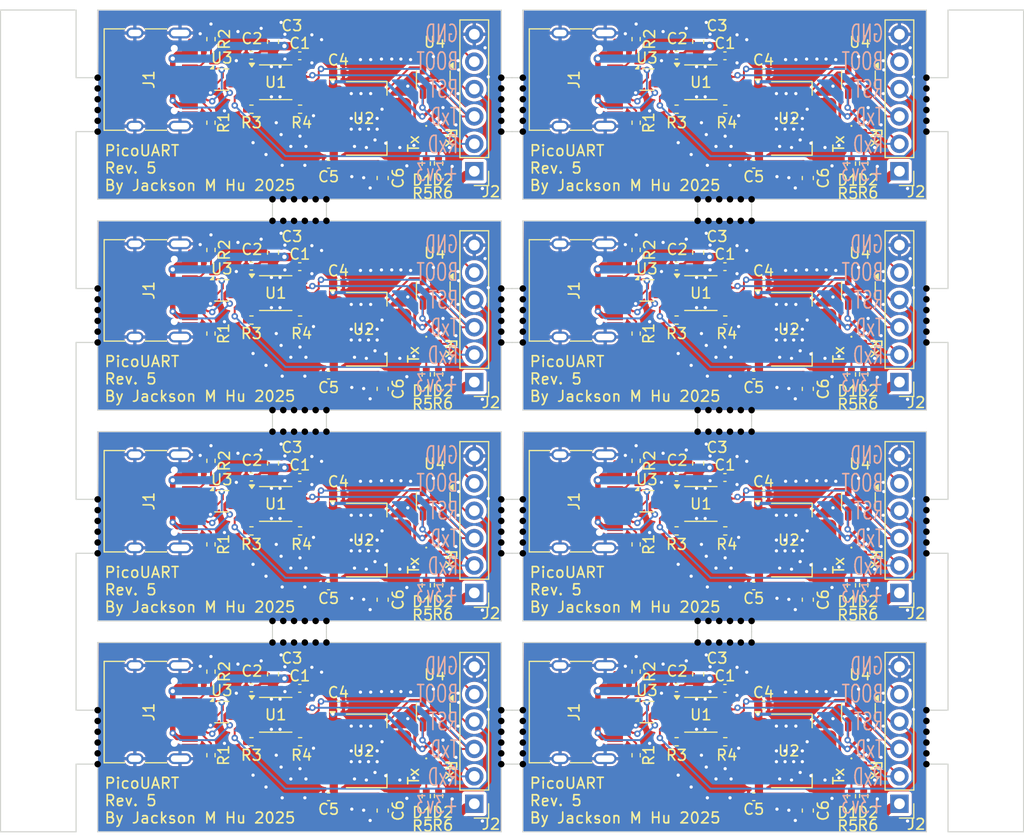
<source format=kicad_pcb>
(kicad_pcb (version 20240108) (generator "pcbnew") (generator_version "8.0")
  (layers (0 "F.Cu" signal) (31 "B.Cu" signal) (34 "B.Paste" user) (35 "F.Paste" user) (36 "B.SilkS" user "B.Silkscreen") (37 "F.SilkS" user "F.Silkscreen") (38 "B.Mask" user) (39 "F.Mask" user) (44 "Edge.Cuts" user))
  (net 0 "")
  (net 1 "Board_0-+3V3")
  (net 2 "Board_0-+5V")
  (net 3 "Board_0-BOOT")
  (net 4 "Board_0-GND")
  (net 5 "Board_0-Net-(D1-A)")
  (net 6 "Board_0-Net-(D2-A)")
  (net 7 "Board_0-Net-(J1-CC1)")
  (net 8 "Board_0-Net-(J1-CC2)")
  (net 9 "Board_0-Net-(U1-CTS)")
  (net 10 "Board_0-Net-(U1-V3)")
  (net 11 "Board_0-RESET")
  (net 12 "Board_0-RxD")
  (net 13 "Board_0-TxD")
  (net 14 "Board_0-USB_DM")
  (net 15 "Board_0-USB_DM_IN")
  (net 16 "Board_0-USB_DP")
  (net 17 "Board_0-USB_DP_IN")
  (net 18 "Board_0-unconnected-(J1-SBU1-PadA8)")
  (net 19 "Board_0-unconnected-(J1-SBU2-PadB8)")
  (net 20 "Board_1-+3V3")
  (net 21 "Board_1-+5V")
  (net 22 "Board_1-BOOT")
  (net 23 "Board_1-GND")
  (net 24 "Board_1-Net-(D1-A)")
  (net 25 "Board_1-Net-(D2-A)")
  (net 26 "Board_1-Net-(J1-CC1)")
  (net 27 "Board_1-Net-(J1-CC2)")
  (net 28 "Board_1-Net-(U1-CTS)")
  (net 29 "Board_1-Net-(U1-V3)")
  (net 30 "Board_1-RESET")
  (net 31 "Board_1-RxD")
  (net 32 "Board_1-TxD")
  (net 33 "Board_1-USB_DM")
  (net 34 "Board_1-USB_DM_IN")
  (net 35 "Board_1-USB_DP")
  (net 36 "Board_1-USB_DP_IN")
  (net 37 "Board_1-unconnected-(J1-SBU1-PadA8)")
  (net 38 "Board_1-unconnected-(J1-SBU2-PadB8)")
  (net 39 "Board_2-+3V3")
  (net 40 "Board_2-+5V")
  (net 41 "Board_2-BOOT")
  (net 42 "Board_2-GND")
  (net 43 "Board_2-Net-(D1-A)")
  (net 44 "Board_2-Net-(D2-A)")
  (net 45 "Board_2-Net-(J1-CC1)")
  (net 46 "Board_2-Net-(J1-CC2)")
  (net 47 "Board_2-Net-(U1-CTS)")
  (net 48 "Board_2-Net-(U1-V3)")
  (net 49 "Board_2-RESET")
  (net 50 "Board_2-RxD")
  (net 51 "Board_2-TxD")
  (net 52 "Board_2-USB_DM")
  (net 53 "Board_2-USB_DM_IN")
  (net 54 "Board_2-USB_DP")
  (net 55 "Board_2-USB_DP_IN")
  (net 56 "Board_2-unconnected-(J1-SBU1-PadA8)")
  (net 57 "Board_2-unconnected-(J1-SBU2-PadB8)")
  (net 58 "Board_3-+3V3")
  (net 59 "Board_3-+5V")
  (net 60 "Board_3-BOOT")
  (net 61 "Board_3-GND")
  (net 62 "Board_3-Net-(D1-A)")
  (net 63 "Board_3-Net-(D2-A)")
  (net 64 "Board_3-Net-(J1-CC1)")
  (net 65 "Board_3-Net-(J1-CC2)")
  (net 66 "Board_3-Net-(U1-CTS)")
  (net 67 "Board_3-Net-(U1-V3)")
  (net 68 "Board_3-RESET")
  (net 69 "Board_3-RxD")
  (net 70 "Board_3-TxD")
  (net 71 "Board_3-USB_DM")
  (net 72 "Board_3-USB_DM_IN")
  (net 73 "Board_3-USB_DP")
  (net 74 "Board_3-USB_DP_IN")
  (net 75 "Board_3-unconnected-(J1-SBU1-PadA8)")
  (net 76 "Board_3-unconnected-(J1-SBU2-PadB8)")
  (net 77 "Board_4-+3V3")
  (net 78 "Board_4-+5V")
  (net 79 "Board_4-BOOT")
  (net 80 "Board_4-GND")
  (net 81 "Board_4-Net-(D1-A)")
  (net 82 "Board_4-Net-(D2-A)")
  (net 83 "Board_4-Net-(J1-CC1)")
  (net 84 "Board_4-Net-(J1-CC2)")
  (net 85 "Board_4-Net-(U1-CTS)")
  (net 86 "Board_4-Net-(U1-V3)")
  (net 87 "Board_4-RESET")
  (net 88 "Board_4-RxD")
  (net 89 "Board_4-TxD")
  (net 90 "Board_4-USB_DM")
  (net 91 "Board_4-USB_DM_IN")
  (net 92 "Board_4-USB_DP")
  (net 93 "Board_4-USB_DP_IN")
  (net 94 "Board_4-unconnected-(J1-SBU1-PadA8)")
  (net 95 "Board_4-unconnected-(J1-SBU2-PadB8)")
  (net 96 "Board_5-+3V3")
  (net 97 "Board_5-+5V")
  (net 98 "Board_5-BOOT")
  (net 99 "Board_5-GND")
  (net 100 "Board_5-Net-(D1-A)")
  (net 101 "Board_5-Net-(D2-A)")
  (net 102 "Board_5-Net-(J1-CC1)")
  (net 103 "Board_5-Net-(J1-CC2)")
  (net 104 "Board_5-Net-(U1-CTS)")
  (net 105 "Board_5-Net-(U1-V3)")
  (net 106 "Board_5-RESET")
  (net 107 "Board_5-RxD")
  (net 108 "Board_5-TxD")
  (net 109 "Board_5-USB_DM")
  (net 110 "Board_5-USB_DM_IN")
  (net 111 "Board_5-USB_DP")
  (net 112 "Board_5-USB_DP_IN")
  (net 113 "Board_5-unconnected-(J1-SBU1-PadA8)")
  (net 114 "Board_5-unconnected-(J1-SBU2-PadB8)")
  (net 115 "Board_6-+3V3")
  (net 116 "Board_6-+5V")
  (net 117 "Board_6-BOOT")
  (net 118 "Board_6-GND")
  (net 119 "Board_6-Net-(D1-A)")
  (net 120 "Board_6-Net-(D2-A)")
  (net 121 "Board_6-Net-(J1-CC1)")
  (net 122 "Board_6-Net-(J1-CC2)")
  (net 123 "Board_6-Net-(U1-CTS)")
  (net 124 "Board_6-Net-(U1-V3)")
  (net 125 "Board_6-RESET")
  (net 126 "Board_6-RxD")
  (net 127 "Board_6-TxD")
  (net 128 "Board_6-USB_DM")
  (net 129 "Board_6-USB_DM_IN")
  (net 130 "Board_6-USB_DP")
  (net 131 "Board_6-USB_DP_IN")
  (net 132 "Board_6-unconnected-(J1-SBU1-PadA8)")
  (net 133 "Board_6-unconnected-(J1-SBU2-PadB8)")
  (net 134 "Board_7-+3V3")
  (net 135 "Board_7-+5V")
  (net 136 "Board_7-BOOT")
  (net 137 "Board_7-GND")
  (net 138 "Board_7-Net-(D1-A)")
  (net 139 "Board_7-Net-(D2-A)")
  (net 140 "Board_7-Net-(J1-CC1)")
  (net 141 "Board_7-Net-(J1-CC2)")
  (net 142 "Board_7-Net-(U1-CTS)")
  (net 143 "Board_7-Net-(U1-V3)")
  (net 144 "Board_7-RESET")
  (net 145 "Board_7-RxD")
  (net 146 "Board_7-TxD")
  (net 147 "Board_7-USB_DM")
  (net 148 "Board_7-USB_DM_IN")
  (net 149 "Board_7-USB_DP")
  (net 150 "Board_7-USB_DP_IN")
  (net 151 "Board_7-unconnected-(J1-SBU1-PadA8)")
  (net 152 "Board_7-unconnected-(J1-SBU2-PadB8)")
  (footprint "NPTH" (layer "F.Cu") (at 129.3 78.65)
    (property "Reference" "KiKit_MB_25_4" (hide yes))
    (property "Value" "NPTH" (hide yes))
  )
  (footprint "NPTH" (layer "F.Cu") (at 149.5 30.275)
    (property "Reference" "KiKit_MB_4_2" (hide yes))
    (property "Value" "NPTH" (hide yes))
  )
  (footprint "Connector_PinHeader_2.54mm:PinHeader_1x06_P2.54mm_Vertical" (layer "F.Cu") (at 145 54.5 180)
    (property "Reference" "J2")
    (property "Value" "UART")
  )
  (footprint "NPTH" (layer "F.Cu") (at 186.9 48.825)
    (property "Reference" "KiKit_MB_12_4" (hide yes))
    (property "Value" "NPTH" (hide yes))
  )
  (footprint "NPTH" (layer "F.Cu") (at 186.9 46.825)
    (property "Reference" "KiKit_MB_12_2" (hide yes))
    (property "Value" "NPTH" (hide yes))
  )
  (footprint "NPTH" (layer "F.Cu") (at 110.1 31.275)
    (property "Reference" "KiKit_MB_1_1" (hide yes))
    (property "Value" "NPTH" (hide yes))
  )
  (footprint "LED_SMD:LED_0402_1005Metric_Pad0.77x0.64mm_HandSolder" (layer "F.Cu") (at 179.95 32.01 -90)
    (property "Reference" "D1")
    (property "Value" "LED")
  )
  (footprint "Package_SO:MSOP-10_3x3mm_P0.5mm" (layer "F.Cu") (at 166 85.35)
    (property "Reference" "U1")
    (property "Value" "CH340X")
  )
  (footprint "Package_SO:MSOP-10_3x3mm_P0.5mm" (layer "F.Cu") (at 166 65.8)
    (property "Reference" "U1")
    (property "Value" "CH340X")
  )
  (footprint "Connector_USB:USB_C_Receptacle_HRO_TYPE-C-31-M-12" (layer "F.Cu") (at 114.6 65.55 -90)
    (property "Reference" "J1")
    (property "Value" "USB")
  )
  (footprint "Capacitor_SMD:C_0402_1005Metric" (layer "F.Cu") (at 124.35 63.3)
    (property "Reference" "C2")
    (property "Value" "100nF")
  )
  (footprint "Package_TO_SOT_SMD:SOT-223-3_TabPin2" (layer "F.Cu") (at 135 88.7)
    (property "Reference" "U2")
    (property "Value" "AP7361C-33E")
  )
  (footprint "NPTH" (layer "F.Cu") (at 147.5 31.275)
    (property "Reference" "KiKit_MB_2_6" (hide yes))
    (property "Value" "NPTH" (hide yes))
  )
  (footprint "NPTH" (layer "F.Cu") (at 149.5 89.925)
    (property "Reference" "KiKit_MB_26_1" (hide yes))
    (property "Value" "NPTH" (hide yes))
  )
  (footprint "LED_SMD:LED_0402_1005Metric_Pad0.77x0.64mm_HandSolder" (layer "F.Cu") (at 179.95 71.11 -90)
    (property "Reference" "D1")
    (property "Value" "LED")
  )
  (footprint "Capacitor_SMD:C_0402_1005Metric" (layer "F.Cu") (at 163.75 24.2)
    (property "Reference" "C2")
    (property "Value" "100nF")
  )
  (footprint "Resistor_SMD:R_0402_1005Metric" (layer "F.Cu") (at 120.6 61.8 90)
    (property "Reference" "R2")
    (property "Value" "5.11k")
  )
  (footprint "NPTH" (layer "F.Cu") (at 147.5 65.375)
    (property "Reference" "KiKit_MB_16_1" (hide yes))
    (property "Value" "NPTH" (hide yes))
  )
  (footprint "NPTH" (layer "F.Cu") (at 170.7 37.55)
    (property "Reference" "KiKit_MB_6_1" (hide yes))
    (property "Value" "NPTH" (hide yes))
  )
  (footprint "NPTH" (layer "F.Cu") (at 130.3 78.65)
    (property "Reference" "KiKit_MB_25_5" (hide yes))
    (property "Value" "NPTH" (hide yes))
  )
  (footprint "NPTH" (layer "F.Cu") (at 167.7 76.65)
    (property "Reference" "KiKit_MB_22_4" (hide yes))
    (property "Value" "NPTH" (hide yes))
  )
  (footprint "NPTH" (layer "F.Cu") (at 168.7 59.1)
    (property "Reference" "KiKit_MB_21_4" (hide yes))
    (property "Value" "NPTH" (hide yes))
  )
  (footprint "NPTH" (layer "F.Cu") (at 186.9 87.925)
    (property "Reference" "KiKit_MB_27_4" (hide yes))
    (property "Value" "NPTH" (hide yes))
  )
  (footprint "Capacitor_SMD:C_0402_1005Metric" (layer "F.Cu") (at 132.4 45.35)
    (property "Reference" "C4")
    (property "Value" "0.1uF")
  )
  (footprint "Package_TO_SOT_SMD:SOT-666" (layer "F.Cu") (at 161 26.45)
    (property "Reference" "U3")
    (property "Value" "USBLC6-2P6")
  )
  (footprint "Package_TO_SOT_SMD:SOT-23-6" (layer "F.Cu") (at 180.6 65.55 -90)
    (property "Reference" "U4")
    (property "Value" "USBLC6-4SC6")
  )
  (footprint "Package_TO_SOT_SMD:SOT-666" (layer "F.Cu") (at 121.6 26.45)
    (property "Reference" "U3")
    (property "Value" "USBLC6-2P6")
  )
  (footprint "NPTH" (layer "F.Cu") (at 168.7 76.65)
    (property "Reference" "KiKit_MB_22_3" (hide yes))
    (property "Value" "NPTH" (hide yes))
  )
  (footprint "Capacitor_SMD:C_0603_1608Metric_Pad1.08x0.95mm_HandSolder" (layer "F.Cu") (at 136.51 35.58 -90)
    (property "Reference" "C6")
    (property "Value" "10uF")
  )
  (footprint "NPTH" (layer "F.Cu") (at 130.3 76.65)
    (property "Reference" "KiKit_MB_18_2" (hide yes))
    (property "Value" "NPTH" (hide yes))
  )
  (footprint "LED_SMD:LED_0402_1005Metric_Pad0.77x0.64mm_HandSolder" (layer "F.Cu") (at 179.95 90.66 -90)
    (property "Reference" "D1")
    (property "Value" "LED")
  )
  (footprint "NPTH" (layer "F.Cu") (at 110.1 46.825)
    (property "Reference" "KiKit_MB_7_5" (hide yes))
    (property "Value" "NPTH" (hide yes))
  )
  (footprint "Package_TO_SOT_SMD:SOT-666" (layer "F.Cu") (at 121.6 85.1)
    (property "Reference" "U3")
    (property "Value" "USBLC6-2P6")
  )
  (footprint "NPTH" (layer "F.Cu") (at 149.5 49.825)
    (property "Reference" "KiKit_MB_11_2" (hide yes))
    (property "Value" "NPTH" (hide yes))
  )
  (footprint "NPTH" (layer "F.Cu") (at 186.9 31.275)
    (property "Reference" "KiKit_MB_5_6" (hide yes))
    (property "Value" "NPTH" (hide yes))
  )
  (footprint "Capacitor_SMD:C_0402_1005Metric" (layer "F.Cu") (at 124.35 24.2)
    (property "Reference" "C2")
    (property "Value" "100nF")
  )
  (footprint "NPTH" (layer "F.Cu") (at 165.7 78.65)
    (property "Reference" "KiKit_MB_28_1" (hide yes))
    (property "Value" "NPTH" (hide yes))
  )
  (footprint "NPTH" (layer "F.Cu") (at 128.3 59.1)
    (property "Reference" "KiKit_MB_17_3" (hide yes))
    (property "Value" "NPTH" (hide yes))
  )
  (footprint "Resistor_SMD:R_0402_1005Metric" (layer "F.Cu") (at 163.75 87.85)
    (property "Reference" "R3")
    (property "Value" "4.7k")
  )
  (footprint "NPTH" (layer "F.Cu") (at 186.9 26.275)
    (property "Reference" "KiKit_MB_5_1" (hide yes))
    (property "Value" "NPTH" (hide yes))
  )
  (footprint "Capacitor_SMD:C_0603_1608Metric_Pad1.08x0.95mm_HandSolder" (layer "F.Cu") (at 136.51 94.23 -90)
    (property "Reference" "C6")
    (property "Value" "10uF")
  )
  (footprint "Capacitor_SMD:C_0402_1005Metric" (layer "F.Cu") (at 170.9 92.95 180)
    (property "Reference" "C5")
    (property "Value" "0.1uF")
  )
  (footprint "NPTH" (layer "F.Cu") (at 168.7 39.55)
    (property "Reference" "KiKit_MB_13_4" (hide yes))
    (property "Value" "NPTH" (hide yes))
  )
  (footprint "NPTH" (layer "F.Cu") (at 147.5 49.825)
    (property "Reference" "KiKit_MB_8_5" (hide yes))
    (property "Value" "NPTH" (hide yes))
  )
  (footprint "Capacitor_SMD:C_0402_1005Metric" (layer "F.Cu") (at 168.23 43.8)
    (property "Reference" "C1")
    (property "Value" "100nF")
  )
  (footprint "NPTH" (layer "F.Cu") (at 110.1 30.275)
    (property "Reference" "KiKit_MB_1_2" (hide yes))
    (property "Value" "NPTH" (hide yes))
  )
  (footprint "NPTH" (layer "F.Cu") (at 169.7 59.1)
    (property "Reference" "KiKit_MB_21_5" (hide yes))
    (property "Value" "NPTH" (hide yes))
  )
  (footprint "NPTH" (layer "F.Cu") (at 149.5 27.275)
    (property "Reference" "KiKit_MB_4_5" (hide yes))
    (property "Value" "NPTH" (hide yes))
  )
  (footprint "Capacitor_SMD:C_0402_1005Metric" (layer "F.Cu") (at 163.75 63.3)
    (property "Reference" "C2")
    (property "Value" "100nF")
  )
  (footprint "Package_SO:MSOP-10_3x3mm_P0.5mm" (layer "F.Cu") (at 126.6 26.7)
    (property "Reference" "U1")
    (property "Value" "CH340X")
  )
  (footprint "Capacitor_SMD:C_0402_1005Metric" (layer "F.Cu") (at 168.23 63.35)
    (property "Reference" "C1")
    (property "Value" "100nF")
  )
  (footprint "NPTH" (layer "F.Cu") (at 168.7 57.1)
    (property "Reference" "KiKit_MB_14_3" (hide yes))
    (property "Value" "NPTH" (hide yes))
  )
  (footprint "NPTH" (layer "F.Cu") (at 166.7 37.55)
    (property "Reference" "KiKit_MB_6_5" (hide yes))
    (property "Value" "NPTH" (hide yes))
  )
  (footprint "Capacitor_SMD:C_0603_1608Metric_Pad1.08x0.95mm_HandSolder" (layer "F.Cu") (at 165.75 81.6 90)
    (property "Reference" "C3")
    (property "Value" "10uF")
  )
  (footprint "Connector_PinHeader_2.54mm:PinHeader_1x06_P2.54mm_Vertical" (layer "F.Cu") (at 184.4 74.05 180)
    (property "Reference" "J2")
    (property "Value" "UART")
  )
  (footprint "Resistor_SMD:R_0402_1005Metric" (layer "F.Cu") (at 168.26 29.2)
    (property "Reference" "R4")
    (property "Value" "4.7k")
  )
  (footprint "NPTH" (layer "F.Cu") (at 110.1 89.925)
    (property "Reference" "KiKit_MB_23_1" (hide yes))
    (property "Value" "NPTH" (hide yes))
  )
  (footprint "NPTH" (layer "F.Cu") (at 147.5 89.925)
    (property "Reference" "KiKit_MB_24_6" (hide yes))
    (property "Value" "NPTH" (hide yes))
  )
  (footprint "NPTH" (layer "F.Cu") (at 165.7 37.55)
    (property "Reference" "KiKit_MB_6_6" (hide yes))
    (property "Value" "NPTH" (hide yes))
  )
  (footprint "NPTH" (layer "F.Cu") (at 110.1 88.925)
    (property "Reference" "KiKit_MB_23_2" (hide yes))
    (property "Value" "NPTH" (hide yes))
  )
  (footprint "Resistor_SMD:R_0402_1005Metric" (layer "F.Cu") (at 160 42.25 90)
    (property "Reference" "R2")
    (property "Value" "5.11k")
  )
  (footprint "NPTH" (layer "F.Cu") (at 127.3 37.55)
    (property "Reference" "KiKit_MB_3_5" (hide yes))
    (property "Value" "NPTH" (hide yes))
  )
  (footprint "NPTH" (layer "F.Cu") (at 186.9 66.375)
    (property "Reference" "KiKit_MB_20_2" (hide yes))
    (property "Value" "NPTH" (hide yes))
  )
  (footprint "NPTH" (layer "F.Cu") (at 186.9 29.275)
    (property "Reference" "KiKit_MB_5_4" (hide yes))
    (property "Value" "NPTH" (hide yes))
  )
  (footprint "NPTH" (layer "F.Cu") (at 127.3 78.65)
    (property "Reference" "KiKit_MB_25_2" (hide yes))
    (property "Value" "NPTH" (hide yes))
  )
  (footprint "Resistor_SMD:R_0402_1005Metric" (layer "F.Cu") (at 168.26 48.75)
    (property "Reference" "R4")
    (property "Value" "4.7k")
  )
  (footprint "LED_SMD:LED_0402_1005Metric_Pad0.77x0.64mm_HandSolder" (layer "F.Cu") (at 141.69 71.0775 -90)
    (property "Reference" "D2")
    (property "Value" "LED")
  )
  (footprint "NPTH" (layer "F.Cu") (at 110.1 48.825)
    (property "Reference" "KiKit_MB_7_3" (hide yes))
    (property "Value" "NPTH" (hide yes))
  )
  (footprint "NPTH" (layer "F.Cu") (at 130.3 57.1)
    (property "Reference" "KiKit_MB_10_2" (hide yes))
    (property "Value" "NPTH" (hide yes))
  )
  (footprint "NPTH" (layer "F.Cu") (at 129.3 76.65)
    (property "Reference" "KiKit_MB_18_3" (hide yes))
    (property "Value" "NPTH" (hide yes))
  )
  (footprint "LED_SMD:LED_0402_1005Metric_Pad0.77x0.64mm_HandSolder" (layer "F.Cu") (at 141.69 51.5275 -90)
    (property "Reference" "D2")
    (property "Value" "LED")
  )
  (footprint "Resistor_SMD:R_0402_1005Metric" (layer "F.Cu") (at 124.35 68.3)
    (property "Reference" "R3")
    (property "Value" "4.7k")
  )
  (footprint "Capacitor_SMD:C_0402_1005Metric" (layer "F.Cu") (at 131.5 92.95 180)
    (property "Reference" "C5")
    (property "Value" "0.1uF")
  )
  (footprint "NPTH" (layer "F.Cu") (at 147.5 29.275)
    (property "Reference" "KiKit_MB_2_4" (hide yes))
    (property "Value" "NPTH" (hide yes))
  )
  (footprint "Capacitor_SMD:C_0603_1608Metric_Pad1.08x0.95mm_HandSolder" (layer "F.Cu") (at 126.35 22.95 90)
    (property "Reference" "C3")
    (property "Value" "10uF")
  )
  (footprint "NPTH" (layer "F.Cu") (at 149.5 84.925)
    (property "Reference" "KiKit_MB_26_6" (hide yes))
    (property "Value" "NPTH" (hide yes))
  )
  (footprint "Package_TO_SOT_SMD:SOT-223-3_TabPin2" (layer "F.Cu") (at 135 69.15)
    (property "Reference" "U2")
    (property "Value" "AP7361C-33E")
  )
  (footprint "NPTH" (layer "F.Cu") (at 149.5 65.375)
    (property "Reference" "KiKit_MB_19_6" (hide yes))
    (property "Value" "NPTH" (hide yes))
  )
  (footprint "Resistor_SMD:R_0402_1005Metric" (layer "F.Cu") (at 120.6 50 -90)
    (property "Reference" "R1")
    (property "Value" "5.11k")
  )
  (footprint "Resistor_SMD:R_0402_1005Metric" (layer "F.Cu") (at 140.55 53.8 90)
    (property "Reference" "R5")
    (property "Value" "1k")
  )
  (footprint "NPTH" (layer "F.Cu") (at 110.1 67.375)
    (property "Reference" "KiKit_MB_15_4" (hide yes))
    (property "Value" "NPTH" (hide yes))
  )
  (footprint "NPTH" (layer "F.Cu") (at 149.5 48.825)
    (property "Reference" "KiKit_MB_11_3" (hide yes))
    (property "Value" "NPTH" (hide yes))
  )
  (footprint "Resistor_SMD:R_0402_1005Metric" (layer "F.Cu") (at 120.6 81.35 90)
    (property "Reference" "R2")
    (property "Value" "5.11k")
  )
  (footprint "Resistor_SMD:R_0402_1005Metric" (layer "F.Cu") (at 163.75 48.75)
    (property "Reference" "R3")
    (property "Value" "4.7k")
  )
  (footprint "NPTH" (layer "F.Cu") (at 186.9 30.275)
    (property "Reference" "KiKit_MB_5_5" (hide yes))
    (property "Value" "NPTH" (hide yes))
  )
  (footprint "NPTH" (layer "F.Cu") (at 166.7 39.55)
    (property "Reference" "KiKit_MB_13_2" (hide yes))
    (property "Value" "NPTH" (hide yes))
  )
  (footprint "NPTH" (layer "F.Cu") (at 128.3 76.65)
    (property "Reference" "KiKit_MB_18_4" (hide yes))
    (property "Value" "NPTH" (hide yes))
  )
  (footprint "Connector_PinHeader_2.54mm:PinHeader_1x06_P2.54mm_Vertical" (layer "F.Cu") (at 184.4 54.5 180)
    (property "Reference" "J2")
    (property "Value" "UART")
  )
  (footprint "Capacitor_SMD:C_0402_1005Metric" (layer "F.Cu") (at 124.35 82.85)
    (property "Reference" "C2")
    (property "Value" "100nF")
  )
  (footprint "Capacitor_SMD:C_0603_1608Metric_Pad1.08x0.95mm_HandSolder" (layer "F.Cu") (at 165.75 62.05 90)
    (property "Reference" "C3")
    (property "Value" "10uF")
  )
  (footprint "Resistor_SMD:R_0402_1005Metric" (layer "F.Cu") (at 160 61.8 90)
    (property "Reference" "R2")
    (property "Value" "5.11k")
  )
  (footprint "Package_TO_SOT_SMD:SOT-666" (layer "F.Cu") (at 121.6 65.55)
    (property "Reference" "U3")
    (property "Value" "USBLC6-2P6")
  )
  (footprint "NPTH" (layer "F.Cu") (at 129.3 57.1)
    (property "Reference" "KiKit_MB_10_3" (hide yes))
    (property "Value" "NPTH" (hide yes))
  )
  (footprint "Capacitor_SMD:C_0603_1608Metric_Pad1.08x0.95mm_HandSolder" (layer "F.Cu") (at 136.51 74.68 -90)
    (property "Reference" "C6")
    (property "Value" "10uF")
  )
  (footprint "Resistor_SMD:R_0402_1005Metric" (layer "F.Cu") (at 120.6 42.25 90)
    (property "Reference" "R2")
    (property "Value" "5.11k")
  )
  (footprint "NPTH" (layer "F.Cu") (at 186.9 65.375)
    (property "Reference" "KiKit_MB_20_1" (hide yes))
    (property "Value" "NPTH" (hide yes))
  )
  (footprint "Resistor_SMD:R_0402_1005Metric" (layer "F.Cu") (at 141.69 92.8775 90)
    (property "Reference" "R6")
    (property "Value" "1k")
  )
  (footprint "LED_SMD:LED_0402_1005Metric_Pad0.77x0.64mm_HandSolder" (layer "F.Cu") (at 181.09 90.6275 -90)
    (property "Reference" "D2")
    (property "Value" "LED")
  )
  (footprint "Connector_PinHeader_2.54mm:PinHeader_1x06_P2.54mm_Vertical" (layer "F.Cu") (at 145 74.05 180)
    (property "Reference" "J2")
    (property "Value" "UART")
  )
  (footprint "NPTH" (layer "F.Cu") (at 128.3 78.65)
    (property "Reference" "KiKit_MB_25_3" (hide yes))
    (property "Value" "NPTH" (hide yes))
  )
  (footprint "NPTH" (layer "F.Cu") (at 169.7 78.65)
    (property "Reference" "KiKit_MB_28_5" (hide yes))
    (property "Value" "NPTH" (hide yes))
  )
  (footprint "NPTH" (layer "F.Cu") (at 170.7 59.1)
    (property "Reference" "KiKit_MB_21_6" (hide yes))
    (property "Value" "NPTH" (hide yes))
  )
  (footprint "NPTH" (layer "F.Cu") (at 110.1 29.275)
    (property "Reference" "KiKit_MB_1_3" (hide yes))
    (property "Value" "NPTH" (hide yes))
  )
  (footprint "NPTH" (layer "F.Cu") (at 149.5 68.375)
    (property "Reference" "KiKit_MB_19_3" (hide yes))
    (property "Value" "NPTH" (hide yes))
  )
  (footprint "Capacitor_SMD:C_0402_1005Metric" (layer "F.Cu") (at 132.4 25.8)
    (property "Reference" "C4")
    (property "Value" "0.1uF")
  )
  (footprint "NPTH" (layer "F.Cu") (at 149.5 66.375)
    (property "Reference" "KiKit_MB_19_5" (hide yes))
    (property "Value" "NPTH" (hide yes))
  )
  (footprint "Connector_PinHeader_2.54mm:PinHeader_1x06_P2.54mm_Vertical" (layer "F.Cu") (at 145 34.95 180)
    (property "Reference" "J2")
    (property "Value" "UART")
  )
  (footprint "Resistor_SMD:R_0402_1005Metric" (layer "F.Cu") (at 179.95 53.8 90)
    (property "Reference" "R5")
    (property "Value" "1k")
  )
  (footprint "Resistor_SMD:R_0402_1005Metric" (layer "F.Cu") (at 168.26 68.3)
    (property "Reference" "R4")
    (property "Value" "4.7k")
  )
  (footprint "NPTH" (layer "F.Cu") (at 110.1 85.925)
    (property "Reference" "KiKit_MB_23_5" (hide yes))
    (property "Value" "NPTH" (hide yes))
  )
  (footprint "NPTH" (layer "F.Cu") (at 186.9 70.375)
    (property "Reference" "KiKit_MB_20_6" (hide yes))
    (property "Value" "NPTH" (hide yes))
  )
  (footprint "NPTH" (layer "F.Cu") (at 147.5 70.375)
    (property "Reference" "KiKit_MB_16_6" (hide yes))
    (property "Value" "NPTH" (hide yes))
  )
  (footprint "Package_SO:MSOP-10_3x3mm_P0.5mm" (layer "F.Cu") (at 166 26.7)
    (property "Reference" "U1")
    (property "Value" "CH340X")
  )
  (footprint "NPTH" (layer "F.Cu") (at 110.1 66.375)
    (property "Reference" "KiKit_MB_15_5" (hide yes))
    (property "Value" "NPTH" (hide yes))
  )
  (footprint "NPTH" (layer "F.Cu") (at 149.5 46.825)
    (property "Reference" "KiKit_MB_11_5" (hide yes))
    (property "Value" "NPTH" (hide yes))
  )
  (footprint "NPTH" (layer "F.Cu") (at 170.7 57.1)
    (property "Reference" "KiKit_MB_14_1" (hide yes))
    (property "Value" "NPTH" (hide yes))
  )
  (footprint "Capacitor_SMD:C_0402_1005Metric" (layer "F.Cu") (at 171.8 25.8)
    (property "Reference" "C4")
    (property "Value" "0.1uF")
  )
  (footprint "NPTH" (layer "F.Cu") (at 149.5 50.825)
    (property "Reference" "KiKit_MB_11_1" (hide yes))
    (property "Value" "NPTH" (hide yes))
  )
  (footprint "Resistor_SMD:R_0402_1005Metric" (layer "F.Cu") (at 140.55 92.9 90)
    (property "Reference" "R5")
    (property "Value" "1k")
  )
  (footprint "Package_SO:MSOP-10_3x3mm_P0.5mm" (layer "F.Cu") (at 126.6 46.25)
    (property "Reference" "U1")
    (property "Value" "CH340X")
  )
  (footprint "NPTH" (layer "F.Cu") (at 149.5 87.925)
    (property "Reference" "KiKit_MB_26_3" (hide yes))
    (property "Value" "NPTH" (hide yes))
  )
  (footprint "NPTH" (layer "F.Cu") (at 147.5 69.375)
    (property "Reference" "KiKit_MB_16_5" (hide yes))
    (property "Value" "NPTH" (hide yes))
  )
  (footprint "Package_TO_SOT_SMD:SOT-223-3_TabPin2" (layer "F.Cu") (at 135 49.6)
    (property "Reference" "U2")
    (property "Value" "AP7361C-33E")
  )
  (footprint "Package_TO_SOT_SMD:SOT-23-6" (layer "F.Cu") (at 180.6 46 -90)
    (property "Reference" "U4")
    (property "Value" "USBLC6-4SC6")
  )
  (footprint "NPTH" (layer "F.Cu") (at 149.5 31.275)
    (property "Reference" "KiKit_MB_4_1" (hide yes))
    (property "Value" "NPTH" (hide yes))
  )
  (footprint "NPTH" (layer "F.Cu") (at 166.7 59.1)
    (property "Reference" "KiKit_MB_21_2" (hide yes))
    (property "Value" "NPTH" (hide yes))
  )
  (footprint "Connector_USB:USB_C_Receptacle_HRO_TYPE-C-31-M-12" (layer "F.Cu") (at 154 46 -90)
    (property "Reference" "J1")
    (property "Value" "USB")
  )
  (footprint "Resistor_SMD:R_0402_1005Metric" (layer "F.Cu") (at 124.35 48.75)
    (property "Reference" "R3")
    (property "Value" "4.7k")
  )
  (footprint "Resistor_SMD:R_0402_1005Metric" (layer "F.Cu") (at 141.69 53.7775 90)
    (property "Reference" "R6")
    (property "Value" "1k")
  )
  (footprint "Capacitor_SMD:C_0603_1608Metric_Pad1.08x0.95mm_HandSolder" (layer "F.Cu") (at 126.35 42.5 90)
    (property "Reference" "C3")
    (property "Value" "10uF")
  )
  (footprint "NPTH" (layer "F.Cu") (at 147.5 88.925)
    (property "Reference" "KiKit_MB_24_5" (hide yes))
    (property "Value" "NPTH" (hide yes))
  )
  (footprint "Capacitor_SMD:C_0402_1005Metric" (layer "F.Cu") (at 128.83 43.8)
    (property "Reference" "C1")
    (property "Value" "100nF")
  )
  (footprint "Resistor_SMD:R_0402_1005Metric" (layer "F.Cu") (at 128.86 87.85)
    (property "Reference" "R4")
    (property "Value" "4.7k")
  )
  (footprint "NPTH" (layer "F.Cu") (at 110.1 86.925)
    (property "Reference" "KiKit_MB_23_4" (hide yes))
    (property "Value" "NPTH" (hide yes))
  )
  (footprint "Capacitor_SMD:C_0603_1608Metric_Pad1.08x0.95mm_HandSolder" (layer "F.Cu") (at 126.35 62.05 90)
    (property "Reference" "C3")
    (property "Value" "10uF")
  )
  (footprint "NPTH" (layer "F.Cu") (at 126.3 37.55)
    (property "Reference" "KiKit_MB_3_6" (hide yes))
    (property "Value" "NPTH" (hide yes))
  )
  (footprint "NPTH" (layer "F.Cu") (at 147.5 26.275)
    (property "Reference" "KiKit_MB_2_1" (hide yes))
    (property "Value" "NPTH" (hide yes))
  )
  (footprint "Resistor_SMD:R_0402_1005Metric" (layer "F.Cu") (at 120.6 69.55 -90)
    (property "Reference" "R1")
    (property "Value" "5.11k")
  )
  (footprint "NPTH" (layer "F.Cu") (at 165.7 57.1)
    (property "Reference" "KiKit_MB_14_6" (hide yes))
    (property "Value" "NPTH" (hide yes))
  )
  (footprint "Capacitor_SMD:C_0402_1005Metric" (layer "F.Cu") (at 132.4 84.45)
    (property "Reference" "C4")
    (property "Value" "0.1uF")
  )
  (footprint "NPTH" (layer "F.Cu") (at 186.9 85.925)
    (property "Reference" "KiKit_MB_27_2" (hide yes))
    (property "Value" "NPTH" (hide yes))
  )
  (footprint "NPTH" (layer "F.Cu") (at 186.9 86.925)
    (property "Reference" "KiKit_MB_27_3" (hide yes))
    (property "Value" "NPTH" (hide yes))
  )
  (footprint "LED_SMD:LED_0402_1005Metric_Pad0.77x0.64mm_HandSolder" (layer "F.Cu") (at 140.55 71.11 -90)
    (property "Reference" "D1")
    (property "Value" "LED")
  )
  (footprint "NPTH" (layer "F.Cu") (at 149.5 69.375)
    (property "Reference" "KiKit_MB_19_2" (hide yes))
    (property "Value" "NPTH" (hide yes))
  )
  (footprint "NPTH" (layer "F.Cu") (at 131.3 57.1)
    (property "Reference" "KiKit_MB_10_1" (hide yes))
    (property "Value" "NPTH" (hide yes))
  )
  (footprint "NPTH" (layer "F.Cu") (at 147.5 87.925)
    (property "Reference" "KiKit_MB_24_4" (hide yes))
    (property "Value" "NPTH" (hide yes))
  )
  (footprint "NPTH" (layer "F.Cu") (at 186.9 67.375)
    (property "Reference" "KiKit_MB_20_3" (hide yes))
    (property "Value" "NPTH" (hide yes))
  )
  (footprint "Package_TO_SOT_SMD:SOT-223-3_TabPin2" (layer "F.Cu") (at 174.4 49.6)
    (property "Reference" "U2")
    (property "Value" "AP7361C-33E")
  )
  (footprint "NPTH" (layer "F.Cu") (at 186.9 69.375)
    (property "Reference" "KiKit_MB_20_5" (hide yes))
    (property "Value" "NPTH" (hide yes))
  )
  (footprint "Resistor_SMD:R_0402_1005Metric" (layer "F.Cu") (at 140.55 34.25 90)
    (property "Reference" "R5")
    (property "Value" "1k")
  )
  (footprint "NPTH" (layer "F.Cu") (at 147.5 67.375)
    (property "Reference" "KiKit_MB_16_3" (hide yes))
    (property "Value" "NPTH" (hide yes))
  )
  (footprint "Package_TO_SOT_SMD:SOT-666" (layer "F.Cu") (at 161 85.1)
    (property "Reference" "U3")
    (property "Value" "USBLC6-2P6")
  )
  (footprint "NPTH" (layer "F.Cu") (at 165.7 39.55)
    (property "Reference" "KiKit_MB_13_1" (hide yes))
    (property "Value" "NPTH" (hide yes))
  )
  (footprint "Resistor_SMD:R_0402_1005Metric" (layer "F.Cu") (at 179.95 92.9 90)
    (property "Reference" "R5")
    (property "Value" "1k")
  )
  (footprint "Resistor_SMD:R_0402_1005Metric" (layer "F.Cu") (at 128.86 68.3)
    (property "Reference" "R4")
    (property "Value" "4.7k")
  )
  (footprint "NPTH" (layer "F.Cu") (at 170.7 76.65)
    (property "Reference" "KiKit_MB_22_1" (hide yes))
    (property "Value" "NPTH" (hide yes))
  )
  (footprint "NPTH" (layer "F.Cu") (at 168.7 78.65)
    (property "Reference" "KiKit_MB_28_4" (hide yes))
    (property "Value" "NPTH" (hide yes))
  )
  (footprint "NPTH" (layer "F.Cu") (at 110.1 65.375)
    (property "Reference" "KiKit_MB_15_6" (hide yes))
    (property "Value" "NPTH" (hide yes))
  )
  (footprint "NPTH" (layer "F.Cu") (at 186.9 27.275)
    (property "Reference" "KiKit_MB_5_2" (hide yes))
    (property "Value" "NPTH" (hide yes))
  )
  (footprint "Resistor_SMD:R_0402_1005Metric" (layer "F.Cu") (at 181.09 34.2275 90)
    (property "Reference" "R6")
    (property "Value" "1k")
  )
  (footprint "NPTH" (layer "F.Cu") (at 167.7 57.1)
    (property "Reference" "KiKit_MB_14_4" (hide yes))
    (property "Value" "NPTH" (hide yes))
  )
  (footprint "Resistor_SMD:R_0402_1005Metric" (layer "F.Cu") (at 128.86 29.2)
    (property "Reference" "R4")
    (property "Value" "4.7k")
  )
  (footprint "NPTH" (layer "F.Cu") (at 147.5 46.825)
    (property "Reference" "KiKit_MB_8_2" (hide yes))
    (property "Value" "NPTH" (hide yes))
  )
  (footprint "NPTH" (layer "F.Cu") (at 170.7 39.55)
    (property "Reference" "KiKit_MB_13_6" (hide yes))
    (property "Value" "NPTH" (hide yes))
  )
  (footprint "LED_SMD:LED_0402_1005Metric_Pad0.77x0.64mm_HandSolder" (layer "F.Cu") (at 140.55 90.66 -90)
    (property "Reference" "D1")
    (property "Value" "LED")
  )
  (footprint "Capacitor_SMD:C_0603_1608Metric_Pad1.08x0.95mm_HandSolder" (layer "F.Cu") (at 175.91 35.58 -90)
    (property "Reference" "C6")
    (property "Value" "10uF")
  )
  (footprint "NPTH" (layer "F.Cu") (at 130.3 59.1)
    (property "Reference" "KiKit_MB_17_5" (hide yes))
    (property "Value" "NPTH" (hide yes))
  )
  (footprint "NPTH" (layer "F.Cu") (at 169.7 39.55)
    (property "Reference" "KiKit_MB_13_5" (hide yes))
    (property "Value" "NPTH" (hide yes))
  )
  (footprint "Capacitor_SMD:C_0603_1608Metric_Pad1.08x0.95mm_HandSolder" (layer "F.Cu") (at 126.35 81.6 90)
    (property "Reference" "C3")
    (property "Value" "10uF")
  )
  (footprint "NPTH" (layer "F.Cu") (at 186.9 50.825)
    (property "Reference" "KiKit_MB_12_6" (hide yes))
    (property "Value" "NPTH" (hide yes))
  )
  (footprint "Package_TO_SOT_SMD:SOT-666" (layer "F.Cu") (at 121.6 46)
    (property "Reference" "U3")
    (property "Value" "USBLC6-2P6")
  )
  (footprint "Connector_USB:USB_C_Receptacle_HRO_TYPE-C-31-M-12" (layer "F.Cu") (at 154 65.55 -90)
    (property "Reference" "J1")
    (property "Value" "USB")
  )
  (footprint "NPTH" (layer "F.Cu") (at 147.5 50.825)
    (property "Reference" "KiKit_MB_8_6" (hide yes))
    (property "Value" "NPTH" (hide yes))
  )
  (footprint "NPTH" (layer "F.Cu") (at 110.1 68.375)
    (property "Reference" "KiKit_MB_15_3" (hide yes))
    (property "Value" "NPTH" (hide yes))
  )
  (footprint "Resistor_SMD:R_0402_1005Metric" (layer "F.Cu") (at 124.35 29.2)
    (property "Reference" "R3")
    (property "Value" "4.7k")
  )
  (footprint "NPTH" (layer "F.Cu") (at 147.5 28.275)
    (property "Reference" "KiKit_MB_2_3" (hide yes))
    (property "Value" "NPTH" (hide yes))
  )
  (footprint "NPTH" (layer "F.Cu") (at 167.7 39.55)
    (property "Reference" "KiKit_MB_13_3" (hide yes))
    (property "Value" "NPTH" (hide yes))
  )
  (footprint "NPTH" (layer "F.Cu") (at 149.5 88.925)
    (property "Reference" "KiKit_MB_26_2" (hide yes))
    (property "Value" "NPTH" (hide yes))
  )
  (footprint "NPTH" (layer "F.Cu") (at 166.7 78.65)
    (property "Reference" "KiKit_MB_28_2" (hide yes))
    (property "Value" "NPTH" (hide yes))
  )
  (footprint "Capacitor_SMD:C_0402_1005Metric" (layer "F.Cu") (at 170.9 53.85 180)
    (property "Reference" "C5")
    (property "Value" "0.1uF")
  )
  (footprint "NPTH" (layer "F.Cu") (at 131.3 37.55)
    (property "Reference" "KiKit_MB_3_1" (hide yes))
    (property "Value" "NPTH" (hide yes))
  )
  (footprint "Package_TO_SOT_SMD:SOT-23-6" (layer "F.Cu") (at 180.6 26.45 -90)
    (property "Reference" "U4")
    (property "Value" "USBLC6-4SC6")
  )
  (footprint "NPTH" (layer "F.Cu") (at 129.3 37.55)
    (property "Reference" "KiKit_MB_3_3" (hide yes))
    (property "Value" "NPTH" (hide yes))
  )
  (footprint "Capacitor_SMD:C_0603_1608Metric_Pad1.08x0.95mm_HandSolder" (layer "F.Cu") (at 165.75 22.95 90)
    (property "Reference" "C3")
    (property "Value" "10uF")
  )
  (footprint "Resistor_SMD:R_0402_1005Metric" (layer "F.Cu") (at 120.6 89.1 -90)
    (property "Reference" "R1")
    (property "Value" "5.11k")
  )
  (footprint "Capacitor_SMD:C_0603_1608Metric_Pad1.08x0.95mm_HandSolder" (layer "F.Cu") (at 175.91 74.68 -90)
    (property "Reference" "C6")
    (property "Value" "10uF")
  )
  (footprint "NPTH" (layer "F.Cu") (at 147.5 86.925)
    (property "Reference" "KiKit_MB_24_3" (hide yes))
    (property "Value" "NPTH" (hide yes))
  )
  (footprint "Connector_USB:USB_C_Receptacle_HRO_TYPE-C-31-M-12" (layer "F.Cu") (at 154 26.45 -90)
    (property "Reference" "J1")
    (property "Value" "USB")
  )
  (footprint "Capacitor_SMD:C_0402_1005Metric" (layer "F.Cu") (at 163.75 43.75)
    (property "Reference" "C2")
    (property "Value" "100nF")
  )
  (footprint "Capacitor_SMD:C_0402_1005Metric" (layer "F.Cu") (at 170.9 73.4 180)
    (property "Reference" "C5")
    (property "Value" "0.1uF")
  )
  (footprint "NPTH" (layer "F.Cu") (at 147.5 45.825)
    (property "Reference" "KiKit_MB_8_1" (hide yes))
    (property "Value" "NPTH" (hide yes))
  )
  (footprint "Capacitor_SMD:C_0402_1005Metric" (layer "F.Cu") (at 128.83 63.35)
    (property "Reference" "C1")
    (property "Value" "100nF")
  )
  (footprint "NPTH" (layer "F.Cu") (at 165.7 76.65)
    (property "Reference" "KiKit_MB_22_6" (hide yes))
    (property "Value" "NPTH" (hide yes))
  )
  (footprint "NPTH" (layer "F.Cu") (at 167.7 59.1)
    (property "Reference" "KiKit_MB_21_3" (hide yes))
    (property "Value" "NPTH" (hide yes))
  )
  (footprint "Resistor_SMD:R_0402_1005Metric" (layer "F.Cu") (at 160 50 -90)
    (property "Reference" "R1")
    (property "Value" "5.11k")
  )
  (footprint "NPTH" (layer "F.Cu") (at 169.7 76.65)
    (property "Reference" "KiKit_MB_22_2" (hide yes))
    (property "Value" "NPTH" (hide yes))
  )
  (footprint "NPTH" (layer "F.Cu") (at 167.7 37.55)
    (property "Reference" "KiKit_MB_6_4" (hide yes))
    (property "Value" "NPTH" (hide yes))
  )
  (footprint "Package_TO_SOT_SMD:SOT-223-3_TabPin2" (layer "F.Cu") (at 174.4 69.15)
    (property "Reference" "U2")
    (property "Value" "AP7361C-33E")
  )
  (footprint "NPTH" (layer "F.Cu") (at 129.3 39.55)
    (property "Reference" "KiKit_MB_9_4" (hide yes))
    (property "Value" "NPTH" (hide yes))
  )
  (footprint "NPTH" (layer "F.Cu") (at 149.5 67.375)
    (property "Reference" "KiKit_MB_19_4" (hide yes))
    (property "Value" "NPTH" (hide yes))
  )
  (footprint "NPTH" (layer "F.Cu") (at 149.5 26.275)
    (property "Reference" "KiKit_MB_4_6" (hide yes))
    (property "Value" "NPTH" (hide yes))
  )
  (footprint "NPTH" (layer "F.Cu") (at 110.1 26.275)
    (property "Reference" "KiKit_MB_1_6" (hide yes))
    (property "Value" "NPTH" (hide yes))
  )
  (footprint "NPTH" (layer "F.Cu") (at 129.3 59.1)
    (property "Reference" "KiKit_MB_17_4" (hide yes))
    (property "Value" "NPTH" (hide yes))
  )
  (footprint "NPTH" (layer "F.Cu") (at 149.5 85.925)
    (property "Reference" "KiKit_MB_26_5" (hide yes))
    (property "Value" "NPTH" (hide yes))
  )
  (footprint "LED_SMD:LED_0402_1005Metric_Pad0.77x0.64mm_HandSolder" (layer "F.Cu") (at 141.69 31.9775 -90)
    (property "Reference" "D2")
    (property "Value" "LED")
  )
  (footprint "Capacitor_SMD:C_0402_1005Metric" (layer "F.Cu") (at 131.5 34.3 180)
    (property "Reference" "C5")
    (property "Value" "0.1uF")
  )
  (footprint "NPTH" (layer "F.Cu") (at 126.3 39.55)
    (property "Reference" "KiKit_MB_9_1" (hide yes))
    (property "Value" "NPTH" (hide yes))
  )
  (footprint "Capacitor_SMD:C_0402_1005Metric" (layer "F.Cu") (at 168.23 82.9)
    (property "Reference" "C1")
    (property "Value" "100nF")
  )
  (footprint "NPTH" (layer "F.Cu") (at 147.5 47.825)
    (property "Reference" "KiKit_MB_8_3" (hide yes))
    (property "Value" "NPTH" (hide yes))
  )
  (footprint "NPTH" (layer "F.Cu") (at 128.3 39.55)
    (property "Reference" "KiKit_MB_9_3" (hide yes))
    (property "Value" "NPTH" (hide yes))
  )
  (footprint "Resistor_SMD:R_0402_1005Metric" (layer "F.Cu") (at 141.69 73.3275 90)
    (property "Reference" "R6")
    (property "Value" "1k")
  )
  (footprint "Capacitor_SMD:C_0402_1005Metric" (layer "F.Cu") (at 128.83 82.9)
    (property "Reference" "C1")
    (property "Value" "100nF")
  )
  (footprint "NPTH" (layer "F.Cu") (at 147.5 85.925)
    (property "Reference" "KiKit_MB_24_2" (hide yes))
    (property "Value" "NPTH" (hide yes))
  )
  (footprint "Resistor_SMD:R_0402_1005Metric" (layer "F.Cu") (at 181.09 73.3275 90)
    (property "Reference" "R6")
    (property "Value" "1k")
  )
  (footprint "Resistor_SMD:R_0402_1005Metric" (layer "F.Cu") (at 160 22.7 90)
    (property "Reference" "R2")
    (property "Value" "5.11k")
  )
  (footprint "Connector_PinHeader_2.54mm:PinHeader_1x06_P2.54mm_Vertical" (layer "F.Cu") (at 184.4 93.6 180)
    (property "Reference" "J2")
    (property "Value" "UART")
  )
  (footprint "Package_TO_SOT_SMD:SOT-223-3_TabPin2" (layer "F.Cu") (at 135 30.05)
    (property "Reference" "U2")
    (property "Value" "AP7361C-33E")
  )
  (footprint "Capacitor_SMD:C_0402_1005Metric" (layer "F.Cu") (at 132.4 64.9)
    (property "Reference" "C4")
    (property "Value" "0.1uF")
  )
  (footprint "NPTH" (layer "F.Cu") (at 186.9 84.925)
    (property "Reference" "KiKit_MB_27_1" (hide yes))
    (property "Value" "NPTH" (hide yes))
  )
  (footprint "NPTH" (layer "F.Cu") (at 110.1 69.375)
    (property "Reference" "KiKit_MB_15_2" (hide yes))
    (property "Value" "NPTH" (hide yes))
  )
  (footprint "LED_SMD:LED_0402_1005Metric_Pad0.77x0.64mm_HandSolder" (layer "F.Cu") (at 181.09 51.5275 -90)
    (property "Reference" "D2")
    (property "Value" "LED")
  )
  (footprint "Package_TO_SOT_SMD:SOT-23-6" (layer "F.Cu") (at 141.2 46 -90)
    (property "Reference" "U4")
    (property "Value" "USBLC6-4SC6")
  )
  (footprint "Capacitor_SMD:C_0603_1608Metric_Pad1.08x0.95mm_HandSolder" (layer "F.Cu") (at 165.75 42.5 90)
    (property "Reference" "C3")
    (property "Value" "10uF")
  )
  (footprint "NPTH" (layer "F.Cu") (at 149.5 29.275)
    (property "Reference" "KiKit_MB_4_3" (hide yes))
    (property "Value" "NPTH" (hide yes))
  )
  (footprint "NPTH" (layer "F.Cu") (at 128.3 57.1)
    (property "Reference" "KiKit_MB_10_4" (hide yes))
    (property "Value" "NPTH" (hide yes))
  )
  (footprint "Resistor_SMD:R_0402_1005Metric" (layer "F.Cu") (at 163.75 29.2)
    (property "Reference" "R3")
    (property "Value" "4.7k")
  )
  (footprint "Capacitor_SMD:C_0402_1005Metric" (layer "F.Cu") (at 171.8 45.35)
    (property "Reference" "C4")
    (property "Value" "0.1uF")
  )
  (footprint "Capacitor_SMD:C_0402_1005Metric" (layer "F.Cu") (at 168.23 24.25)
    (property "Reference" "C1")
    (property "Value" "100nF")
  )
  (footprint "Resistor_SMD:R_0402_1005Metric" (layer "F.Cu") (at 120.6 30.45 -90)
    (property "Reference" "R1")
    (property "Value" "5.11k")
  )
  (footprint "NPTH" (layer "F.Cu") (at 128.3 37.55)
    (property "Reference" "KiKit_MB_3_4" (hide yes))
    (property "Value" "NPTH" (hide yes))
  )
  (footprint "Capacitor_SMD:C_0603_1608Metric_Pad1.08x0.95mm_HandSolder" (layer "F.Cu") (at 175.91 55.13 -90)
    (property "Reference" "C6")
    (property "Value" "10uF")
  )
  (footprint "NPTH" (layer "F.Cu") (at 170.7 78.65)
    (property "Reference" "KiKit_MB_28_6" (hide yes))
    (property "Value" "NPTH" (hide yes))
  )
  (footprint "Resistor_SMD:R_0402_1005Metric" (layer "F.Cu") (at 160 30.45 -90)
    (property "Reference" "R1")
    (property "Value" "5.11k")
  )
  (footprint "NPTH" (layer "F.Cu") (at 147.5 68.375)
    (property "Reference" "KiKit_MB_16_4" (hide yes))
    (property "Value" "NPTH" (hide yes))
  )
  (footprint "NPTH" (layer "F.Cu") (at 169.7 37.55)
    (property "Reference" "KiKit_MB_6_2" (hide yes))
    (property "Value" "NPTH" (hide yes))
  )
  (footprint "Capacitor_SMD:C_0402_1005Metric" (layer "F.Cu") (at 124.35 43.75)
    (property "Reference" "C2")
    (property "Value" "100nF")
  )
  (footprint "NPTH" (layer "F.Cu") (at 149.5 86.925)
    (property "Reference" "KiKit_MB_26_4" (hide yes))
    (property "Value" "NPTH" (hide yes))
  )
  (footprint "Package_SO:MSOP-10_3x3mm_P0.5mm" (layer "F.Cu") (at 126.6 85.35)
    (property "Reference" "U1")
    (property "Value" "CH340X")
  )
  (footprint "NPTH" (layer "F.Cu") (at 147.5 27.275)
    (property "Reference" "KiKit_MB_2_2" (hide yes))
    (property "Value" "NPTH" (hide yes))
  )
  (footprint "NPTH" (layer "F.Cu") (at 186.9 68.375)
    (property "Reference" "KiKit_MB_20_4" (hide yes))
    (property "Value" "NPTH" (hide yes))
  )
  (footprint "NPTH" (layer "F.Cu") (at 167.7 78.65)
    (property "Reference" "KiKit_MB_28_3" (hide yes))
    (property "Value" "NPTH" (hide yes))
  )
  (footprint "NPTH" (layer "F.Cu") (at 186.9 47.825)
    (property "Reference" "KiKit_MB_12_3" (hide yes))
    (property "Value" "NPTH" (hide yes))
  )
  (footprint "Resistor_SMD:R_0402_1005Metric" (layer "F.Cu") (at 140.55 73.35 90)
    (property "Reference" "R5")
    (property "Value" "1k")
  )
  (footprint "Connector_USB:USB_C_Receptacle_HRO_TYPE-C-31-M-12" (layer "F.Cu") (at 154 85.1 -90)
    (property "Reference" "J1")
    (property "Value" "USB")
  )
  (footprint "NPTH" (layer "F.Cu") (at 126.3 78.65)
    (property "Reference" "KiKit_MB_25_1" (hide yes))
    (property "Value" "NPTH" (hide yes))
  )
  (footprint "NPTH" (layer "F.Cu") (at 110.1 70.375)
    (property "Reference" "KiKit_MB_15_1" (hide yes))
    (property "Value" "NPTH" (hide yes))
  )
  (footprint "NPTH" (layer "F.Cu") (at 165.7 59.1)
    (property "Reference" "KiKit_MB_21_1" (hide yes))
    (property "Value" "NPTH" (hide yes))
  )
  (footprint "Capacitor_SMD:C_0402_1005Metric" (layer "F.Cu") (at 128.83 24.25)
    (property "Reference" "C1")
    (property "Value" "100nF")
  )
  (footprint "Resistor_SMD:R_0402_1005Metric" (layer "F.Cu") (at 120.6 22.7 90)
    (property "Reference" "R2")
    (property "Value" "5.11k")
  )
  (footprint "LED_SMD:LED_0402_1005Metric_Pad0.77x0.64mm_HandSolder" (layer "F.Cu") (at 141.69 90.6275 -90)
    (property "Reference" "D2")
    (property "Value" "LED")
  )
  (footprint "Connector_PinHeader_2.54mm:PinHeader_1x06_P2.54mm_Vertical" (layer "F.Cu") (at 145 93.6 180)
    (property "Reference" "J2")
    (property "Value" "UART")
  )
  (footprint "Package_TO_SOT_SMD:SOT-23-6" (layer "F.Cu") (at 180.6 85.1 -90)
    (property "Reference" "U4")
    (property "Value" "USBLC6-4SC6")
  )
  (footprint "NPTH" (layer "F.Cu") (at 186.9 45.825)
    (property "Reference" "KiKit_MB_12_1" (hide yes))
    (property "Value" "NPTH" (hide yes))
  )
  (footprint "NPTH" (layer "F.Cu") (at 186.9 28.275)
    (property "Reference" "KiKit_MB_5_3" (hide yes))
    (property "Value" "NPTH" (hide yes))
  )
  (footprint "NPTH" (layer "F.Cu") (at 126.3 76.65)
    (property "Reference" "KiKit_MB_18_6" (hide yes))
    (property "Value" "NPTH" (hide yes))
  )
  (footprint "NPTH" (layer "F.Cu") (at 130.3 37.55)
    (property "Reference" "KiKit_MB_3_2" (hide yes))
    (property "Value" "NPTH" (hide yes))
  )
  (footprint "NPTH" (layer "F.Cu") (at 169.7 57.1)
    (property "Reference" "KiKit_MB_14_2" (hide yes))
    (property "Value" "NPTH" (hide yes))
  )
  (footprint "Resistor_SMD:R_0402_1005Metric" (layer "F.Cu") (at 160 69.55 -90)
    (property "Reference" "R1")
    (property "Value" "5.11k")
  )
  (footprint "Package_TO_SOT_SMD:SOT-223-3_TabPin2" (layer "F.Cu") (at 174.4 30.05)
    (property "Reference" "U2")
    (property "Value" "AP7361C-33E")
  )
  (footprint "NPTH" (layer "F.Cu") (at 149.5 28.275)
    (property "Reference" "KiKit_MB_4_4" (hide yes))
    (property "Value" "NPTH" (hide yes))
  )
  (footprint "Package_TO_SOT_SMD:SOT-23-6" (layer "F.Cu") (at 141.2 85.1 -90)
    (property "Reference" "U4")
    (property "Value" "USBLC6-4SC6")
  )
  (footprint "NPTH" (layer "F.Cu") (at 130.3 39.55)
    (property "Reference" "KiKit_MB_9_5" (hide yes))
    (property "Value" "NPTH" (hide yes))
  )
  (footprint "NPTH" (layer "F.Cu") (at 147.5 30.275)
    (property "Reference" "KiKit_MB_2_5" (hide yes))
    (property "Value" "NPTH" (hide yes))
  )
  (footprint "NPTH" (layer "F.Cu") (at 110.1 27.275)
    (property "Reference" "KiKit_MB_1_5" (hide yes))
    (property "Value" "NPTH" (hide yes))
  )
  (footprint "Connector_USB:USB_C_Receptacle_HRO_TYPE-C-31-M-12" (layer "F.Cu") (at 114.6 26.45 -90)
    (property "Reference" "J1")
    (property "Value" "USB")
  )
  (footprint "NPTH" (layer "F.Cu") (at 110.1 50.825)
    (property "Reference" "KiKit_MB_7_1" (hide yes))
    (property "Value" "NPTH" (hide yes))
  )
  (footprint "LED_SMD:LED_0402_1005Metric_Pad0.77x0.64mm_HandSolder" (layer "F.Cu") (at 179.95 51.56 -90)
    (property "Reference" "D1")
    (property "Value" "LED")
  )
  (footprint "NPTH" (layer "F.Cu") (at 127.3 59.1)
    (property "Reference" "KiKit_MB_17_2" (hide yes))
    (property "Value" "NPTH" (hide yes))
  )
  (footprint "NPTH" (layer "F.Cu") (at 147.5 66.375)
    (property "Reference" "KiKit_MB_16_2" (hide yes))
    (property "Value" "NPTH" (hide yes))
  )
  (footprint "NPTH" (layer "F.Cu") (at 147.5 48.825)
    (property "Reference" "KiKit_MB_8_4" (hide yes))
    (property "Value" "NPTH" (hide yes))
  )
  (footprint "Resistor_SMD:R_0402_1005Metric" (layer "F.Cu") (at 163.75 68.3)
    (property "Reference" "R3")
    (property "Value" "4.7k")
  )
  (footprint "Resistor_SMD:R_0402_1005Metric" (layer "F.Cu") (at 181.09 92.8775 90)
    (property "Reference" "R6")
    (property "Value" "1k")
  )
  (footprint "Connector_PinHeader_2.54mm:PinHeader_1x06_P2.54mm_Vertical" (layer "F.Cu") (at 184.4 34.95 180)
    (property "Reference" "J2")
    (property "Value" "UART")
  )
  (footprint "NPTH" (layer "F.Cu") (at 186.9 88.925)
    (property "Reference" "KiKit_MB_27_5" (hide yes))
    (property "Value" "NPTH" (hide yes))
  )
  (footprint "NPTH" (layer "F.Cu") (at 110.1 49.825)
    (property "Reference" "KiKit_MB_7_2" (hide yes))
    (property "Value" "NPTH" (hide yes))
  )
  (footprint "Resistor_SMD:R_0402_1005Metric" (layer "F.Cu") (at 168.26 87.85)
    (property "Reference" "R4")
    (property "Value" "4.7k")
  )
  (footprint "Capacitor_SMD:C_0603_1608Metric_Pad1.08x0.95mm_HandSolder" (layer "F.Cu") (at 175.91 94.23 -90)
    (property "Reference" "C6")
    (property "Value" "10uF")
  )
  (footprint "Package_TO_SOT_SMD:SOT-23-6" (layer "F.Cu") (at 141.2 65.55 -90)
    (property "Reference" "U4")
    (property "Value" "USBLC6-4SC6")
  )
  (footprint "LED_SMD:LED_0402_1005Metric_Pad0.77x0.64mm_HandSolder" (layer "F.Cu") (at 140.55 32.01 -90)
    (property "Reference" "D1")
    (property "Value" "LED")
  )
  (footprint "Resistor_SMD:R_0402_1005Metric" (layer "F.Cu") (at 128.86 48.75)
    (property "Reference" "R4")
    (property "Value" "4.7k")
  )
  (footprint "Package_TO_SOT_SMD:SOT-666" (layer "F.Cu") (at 161 65.55)
    (property "Reference" "U3")
    (property "Value" "USBLC6-2P6")
  )
  (footprint "Resistor_SMD:R_0402_1005Metric" (layer "F.Cu") (at 160 81.35 90)
    (property "Reference" "R2")
    (property "Value" "5.11k")
  )
  (footprint "Capacitor_SMD:C_0603_1608Metric_Pad1.08x0.95mm_HandSolder" (layer "F.Cu") (at 136.51 55.13 -90)
    (property "Reference" "C6")
    (property "Value" "10uF")
  )
  (footprint "NPTH" (layer "F.Cu") (at 127.3 57.1)
    (property "Reference" "KiKit_MB_10_5" (hide yes))
    (property "Value" "NPTH" (hide yes))
  )
  (footprint "NPTH" (layer "F.Cu") (at 110.1 47.825)
    (property "Reference" "KiKit_MB_7_4" (hide yes))
    (property "Value" "NPTH" (hide yes))
  )
  (footprint "NPTH" (layer "F.Cu") (at 168.7 37.55)
    (property "Reference" "KiKit_MB_6_3" (hide yes))
    (property "Value" "NPTH" (hide yes))
  )
  (footprint "LED_SMD:LED_0402_1005Metric_Pad0.77x0.64mm_HandSolder" (layer "F.Cu") (at 181.09 31.9775 -90)
    (property "Reference" "D2")
    (property "Value" "LED")
  )
  (footprint "NPTH" (layer "F.Cu") (at 149.5 47.825)
    (property "Reference" "KiKit_MB_11_4" (hide yes))
    (property "Value" "NPTH" (hide yes))
  )
  (footprint "NPTH" (layer "F.Cu") (at 126.3 57.1)
    (property "Reference" "KiKit_MB_10_6" (hide yes))
    (property "Value" "NPTH" (hide yes))
  )
  (footprint "Capacitor_SMD:C_0402_1005Metric" (layer "F.Cu") (at 131.5 53.85 180)
    (property "Reference" "C5")
    (property "Value" "0.1uF")
  )
  (footprint "Resistor_SMD:R_0402_1005Metric" (layer "F.Cu") (at 160 89.1 -90)
    (property "Reference" "R1")
    (property "Value" "5.11k")
  )
  (footprint "NPTH" (layer "F.Cu") (at 166.7 76.65)
    (property "Reference" "KiKit_MB_22_5" (hide yes))
    (property "Value" "NPTH" (hide yes))
  )
  (footprint "NPTH" (layer "F.Cu") (at 131.3 76.65)
    (property "Reference" "KiKit_MB_18_1" (hide yes))
    (property "Value" "NPTH" (hide yes))
  )
  (footprint "Resistor_SMD:R_0402_1005Metric" (layer "F.Cu") (at 179.95 34.25 90)
    (property "Reference" "R5")
    (property "Value" "1k")
  )
  (footprint "NPTH" (layer "F.Cu") (at 126.3 59.1)
    (property "Reference" "KiKit_MB_17_1" (hide yes))
    (property "Value" "NPTH" (hide yes))
  )
  (footprint "NPTH" (layer "F.Cu") (at 127.3 76.65)
    (property "Reference" "KiKit_MB_18_5" (hide yes))
    (property "Value" "NPTH" (hide yes))
  )
  (footprint "NPTH" (layer "F.Cu") (at 147.5 84.925)
    (property "Reference" "KiKit_MB_24_1" (hide yes))
    (property "Value" "NPTH" (hide yes))
  )
  (footprint "NPTH" (layer "F.Cu") (at 110.1 28.275)
    (property "Reference" "KiKit_MB_1_4" (hide yes))
    (property "Value" "NPTH" (hide yes))
  )
  (footprint "NPTH" (layer "F.Cu") (at 149.5 45.825)
    (property "Reference" "KiKit_MB_11_6" (hide yes))
    (property "Value" "NPTH" (hide yes))
  )
  (footprint "Capacitor_SMD:C_0402_1005Metric" (layer "F.Cu") (at 131.5 73.4 180)
    (property "Reference" "C5")
    (property "Value" "0.1uF")
  )
  (footprint "NPTH" (layer "F.Cu") (at 166.7 57.1)
    (property "Reference" "KiKit_MB_14_5" (hide yes))
    (property "Value" "NPTH" (hide yes))
  )
  (footprint "NPTH" (layer "F.Cu") (at 149.5 70.375)
    (property "Reference" "KiKit_MB_19_1" (hide yes))
    (property "Value" "NPTH" (hide yes))
  )
  (footprint "NPTH" (layer "F.Cu") (at 127.3 39.55)
    (property "Reference" "KiKit_MB_9_2" (hide yes))
    (property "Value" "NPTH" (hide yes))
  )
  (footprint "Resistor_SMD:R_0402_1005Metric" (layer "F.Cu") (at 179.95 73.35 90)
    (property "Reference" "R5")
    (property "Value" "1k")
  )
  (footprint "NPTH" (layer "F.Cu") (at 110.1 84.925)
    (property "Reference" "KiKit_MB_23_6" (hide yes))
    (property "Value" "NPTH" (hide yes))
  )
  (footprint "NPTH" (layer "F.Cu") (at 131.3 78.65)
    (property "Reference" "KiKit_MB_25_6" (hide yes))
    (property "Value" "NPTH" (hide yes))
  )
  (footprint "NPTH" (layer "F.Cu") (at 186.9 89.925)
    (property "Reference" "KiKit_MB_27_6" (hide yes))
    (property "Value" "NPTH" (hide yes))
  )
  (footprint "Package_TO_SOT_SMD:SOT-23-6" (layer "F.Cu") (at 141.2 26.45 -90)
    (property "Reference" "U4")
    (property "Value" "USBLC6-4SC6")
  )
  (footprint "Capacitor_SMD:C_0402_1005Metric" (layer "F.Cu") (at 171.8 84.45)
    (property "Reference" "C4")
    (property "Value" "0.1uF")
  )
  (footprint "Resistor_SMD:R_0402_1005Metric" (layer "F.Cu") (at 141.69 34.2275 90)
    (property "Reference" "R6")
    (property "Value" "1k")
  )
  (footprint "Capacitor_SMD:C_0402_1005Metric" (layer "F.Cu") (at 171.8 64.9)
    (property "Reference" "C4")
    (property "Value" "0.1uF")
  )
  (footprint "NPTH" (layer "F.Cu") (at 110.1 45.825)
    (property "Reference" "KiKit_MB_7_6" (hide yes))
    (property "Value" "NPTH" (hide yes))
  )
  (footprint "Capacitor_SMD:C_0402_1005Metric" (layer "F.Cu") (at 170.9 34.3 180)
    (property "Reference" "C5")
    (property "Value" "0.1uF")
  )
  (footprint "NPTH" (layer "F.Cu") (at 186.9 49.825)
    (property "Reference" "KiKit_MB_12_5" (hide yes))
    (property "Value" "NPTH" (hide yes))
  )
  (footprint "Connector_USB:USB_C_Receptacle_HRO_TYPE-C-31-M-12" (layer "F.Cu") (at 114.6 85.1 -90)
    (property "Reference" "J1")
    (property "Value" "USB")
  )
  (footprint "NPTH" (layer "F.Cu") (at 110.1 87.925)
    (property "Reference" "KiKit_MB_23_3" (hide yes))
    (property "Value" "NPTH" (hide yes))
  )
  (footprint "Package_TO_SOT_SMD:SOT-223-3_TabPin2" (layer "F.Cu") (at 174.4 88.7)
    (property "Reference" "U2")
    (property "Value" "AP7361C-33E")
  )
  (footprint "Package_SO:MSOP-10_3x3mm_P0.5mm" (layer "F.Cu") (at 166 46.25)
    (property "Reference" "U1")
    (property "Value" "CH340X")
  )
  (footprint "Resistor_SMD:R_0402_1005Metric" (layer "F.Cu") (at 181.09 53.7775 90)
    (property "Reference" "R6")
    (property "Value" "1k")
  )
  (footprint "Package_SO:MSOP-10_3x3mm_P0.5mm" (layer "F.Cu") (at 126.6 65.8)
    (property "Reference" "U1")
    (property "Value" "CH340X")
  )
  (footprint "Resistor_SMD:R_0402_1005Metric" (layer "F.Cu") (at 124.35 87.85)
    (property "Reference" "R3")
    (property "Value" "4.7k")
  )
  (footprint "LED_SMD:LED_0402_1005Metric_Pad0.77x0.64mm_HandSolder" (layer "F.Cu") (at 181.09 71.0775 -90)
    (property "Reference" "D2")
    (property "Value" "LED")
  )
  (footprint "NPTH" (layer "F.Cu") (at 131.3 59.1)
    (property "Reference" "KiKit_MB_17_6" (hide yes))
    (property "Value" "NPTH" (hide yes))
  )
  (footprint "LED_SMD:LED_0402_1005Metric_Pad0.77x0.64mm_HandSolder" (layer "F.Cu") (at 140.55 51.56 -90)
    (property "Reference" "D1")
    (property "Value" "LED")
  )
  (footprint "Package_TO_SOT_SMD:SOT-666" (layer "F.Cu") (at 161 46)
    (property "Reference" "U3")
    (property "Value" "USBLC6-2P6")
  )
  (footprint "Connector_USB:USB_C_Receptacle_HRO_TYPE-C-31-M-12" (layer "F.Cu") (at 114.6 46 -90)
    (property "Reference" "J1")
    (property "Value" "USB")
  )
  (footprint "Capacitor_SMD:C_0402_1005Metric" (layer "F.Cu") (at 163.75 82.85)
    (property "Reference" "C2")
    (property "Value" "100nF")
  )
  (footprint "NPTH" (layer "F.Cu") (at 131.3 39.55)
    (property "Reference" "KiKit_MB_9_6" (hide yes))
    (property "Value" "NPTH" (hide yes))
  )
  (gr_line (start 147.5 78.65) (end 131.3 78.65) (stroke (width 0.1)) (layer "Edge.Cuts"))
  (gr_line (start 108.099 96.2) (end 108.099 89.925) (stroke (width 0.1)) (layer "Edge.Cuts"))
  (gr_line (start 186.9 96.2) (end 186.9 89.925) (stroke (width 0.1)) (layer "Edge.Cuts"))
  (gr_line (start 131.3 78.65) (end 131.3 77.651) (stroke (width 0.1)) (layer "Edge.Cuts"))
  (gr_line (start 108.099 70.375) (end 110.1 70.375) (stroke (width 0.1)) (layer "Edge.Cuts"))
  (gr_line (start 186.9 76.65) (end 186.9 70.375) (stroke (width 0.1)) (layer "Edge.Cuts"))
  (gr_line (start 110.1 57.1) (end 126.3 57.1) (stroke (width 0.1)) (layer "Edge.Cuts"))
  (gr_line (start 110.1 45.825) (end 108.099 45.825) (stroke (width 0.1)) (layer "Edge.Cuts"))
  (gr_line (start 126.3 78.65) (end 110.1 78.65) (stroke (width 0.1)) (layer "Edge.Cuts"))
  (gr_line (start 147.5 31.275) (end 148.499 31.275) (stroke (width 0.1)) (layer "Edge.Cuts"))
  (gr_line (start 149.5 89.925) (end 149.5 96.2) (stroke (width 0.1)) (layer "Edge.Cuts"))
  (gr_line (start 131.3 39.55) (end 131.3 38.5515) (stroke (width 0.1)) (layer "Edge.Cuts"))
  (gr_line (start 165.7 76.65) (end 165.7 77.649) (stroke (width 0.1)) (layer "Edge.Cuts"))
  (gr_line (start 188.901 45.825) (end 186.9 45.825) (stroke (width 0.1)) (layer "Edge.Cuts"))
  (gr_line (start 148.501 26.275) (end 148.499 26.275) (stroke (width 0.1)) (layer "Edge.Cuts"))
  (gr_line (start 188.901 84.925) (end 186.9 84.925) (stroke (width 0.1)) (layer "Edge.Cuts"))
  (gr_line (start 186.9 78.65) (end 170.7 78.65) (stroke (width 0.1)) (layer "Edge.Cuts"))
  (gr_line (start 126.3 57.1) (end 126.3 58.099) (stroke (width 0.1)) (layer "Edge.Cuts"))
  (gr_line (start 170.7 38.5515) (end 170.7 38.5495) (stroke (width 0.1)) (layer "Edge.Cuts"))
  (gr_line (start 186.9 50.825) (end 188.901 50.825) (stroke (width 0.1)) (layer "Edge.Cuts"))
  (gr_line (start 110.1 96.2) (end 147.5 96.2) (stroke (width 0.1)) (layer "Edge.Cuts"))
  (gr_line (start 147.5 45.825) (end 147.5 39.55) (stroke (width 0.1)) (layer "Edge.Cuts"))
  (gr_line (start 149.5 50.825) (end 149.5 57.1) (stroke (width 0.1)) (layer "Edge.Cuts"))
  (gr_line (start 188.901 26.275) (end 186.9 26.275) (stroke (width 0.1)) (layer "Edge.Cuts"))
  (gr_line (start 165.7 58.101) (end 165.7 59.1) (stroke (width 0.1)) (layer "Edge.Cuts"))
  (gr_line (start 148.499 84.925) (end 147.5 84.925) (stroke (width 0.1)) (layer "Edge.Cuts"))
  (gr_line (start 110.1 70.375) (end 110.1 76.65) (stroke (width 0.1)) (layer "Edge.Cuts"))
  (gr_line (start 165.7 39.55) (end 149.5 39.55) (stroke (width 0.1)) (layer "Edge.Cuts"))
  (gr_line (start 170.7 37.55) (end 186.9 37.55) (stroke (width 0.1)) (layer "Edge.Cuts"))
  (gr_line (start 186.9 26.275) (end 186.9 20) (stroke (width 0.1)) (layer "Edge.Cuts"))
  (gr_line (start 165.7 38.5515) (end 165.7 39.55) (stroke (width 0.1)) (layer "Edge.Cuts"))
  (gr_line (start 147.5 20) (end 110.1 20) (stroke (width 0.1)) (layer "Edge.Cuts"))
  (gr_line (start 149.5 37.55) (end 165.7 37.55) (stroke (width 0.1)) (layer "Edge.Cuts"))
  (gr_line (start 188.901 50.825) (end 188.901 65.375) (stroke (width 0.1)) (layer "Edge.Cuts"))
  (gr_line (start 108.099 50.825) (end 110.1 50.825) (stroke (width 0.1)) (layer "Edge.Cuts"))
  (gr_line (start 101.099 20) (end 101.099 96.2) (stroke (width 0.1)) (layer "Edge.Cuts"))
  (gr_line (start 108.099 65.375) (end 108.099 50.825) (stroke (width 0.1)) (layer "Edge.Cuts"))
  (gr_line (start 149.5 70.375) (end 149.5 76.65) (stroke (width 0.1)) (layer "Edge.Cuts"))
  (gr_line (start 170.7 76.65) (end 186.9 76.65) (stroke (width 0.1)) (layer "Edge.Cuts"))
  (gr_line (start 165.7 58.099) (end 165.7 58.101) (stroke (width 0.1)) (layer "Edge.Cuts"))
  (gr_line (start 170.7 78.65) (end 170.7 77.651) (stroke (width 0.1)) (layer "Edge.Cuts"))
  (gr_line (start 149.5 59.1) (end 149.5 65.375) (stroke (width 0.1)) (layer "Edge.Cuts"))
  (gr_line (start 131.3 58.099) (end 131.3 57.1) (stroke (width 0.1)) (layer "Edge.Cuts"))
  (gr_line (start 186.9 57.1) (end 186.9 50.825) (stroke (width 0.1)) (layer "Edge.Cuts"))
  (gr_line (start 188.901 31.275) (end 188.901 45.825) (stroke (width 0.1)) (layer "Edge.Cuts"))
  (gr_line (start 170.7 39.55) (end 170.7 38.5515) (stroke (width 0.1)) (layer "Edge.Cuts"))
  (gr_line (start 186.9 31.275) (end 188.901 31.275) (stroke (width 0.1)) (layer "Edge.Cuts"))
  (gr_line (start 148.501 89.925) (end 149.5 89.925) (stroke (width 0.1)) (layer "Edge.Cuts"))
  (gr_line (start 131.3 38.5515) (end 131.3 38.5495) (stroke (width 0.1)) (layer "Edge.Cuts"))
  (gr_line (start 108.099 26.275) (end 108.099 20) (stroke (width 0.1)) (layer "Edge.Cuts"))
  (gr_line (start 186.9 37.55) (end 186.9 31.275) (stroke (width 0.1)) (layer "Edge.Cuts"))
  (gr_line (start 170.7 57.1) (end 186.9 57.1) (stroke (width 0.1)) (layer "Edge.Cuts"))
  (gr_line (start 149.5 84.925) (end 148.501 84.925) (stroke (width 0.1)) (layer "Edge.Cuts"))
  (gr_line (start 165.7 59.1) (end 149.5 59.1) (stroke (width 0.1)) (layer "Edge.Cuts"))
  (gr_line (start 131.3 77.649) (end 131.3 76.65) (stroke (width 0.1)) (layer "Edge.Cuts"))
  (gr_line (start 126.3 38.5495) (end 126.3 38.5515) (stroke (width 0.1)) (layer "Edge.Cuts"))
  (gr_line (start 147.5 59.1) (end 131.3 59.1) (stroke (width 0.1)) (layer "Edge.Cuts"))
  (gr_line (start 149.5 20) (end 149.5 26.275) (stroke (width 0.1)) (layer "Edge.Cuts"))
  (gr_line (start 108.099 89.925) (end 110.1 89.925) (stroke (width 0.1)) (layer "Edge.Cuts"))
  (gr_line (start 148.501 65.375) (end 148.499 65.375) (stroke (width 0.1)) (layer "Edge.Cuts"))
  (gr_line (start 147.5 84.925) (end 147.5 78.65) (stroke (width 0.1)) (layer "Edge.Cuts"))
  (gr_line (start 147.5 26.275) (end 147.5 20) (stroke (width 0.1)) (layer "Edge.Cuts"))
  (gr_line (start 186.9 89.925) (end 188.901 89.925) (stroke (width 0.1)) (layer "Edge.Cuts"))
  (gr_line (start 148.499 65.375) (end 147.5 65.375) (stroke (width 0.1)) (layer "Edge.Cuts"))
  (gr_line (start 188.901 65.375) (end 186.9 65.375) (stroke (width 0.1)) (layer "Edge.Cuts"))
  (gr_line (start 101.099 96.2) (end 108.099 96.2) (stroke (width 0.1)) (layer "Edge.Cuts"))
  (gr_line (start 170.7 77.649) (end 170.7 76.65) (stroke (width 0.1)) (layer "Edge.Cuts"))
  (gr_line (start 147.5 70.375) (end 148.499 70.375) (stroke (width 0.1)) (layer "Edge.Cuts"))
  (gr_line (start 147.5 50.825) (end 148.499 50.825) (stroke (width 0.1)) (layer "Edge.Cuts"))
  (gr_line (start 110.1 84.925) (end 108.099 84.925) (stroke (width 0.1)) (layer "Edge.Cuts"))
  (gr_line (start 131.3 58.101) (end 131.3 58.099) (stroke (width 0.1)) (layer "Edge.Cuts"))
  (gr_line (start 126.3 58.099) (end 126.3 58.101) (stroke (width 0.1)) (layer "Edge.Cuts"))
  (gr_line (start 126.3 76.65) (end 126.3 77.649) (stroke (width 0.1)) (layer "Edge.Cuts"))
  (gr_line (start 147.5 37.55) (end 147.5 31.275) (stroke (width 0.1)) (layer "Edge.Cuts"))
  (gr_line (start 186.9 65.375) (end 186.9 59.1) (stroke (width 0.1)) (layer "Edge.Cuts"))
  (gr_line (start 170.7 38.5495) (end 170.7 37.55) (stroke (width 0.1)) (layer "Edge.Cuts"))
  (gr_line (start 126.3 59.1) (end 110.1 59.1) (stroke (width 0.1)) (layer "Edge.Cuts"))
  (gr_line (start 110.1 31.275) (end 110.1 37.55) (stroke (width 0.1)) (layer "Edge.Cuts"))
  (gr_line (start 149.5 96.2) (end 186.9 96.2) (stroke (width 0.1)) (layer "Edge.Cuts"))
  (gr_line (start 126.3 77.651) (end 126.3 78.65) (stroke (width 0.1)) (layer "Edge.Cuts"))
  (gr_line (start 188.901 20) (end 188.901 26.275) (stroke (width 0.1)) (layer "Edge.Cuts"))
  (gr_line (start 170.7 59.1) (end 170.7 58.101) (stroke (width 0.1)) (layer "Edge.Cuts"))
  (gr_line (start 147.5 89.925) (end 148.499 89.925) (stroke (width 0.1)) (layer "Edge.Cuts"))
  (gr_line (start 147.5 96.2) (end 147.5 89.925) (stroke (width 0.1)) (layer "Edge.Cuts"))
  (gr_line (start 131.3 77.651) (end 131.3 77.649) (stroke (width 0.1)) (layer "Edge.Cuts"))
  (gr_line (start 131.3 76.65) (end 147.5 76.65) (stroke (width 0.1)) (layer "Edge.Cuts"))
  (gr_line (start 126.3 38.5515) (end 126.3 39.55) (stroke (width 0.1)) (layer "Edge.Cuts"))
  (gr_line (start 149.5 39.55) (end 149.5 45.825) (stroke (width 0.1)) (layer "Edge.Cuts"))
  (gr_line (start 170.7 77.651) (end 170.7 77.649) (stroke (width 0.1)) (layer "Edge.Cuts"))
  (gr_line (start 148.501 50.825) (end 149.5 50.825) (stroke (width 0.1)) (layer "Edge.Cuts"))
  (gr_line (start 149.5 76.65) (end 165.7 76.65) (stroke (width 0.1)) (layer "Edge.Cuts"))
  (gr_line (start 165.7 37.55) (end 165.7 38.5495) (stroke (width 0.1)) (layer "Edge.Cuts"))
  (gr_line (start 126.3 77.649) (end 126.3 77.651) (stroke (width 0.1)) (layer "Edge.Cuts"))
  (gr_line (start 110.1 20) (end 110.1 26.275) (stroke (width 0.1)) (layer "Edge.Cuts"))
  (gr_line (start 149.5 26.275) (end 148.501 26.275) (stroke (width 0.1)) (layer "Edge.Cuts"))
  (gr_line (start 149.5 65.375) (end 148.501 65.375) (stroke (width 0.1)) (layer "Edge.Cuts"))
  (gr_line (start 110.1 76.65) (end 126.3 76.65) (stroke (width 0.1)) (layer "Edge.Cuts"))
  (gr_line (start 148.501 31.275) (end 149.5 31.275) (stroke (width 0.1)) (layer "Edge.Cuts"))
  (gr_line (start 131.3 57.1) (end 147.5 57.1) (stroke (width 0.1)) (layer "Edge.Cuts"))
  (gr_line (start 186.9 84.925) (end 186.9 78.65) (stroke (width 0.1)) (layer "Edge.Cuts"))
  (gr_line (start 188.901 96.2) (end 195.901 96.2) (stroke (width 0.1)) (layer "Edge.Cuts"))
  (gr_line (start 165.7 38.5495) (end 165.7 38.5515) (stroke (width 0.1)) (layer "Edge.Cuts"))
  (gr_line (start 149.5 57.1) (end 165.7 57.1) (stroke (width 0.1)) (layer "Edge.Cuts"))
  (gr_line (start 195.901 20) (end 188.901 20) (stroke (width 0.1)) (layer "Edge.Cuts"))
  (gr_line (start 110.1 26.275) (end 108.099 26.275) (stroke (width 0.1)) (layer "Edge.Cuts"))
  (gr_line (start 170.7 58.101) (end 170.7 58.099) (stroke (width 0.1)) (layer "Edge.Cuts"))
  (gr_line (start 148.499 70.375) (end 148.501 70.375) (stroke (width 0.1)) (layer "Edge.Cuts"))
  (gr_line (start 147.5 57.1) (end 147.5 50.825) (stroke (width 0.1)) (layer "Edge.Cuts"))
  (gr_line (start 110.1 37.55) (end 126.3 37.55) (stroke (width 0.1)) (layer "Edge.Cuts"))
  (gr_line (start 186.9 45.825) (end 186.9 39.55) (stroke (width 0.1)) (layer "Edge.Cuts"))
  (gr_line (start 148.499 31.275) (end 148.501 31.275) (stroke (width 0.1)) (layer "Edge.Cuts"))
  (gr_line (start 149.5 78.65) (end 149.5 84.925) (stroke (width 0.1)) (layer "Edge.Cuts"))
  (gr_line (start 131.3 37.55) (end 147.5 37.55) (stroke (width 0.1)) (layer "Edge.Cuts"))
  (gr_line (start 165.7 77.649) (end 165.7 77.651) (stroke (width 0.1)) (layer "Edge.Cuts"))
  (gr_line (start 126.3 39.55) (end 110.1 39.55) (stroke (width 0.1)) (layer "Edge.Cuts"))
  (gr_line (start 148.499 50.825) (end 148.501 50.825) (stroke (width 0.1)) (layer "Edge.Cuts"))
  (gr_line (start 108.099 20) (end 101.099 20) (stroke (width 0.1)) (layer "Edge.Cuts"))
  (gr_line (start 131.3 59.1) (end 131.3 58.101) (stroke (width 0.1)) (layer "Edge.Cuts"))
  (gr_line (start 165.7 77.651) (end 165.7 78.65) (stroke (width 0.1)) (layer "Edge.Cuts"))
  (gr_line (start 148.499 26.275) (end 147.5 26.275) (stroke (width 0.1)) (layer "Edge.Cuts"))
  (gr_line (start 110.1 89.925) (end 110.1 96.2) (stroke (width 0.1)) (layer "Edge.Cuts"))
  (gr_line (start 170.7 58.099) (end 170.7 57.1) (stroke (width 0.1)) (layer "Edge.Cuts"))
  (gr_line (start 195.901 96.2) (end 195.901 20) (stroke (width 0.1)) (layer "Edge.Cuts"))
  (gr_line (start 110.1 59.1) (end 110.1 65.375) (stroke (width 0.1)) (layer "Edge.Cuts"))
  (gr_line (start 188.901 89.925) (end 188.901 96.2) (stroke (width 0.1)) (layer "Edge.Cuts"))
  (gr_line (start 110.1 65.375) (end 108.099 65.375) (stroke (width 0.1)) (layer "Edge.Cuts"))
  (gr_line (start 110.1 39.55) (end 110.1 45.825) (stroke (width 0.1)) (layer "Edge.Cuts"))
  (gr_line (start 148.501 84.925) (end 148.499 84.925) (stroke (width 0.1)) (layer "Edge.Cuts"))
  (gr_line (start 188.901 70.375) (end 188.901 84.925) (stroke (width 0.1)) (layer "Edge.Cuts"))
  (gr_line (start 108.099 84.925) (end 108.099 70.375) (stroke (width 0.1)) (layer "Edge.Cuts"))
  (gr_line (start 126.3 37.55) (end 126.3 38.5495) (stroke (width 0.1)) (layer "Edge.Cuts"))
  (gr_line (start 165.7 78.65) (end 149.5 78.65) (stroke (width 0.1)) (layer "Edge.Cuts"))
  (gr_line (start 147.5 76.65) (end 147.5 70.375) (stroke (width 0.1)) (layer "Edge.Cuts"))
  (gr_line (start 186.9 39.55) (end 170.7 39.55) (stroke (width 0.1)) (layer "Edge.Cuts"))
  (gr_line (start 186.9 59.1) (end 170.7 59.1) (stroke (width 0.1)) (layer "Edge.Cuts"))
  (gr_line (start 126.3 58.101) (end 126.3 59.1) (stroke (width 0.1)) (layer "Edge.Cuts"))
  (gr_line (start 110.1 50.825) (end 110.1 57.1) (stroke (width 0.1)) (layer "Edge.Cuts"))
  (gr_line (start 148.501 70.375) (end 149.5 70.375) (stroke (width 0.1)) (layer "Edge.Cuts"))
  (gr_line (start 186.9 20) (end 149.5 20) (stroke (width 0.1)) (layer "Edge.Cuts"))
  (gr_line (start 110.1 78.65) (end 110.1 84.925) (stroke (width 0.1)) (layer "Edge.Cuts"))
  (gr_line (start 186.9 70.375) (end 188.901 70.375) (stroke (width 0.1)) (layer "Edge.Cuts"))
  (gr_line (start 149.5 45.825) (end 148.501 45.825) (stroke (width 0.1)) (layer "Edge.Cuts"))
  (gr_line (start 149.5 31.275) (end 149.5 37.55) (stroke (width 0.1)) (layer "Edge.Cuts"))
  (gr_line (start 108.099 31.275) (end 110.1 31.275) (stroke (width 0.1)) (layer "Edge.Cuts"))
  (gr_line (start 147.5 39.55) (end 131.3 39.55) (stroke (width 0.1)) (layer "Edge.Cuts"))
  (gr_line (start 131.3 38.5495) (end 131.3 37.55) (stroke (width 0.1)) (layer "Edge.Cuts"))
  (gr_line (start 147.5 65.375) (end 147.5 59.1) (stroke (width 0.1)) (layer "Edge.Cuts"))
  (gr_line (start 108.099 45.825) (end 108.099 31.275) (stroke (width 0.1)) (layer "Edge.Cuts"))
  (gr_line (start 165.7 57.1) (end 165.7 58.099) (stroke (width 0.1)) (layer "Edge.Cuts"))
  (gr_line (start 148.499 89.925) (end 148.501 89.925) (stroke (width 0.1)) (layer "Edge.Cuts"))
  (gr_line (start 148.499 45.825) (end 147.5 45.825) (stroke (width 0.1)) (layer "Edge.Cuts"))
  (gr_line (start 148.501 45.825) (end 148.499 45.825) (stroke (width 0.1)) (layer "Edge.Cuts"))
  (gr_text "GND\nBOOT\nRST\nTxD\nRxD\n+3v3" (at 183 75.1 0) (layer "B.SilkS") (effects (font (size 1.6 1)) (justify left bottom mirror)))
  (gr_text "GND\nBOOT\nRST\nTxD\nRxD\n+3v3" (at 183 55.55 0) (layer "B.SilkS") (effects (font (size 1.6 1)) (justify left bottom mirror)))
  (gr_text "GND\nBOOT\nRST\nTxD\nRxD\n+3v3" (at 183 94.65 0) (layer "B.SilkS") (effects (font (size 1.6 1)) (justify left bottom mirror)))
  (gr_text "GND\nBOOT\nRST\nTxD\nRxD\n+3v3" (at 143.6 75.1 0) (layer "B.SilkS") (effects (font (size 1.6 1)) (justify left bottom mirror)))
  (gr_text "GND\nBOOT\nRST\nTxD\nRxD\n+3v3" (at 183 36 0) (layer "B.SilkS") (effects (font (size 1.6 1)) (justify left bottom mirror)))
  (gr_text "GND\nBOOT\nRST\nTxD\nRxD\n+3v3" (at 143.6 94.65 0) (layer "B.SilkS") (effects (font (size 1.6 1)) (justify left bottom mirror)))
  (gr_text "GND\nBOOT\nRST\nTxD\nRxD\n+3v3" (at 143.6 55.55 0) (layer "B.SilkS") (effects (font (size 1.6 1)) (justify left bottom mirror)))
  (gr_text "GND\nBOOT\nRST\nTxD\nRxD\n+3v3" (at 143.6 36 0) (layer "B.SilkS") (effects (font (size 1.6 1)) (justify left bottom mirror)))
  (gr_text "Rx" (at 181.64 89.47 -90) (layer "F.SilkS") (effects (font (size 1 1)) (justify left bottom)))
  (gr_text "PicoUART\nRev. 5\nBy Jackson M Hu 2025" (at 150.05 95.5 0) (layer "F.SilkS") (effects (font (size 1 1)) (justify left bottom)))
  (gr_text "Tx" (at 179.36 33.29 90) (layer "F.SilkS") (effects (font (size 1 1)) (justify left bottom)))
  (gr_text "PicoUART\nRev. 5\nBy Jackson M Hu 2025" (at 110.65 36.85 0) (layer "F.SilkS") (effects (font (size 1 1)) (justify left bottom)))
  (gr_text "Rx" (at 142.24 89.47 -90) (layer "F.SilkS") (effects (font (size 1 1)) (justify left bottom)))
  (gr_text "Tx" (at 139.96 52.84 90) (layer "F.SilkS") (effects (font (size 1 1)) (justify left bottom)))
  (gr_text "PicoUART\nRev. 5\nBy Jackson M Hu 2025" (at 110.65 56.4 0) (layer "F.SilkS") (effects (font (size 1 1)) (justify left bottom)))
  (gr_text "Rx" (at 142.24 69.92 -90) (layer "F.SilkS") (effects (font (size 1 1)) (justify left bottom)))
  (gr_text "Rx" (at 181.64 30.82 -90) (layer "F.SilkS") (effects (font (size 1 1)) (justify left bottom)))
  (gr_text "Tx" (at 139.96 91.94 90) (layer "F.SilkS") (effects (font (size 1 1)) (justify left bottom)))
  (gr_text "Tx" (at 139.96 72.39 90) (layer "F.SilkS") (effects (font (size 1 1)) (justify left bottom)))
  (gr_text "Rx" (at 181.64 50.37 -90) (layer "F.SilkS") (effects (font (size 1 1)) (justify left bottom)))
  (gr_text "PicoUART\nRev. 5\nBy Jackson M Hu 2025" (at 150.05 36.85 0) (layer "F.SilkS") (effects (font (size 1 1)) (justify left bottom)))
  (gr_text "Rx" (at 181.64 69.92 -90) (layer "F.SilkS") (effects (font (size 1 1)) (justify left bottom)))
  (gr_text "Rx" (at 142.24 30.82 -90) (layer "F.SilkS") (effects (font (size 1 1)) (justify left bottom)))
  (gr_text "PicoUART\nRev. 5\nBy Jackson M Hu 2025" (at 110.65 75.95 0) (layer "F.SilkS") (effects (font (size 1 1)) (justify left bottom)))
  (gr_text "Tx" (at 139.96 33.29 90) (layer "F.SilkS") (effects (font (size 1 1)) (justify left bottom)))
  (gr_text "Tx" (at 179.36 52.84 90) (layer "F.SilkS") (effects (font (size 1 1)) (justify left bottom)))
  (gr_text "Tx" (at 179.36 72.39 90) (layer "F.SilkS") (effects (font (size 1 1)) (justify left bottom)))
  (gr_text "Rx" (at 142.24 50.37 -90) (layer "F.SilkS") (effects (font (size 1 1)) (justify left bottom)))
  (gr_text "Tx" (at 179.36 91.94 90) (layer "F.SilkS") (effects (font (size 1 1)) (justify left bottom)))
  (gr_text "PicoUART\nRev. 5\nBy Jackson M Hu 2025" (at 150.05 75.95 0) (layer "F.SilkS") (effects (font (size 1 1)) (justify left bottom)))
  (gr_text "PicoUART\nRev. 5\nBy Jackson M Hu 2025" (at 150.05 56.4 0) (layer "F.SilkS") (effects (font (size 1 1)) (justify left bottom)))
  (gr_text "PicoUART\nRev. 5\nBy Jackson M Hu 2025" (at 110.65 95.5 0) (layer "F.SilkS") (effects (font (size 1 1)) (justify left bottom)))
  (segment (start 131.85 32.35) (end 131.98 32.48) (width 0.762) (layer "F.Cu") (net 1))
  (segment (start 144.2 35.3) (end 144.65 35.3) (width 0.762) (layer "F.Cu") (net 1))
  (segment (start 137.5425 35.75) (end 136.51 34.7175) (width 0.762) (layer "F.Cu") (net 1))
  (segment (start 131.98 34.3) (end 136.0925 34.3) (width 0.762) (layer "F.Cu") (net 1))
  (segment (start 141.69 35.75) (end 143.75 35.75) (width 0.762) (layer "F.Cu") (net 1))
  (segment (start 141.69 35.75) (end 140.5 35.75) (width 0.762) (layer "F.Cu") (net 1))
  (segment (start 140.5 35.75) (end 140.1 35.75) (width 0.762) (layer "F.Cu") (net 1))
  (segment (start 136.0925 34.3) (end 136.51 34.7175) (width 0.762) (layer "F.Cu") (net 1))
  (segment (start 140.1 35.75) (end 137.5425 35.75) (width 0.762) (layer "F.Cu") (net 1))
  (segment (start 131.98 32.48) (end 131.98 34.3) (width 0.762) (layer "F.Cu") (net 1))
  (segment (start 144.65 35.3) (end 145 34.95) (width 0.762) (layer "F.Cu") (net 1))
  (segment (start 141.69 35.75) (end 141.69 34.7375) (width 0.1778) (layer "F.Cu") (net 1))
  (segment (start 143.75 35.75) (end 144.2 35.3) (width 0.762) (layer "F.Cu") (net 1))
  (segment (start 140.55 34.76) (end 140.55 35.7) (width 0.1778) (layer "F.Cu") (net 1))
  (segment (start 140.55 35.7) (end 140.5 35.75) (width 0.1778) (layer "F.Cu") (net 1))
  (segment (start 128.7125 27.2) (end 131.3 27.2) (width 0.22) (layer "F.Cu") (net 2))
  (segment (start 117.466 24.096) (end 118.549 24.096) (width 0.508) (layer "F.Cu") (net 2))
  (segment (start 131.92 25.8) (end 131.92 27.68) (width 0.762) (layer "F.Cu") (net 2))
  (segment (start 117.0571 24.5049) (end 117.466 24.096) (width 0.508) (layer "F.Cu") (net 2))
  (segment (start 131.3 27.2) (end 131.85 27.75) (width 0.22) (layer "F.Cu") (net 2))
  (segment (start 140.306217 29.866416) (end 141.2 28.972633) (width 0.3048) (layer "F.Cu") (net 2))
  (segment (start 117.466 28.804) (end 118.549 28.804) (width 0.508) (layer "F.Cu") (net 2))
  (segment (start 131.92 25.335177) (end 131.92 25.8) (width 0.762) (layer "F.Cu") (net 2))
  (segment (start 118.549 24.096) (end 118.645 24) (width 0.508) (layer "F.Cu") (net 2))
  (segment (start 141.2 28.972633) (end 141.2 27.5875) (width 0.3048) (layer "F.Cu") (net 2))
  (segment (start 127.429 23.359) (end 127.41 23.34) (width 0.762) (layer "F.Cu") (net 2))
  (segment (start 122.139872 26.45) (end 122.525 26.45) (width 0.254) (layer "F.Cu") (net 2))
  (segment (start 121.873 27.258128) (end 121.873 26.716872) (width 0.254) (layer "F.Cu") (net 2))
  (segment (start 122.116872 27.502) (end 121.873 27.258128) (width 0.254) (layer "F.Cu") (net 2))
  (segment (start 118.549 28.804) (end 118.645 28.9) (width 0.508) (layer "F.Cu") (net 2))
  (segment (start 125.2175 23.8125) (end 124.83 24.2) (width 0.254) (layer "F.Cu") (net 2))
  (segment (start 122.165064 27.502) (end 122.116872 27.502) (width 0.254) (layer "F.Cu") (net 2))
  (segment (start 131.92 27.68) (end 131.85 27.75) (width 0.762) (layer "F.Cu") (net 2))
  (segment (start 140.183584 29.866416) (end 140.306217 29.866416) (width 0.3048) (layer "F.Cu") (net 2))
  (segment (start 126.8035 23.359) (end 126.35 23.8125) (width 0.762) (layer "F.Cu") (net 2))
  (segment (start 121.873 26.716872) (end 122.139872 26.45) (width 0.254) (layer "F.Cu") (net 2))
  (segment (start 122.338064 27.675) (end 122.165064 27.502) (width 0.254) (layer "F.Cu") (net 2))
  (segment (start 129.909 23.359) (end 127.429 23.359) (width 0.762) (layer "F.Cu") (net 2))
  (segment (start 126.35 23.8125) (end 125.2175 23.8125) (width 0.254) (layer "F.Cu") (net 2))
  (segment (start 127.391 23.359) (end 126.8035 23.359) (width 0.762) (layer "F.Cu") (net 2))
  (segment (start 129.909 23.359) (end 129.943823 23.359) (width 0.762) (layer "F.Cu") (net 2))
  (segment (start 117.0571 24.5049) (end 117.0571 28.3951) (width 0.508) (layer "F.Cu") (net 2))
  (segment (start 117.0571 28.3951) (end 117.466 28.804) (width 0.508) (layer "F.Cu") (net 2))
  (segment (start 127.41 23.34) (end 127.391 23.359) (width 0.762) (layer "F.Cu") (net 2))
  (segment (start 129.943823 23.359) (end 131.92 25.335177) (width 0.762) (layer "F.Cu") (net 2))
  (via (at 140.183584 29.866416) (size 0.6) (drill 0.3) (layers "F.Cu" "B.Cu") (net 2))
  (via (at 131.9 26.65) (size 0.6) (drill 0.3) (layers "F.Cu" "B.Cu") (net 2))
  (via (at 122.338064 27.675) (size 0.6) (drill 0.3) (layers "F.Cu" "B.Cu") (net 2))
  (via (at 117.0571 24.5049) (size 0.8) (drill 0.4) (layers "F.Cu" "B.Cu") (net 2))
  (via (at 117.0571 28.3951) (size 0.6) (drill 0.3) (layers "F.Cu" "B.Cu") (net 2))
  (via (at 127.41 23.34) (size 0.8) (drill 0.4) (layers "F.Cu" "B.Cu") (net 2))
  (segment (start 117.0951 28.3951) (end 117.746461 29.046461) (width 0.1778) (layer "B.Cu") (net 2))
  (segment (start 117.0571 24.5049) (end 120.7451 24.5049) (width 0.762) (layer "B.Cu") (net 2))
  (segment (start 136.8 26.65) (end 131.9 26.65) (width 0.3048) (layer "B.Cu") (net 2))
  (segment (start 120.966603 29.046461) (end 117.746461 29.046461) (width 0.1778) (layer "B.Cu") (net 2))
  (segment (start 122.338064 27.675) (end 120.966603 29.046461) (width 0.1778) (layer "B.Cu") (net 2))
  (segment (start 140.016416 29.866416) (end 136.8 26.65) (width 0.3048) (layer "B.Cu") (net 2))
  (segment (start 140.183584 29.866416) (end 140.016416 29.866416) (width 0.3048) (layer "B.Cu") (net 2))
  (segment (start 117.0571 28.3951) (end 117.0951 28.3951) (width 0.1778) (layer "B.Cu") (net 2))
  (segment (start 121.91 23.34) (end 127.41 23.34) (width 0.762) (layer "B.Cu") (net 2))
  (segment (start 120.7451 24.5049) (end 121.91 23.34) (width 0.762) (layer "B.Cu") (net 2))
  (segment (start 140.8 23.65) (end 143.86 23.65) (width 0.1778) (layer "F.Cu") (net 3))
  (segment (start 129.8 27.7) (end 130.94 28.84) (width 0.1778) (layer "F.Cu") (net 3))
  (segment (start 128.7125 28.8375) (end 128.35 29.2) (width 0.1778) (layer "F.Cu") (net 3))
  (segment (start 128.7125 27.7) (end 128.7125 28.8375) (width 0.1778) (layer "F.Cu") (net 3))
  (segment (start 140.25 25.3125) (end 140.25 24.2) (width 0.1778) (layer "F.Cu") (net 3))
  (segment (start 139.0375 25.3125) (end 140.25 25.3125) (width 0.1778) (layer "F.Cu") (net 3))
  (segment (start 143.86 23.65) (end 145 24.79) (width 0.1778) (layer "F.Cu") (net 3))
  (segment (start 130.94 28.84) (end 135.51 28.84) (width 0.1778) (layer "F.Cu") (net 3))
  (segment (start 140.25 24.2) (end 140.8 23.65) (width 0.1778) (layer "F.Cu") (net 3))
  (segment (start 135.51 28.84) (end 139.0375 25.3125) (width 0.1778) (layer "F.Cu") (net 3))
  (segment (start 128.7125 27.7) (end 129.8 27.7) (width 0.1778) (layer "F.Cu") (net 3))
  (segment (start 124.86 29.2) (end 128.35 29.2) (width 0.1778) (layer "F.Cu") (net 3))
  (segment (start 141.2 25.974999) (end 140.649999 26.525) (width 0.4) (layer "F.Cu") (net 4))
  (segment (start 131.85 30.05) (end 133.6 30.05) (width 0.762) (layer "F.Cu") (net 4))
  (segment (start 125.6 25.465264) (end 125.084736 24.95) (width 0.1778) (layer "F.Cu") (net 4))
  (segment (start 119.59 23.2) (end 120.6 22.19) (width 0.1778) (layer "F.Cu") (net 4))
  (segment (start 130.1 29.8) (end 130.11 29.79) (width 0.762) (layer "F.Cu") (net 4))
  (segment (start 133.6 30.05) (end 134.4 30.05) (width 0.762) (layer "F.Cu") (net 4))
  (segment (start 141.2 24.818026) (end 141.22 24.798026) (width 0.4) (layer "F.Cu") (net 4))
  (segment (start 131.59 29.79) (end 131.85 30.05) (width 0.762) (layer "F.Cu") (net 4))
  (segment (start 139.385 26.525) (end 138.85 27.06) (width 0.4) (layer "F.Cu") (net 4))
  (segment (start 141.21 24.32) (end 141.22 24.37) (width 0.4) (layer "F.Cu") (net 4))
  (segment (start 129.96 29.79) (end 130.09 29.79) (width 0.762) (layer "F.Cu") (net 4))
  (segment (start 141.2 25.3125) (end 141.2 24.818026) (width 0.4) (layer "F.Cu") (net 4))
  (segment (start 129.37 29.2) (end 129.96 29.79) (width 0.762) (layer "F.Cu") (net 4))
  (segment (start 140.649999 26.525) (end 139.385 26.525) (width 0.4) (layer "F.Cu") (net 4))
  (segment (start 138.84 27.07) (end 138.15 27.76) (width 0.4) (layer "F.Cu") (net 4))
  (segment (start 130.11 29.79) (end 131.59 29.79) (width 0.762) (layer "F.Cu") (net 4))
  (segment (start 135.2 30.05) (end 136 30.05) (width 0.762) (layer "F.Cu") (net 4))
  (segment (start 120.675 26.45) (end 120.350001 26.45) (width 0.254) (layer "F.Cu") (net 4))
  (segment (start 120.173 26.627001) (end 120.173 27.292759) (width 0.254) (layer "F.Cu") (net 4))
  (segment (start 134.4 30.05) (end 135.2 30.05) (width 0.762) (layer "F.Cu") (net 4))
  (segment (start 130.09 29.79) (end 130.1 29.8) (width 0.762) (layer "F.Cu") (net 4))
  (segment (start 125.084736 24.95) (end 124.62 24.95) (width 0.1778) (layer "F.Cu") (net 4))
  (segment (start 125.6 26.434736) (end 125.6 25.465264) (width 0.1778) (layer "F.Cu") (net 4))
  (segment (start 138.85 27.06) (end 138.84 27.06) (width 0.4) (layer "F.Cu") (net 4))
  (segment (start 124.62 24.95) (end 123.87 24.2) (width 0.1778) (layer "F.Cu") (net 4))
  (segment (start 120.554329 27.674088) (end 120.554329 27.585575) (width 0.1778) (layer "F.Cu") (net 4))
  (segment (start 124.4875 26.7) (end 125.334736 26.7) (width 0.1778) (layer "F.Cu") (net 4))
  (segment (start 120.350001 26.45) (end 120.173 26.627001) (width 0.254) (layer "F.Cu") (net 4))
  (segment (start 136 30.05) (end 138.15 30.05) (width 0.762) (layer "F.Cu") (net 4))
  (segment (start 125.334736 26.7) (end 125.6 26.434736) (width 0.1778) (layer "F.Cu") (net 4))
  (segment (start 118.645 23.2) (end 119.59 23.2) (width 0.1778) (layer "F.Cu") (net 4))
  (segment (start 138.84 27.06) (end 138.84 27.07) (width 0.4) (layer "F.Cu") (net 4))
  (segment (start 120.173 27.292759) (end 120.554329 27.674088) (width 0.254) (layer "F.Cu") (net 4))
  (segment (start 138.15 27.76) (end 138.15 30.05) (width 0.4) (layer "F.Cu") (net 4))
  (segment (start 141.2 25.3125) (end 141.2 25.974999) (width 0.4) (layer "F.Cu") (net 4))
  (segment (start 141.22 24.798026) (end 141.21 24.32) (width 0.4) (layer "F.Cu") (net 4))
  (via (at 125.25 21.7) (size 0.6) (drill 0.3) (layers "F.Cu" "B.Cu") (net 4))
  (via (at 134.45 24.6) (size 0.6) (drill 0.3) (layers "F.Cu" "B.Cu") (net 4))
  (via (at 122.95 24.7) (size 0.6) (drill 0.3) (layers "F.Cu" "B.Cu") (net 4))
  (via (at 141.21 24.32) (size 0.6) (drill 0.3) (layers "F.Cu" "B.Cu") (net 4))
  (via (at 138.84 27.06) (size 0.6) (drill 0.3) (layers "F.Cu" "B.Cu") (net 4))
  (via (at 126.2 25.25) (size 0.6) (drill 0.3) (layers "F.Cu" "B.Cu") (net 4))
  (via (at 135.2 30.05) (size 0.6) (drill 0.3) (layers "F.Cu" "B.Cu") (net 4))
  (via (at 127.1 21.15) (size 0.6) (drill 0.3) (layers "F.Cu" "B.Cu") (net 4))
  (via (at 142.95 34.5) (size 0.6) (drill 0.3) (layers "F.Cu" "B.Cu") (net 4))
  (via (at 125.7 33.4) (size 0.6) (drill 0.3) (layers "F.Cu" "B.Cu") (net 4))
  (via (at 127 25.25) (size 0.6) (drill 0.3) (layers "F.Cu" "B.Cu") (net 4))
  (via (at 137.35 24.55) (size 0.6) (drill 0.3) (layers "F.Cu" "B.Cu") (net 4))
  (via (at 126.2 28.05) (size 0.6) (drill 0.3) (layers "F.Cu" "B.Cu") (net 4))
  (via (at 142.1 29.05) (size 0.6) (drill 0.3) (layers "F.Cu" "B.Cu") (net 4))
  (via (at 120.554329 27.674088) (size 0.6) (drill 0.3) (layers "F.Cu" "B.Cu") (net 4))
  (via (at 129.95 24.9) (size 0.6) (drill 0.3) (layers "F.Cu" "B.Cu") (net 4))
  (via (at 146 23.5) (size 0.6) (drill 0.3) (layers "F.Cu" "B.Cu") (net 4))
  (via (at 136.8 32.35) (size 0.6) (drill 0.3) (layers "F.Cu" "B.Cu") (net 4))
  (via (at 135.4 24.6) (size 0.6) (drill 0.3) (layers "F.Cu" "B.Cu") (net 4))
  (via (at 135.35 36.5) (size 0.6) (drill 0.3) (layers "F.Cu" "B.Cu") (net 4))
  (via (at 143.3 30.65) (size 0.6) (drill 0.3) (layers "F.Cu" "B.Cu") (net 4))
  (via (at 134.75 35.55) (size 0.6) (drill 0.3) (layers "F.Cu" "B.Cu") (net 4))
  (via (at 127.1 31.55) (size 0.6) (drill 0.3) (layers "F.Cu" "B.Cu") (net 4))
  (via (at 127.45 24.55) (size 0.6) (drill 0.3) (layers "F.Cu" "B.Cu") (net 4))
  (via (at 138.1 32.75) (size 0.6) (drill 0.3) (layers "F.Cu" "B.Cu") (net 4))
  (via (at 143.5 24.7) (size 0.6) (drill 0.3) (layers "F.Cu" "B.Cu") (net 4))
  (via (at 138.75 34.45) (size 0.6) (drill 0.3) (layers "F.Cu" "B.Cu") (net 4))
  (via (at 127.2 34.4) (size 0.6) (drill 0.3) (layers "F.Cu" "B.Cu") (net 4))
  (via (at 135.2 31.05) (size 0.6) (drill 0.3) (layers "F.Cu" "B.Cu") (net 4))
  (via (at 142.7 32.75) (size 0.6) (drill 0.3) (layers "F.Cu" "B.Cu") (net 4))
  (via (at 126.65 30.45) (size 0.6) (drill 0.3) (layers "F.Cu" "B.Cu") (net 4))
  (via (at 129.3 34.4) (size 0.6) (drill 0.3) (layers "F.Cu" "B.Cu") (net 4))
  (via (at 119.6 22.2) (size 0.6) (drill 0.3) (layers "F.Cu" "B.Cu") (net 4))
  (via (at 133.6 31.05) (size 0.6) (drill 0.3) (layers "F.Cu" "B.Cu") (net 4))
  (via (at 133.9 32.65) (size 0.6) (drill 0.3) (layers "F.Cu" "B.Cu") (net 4))
  (via (at 129.4 32.65) (size 0.6) (drill 0.3) (layers "F.Cu" "B.Cu") (net 4))
  (via (at 130.1 29.8) (size 0.6) (drill 0.3) (layers "F.Cu" "B.Cu") (net 4))
  (via (at 134.5 27.75) (size 0.6) (drill 0.3) (layers "F.Cu" "B.Cu") (net 4))
  (via (at 128 32.65) (size 0.6) (drill 0.3) (layers "F.Cu" "B.Cu") (net 4))
  (via (at 139.4 32.55) (size 0.6) (drill 0.3) (layers "F.Cu" "B.Cu") (net 4))
  (via (at 146.3 26.2) (size 0.6) (drill 0.3) (layers "F.Cu" "B.Cu") (net 4))
  (via (at 124.5 32.3) (size 0.6) (drill 0.3) (layers "F.Cu" "B.Cu") (net 4))
  (via (at 120.6 21.3) (size 0.6) (drill 0.3) (layers "F.Cu" "B.Cu") (net 4))
  (via (at 136 30.05) (size 0.6) (drill 0.3) (layers "F.Cu" "B.Cu") (net 4))
  (via (at 136.4 24.55) (size 0.6) (drill 0.3) (layers "F.Cu" "B.Cu") (net 4))
  (via (at 128.85 31.7) (size 0.6) (drill 0.3) (layers "F.Cu" "B.Cu") (net 4))
  (via (at 145.75 36.55) (size 0.6) (drill 0.3) (layers "F.Cu" "B.Cu") (net 4))
  (via (at 127 28.05) (size 0.6) (drill 0.3) (layers "F.Cu" "B.Cu") (net 4))
  (via (at 135.4 27.75) (size 0.6) (drill 0.3) (layers "F.Cu" "B.Cu") (net 4))
  (via (at 130.85 22.75) (size 0.6) (drill 0.3) (layers "F.Cu" "B.Cu") (net 4))
  (via (at 134.4 30.05) (size 0.6) (drill 0.3) (layers "F.Cu" "B.Cu") (net 4))
  (via (at 133.65 35.45) (size 0.6) (drill 0.3) (layers "F.Cu" "B.Cu") (net 4))
  (via (at 143.55 25.55) (size 0.6) (drill 0.3) (layers "F.Cu" "B.Cu") (net 4))
  (via (at 136.45 29.2) (size 0.6) (drill 0.3) (layers "F.Cu" "B.Cu") (net 4))
  (via (at 135.8 32.05) (size 0.6) (drill 0.3) (layers "F.Cu" "B.Cu") (net 4))
  (via (at 138.2 24.55) (size 0.6) (drill 0.3) (layers "F.Cu" "B.Cu") (net 4))
  (via (at 133.6 30.05) (size 0.6) (drill 0.3) (layers "F.Cu" "B.Cu") (net 4))
  (via (at 143.5 27.75) (size 0.6) (drill 0.3) (layers "F.Cu" "B.Cu") (net 4))
  (via (at 133.6 27.75) (size 0.6) (drill 0.3) (layers "F.Cu" "B.Cu") (net 4))
  (via (at 139.1 24.6) (size 0.6) (drill 0.3) (layers "F.Cu" "B.Cu") (net 4))
  (via (at 134.4 31.05) (size 0.6) (drill 0.3) (layers "F.Cu" "B.Cu") (net 4))
  (via (at 136 31.05) (size 0.6) (drill 0.3) (layers "F.Cu" "B.Cu") (net 4))
  (via (at 127.45 22.25) (size 0.6) (drill 0.3) (layers "F.Cu" "B.Cu") (net 4))
  (via (at 129.95 22.3) (size 0.6) (drill 0.3) (layers "F.Cu" "B.Cu") (net 4))
  (via (at 123.1 22) (size 0.6) (drill 0.3) (layers "F.Cu" "B.Cu") (net 4))
  (via (at 135 32.75) (size 0.6) (drill 0.3) (layers "F.Cu" "B.Cu") (net 4))
  (via (at 121.85 29.35) (size 0.6) (drill 0.3) (layers "F.Cu" "B.Cu") (net 4))
  (segment (start 140.55 33.74) (end 140.55 32.5825) (width 0.1778) (layer "F.Cu") (net 5))
  (segment (start 141.69 33.7175) (end 141.69 32.55) (width 0.1778) (layer "F.Cu") (net 6))
  (segment (start 118.645 25.2) (end 119.5978 25.2) (width 0.1778) (layer "F.Cu") (net 7))
  (segment (start 119.5978 25.2) (end 120.6 24.1978) (width 0.1778) (layer "F.Cu") (net 7))
  (segment (start 120.6 24.1978) (end 120.6 23.21) (width 0.1778) (layer "F.Cu") (net 7))
  (segment (start 119.45 28.2) (end 120.6 29.35) (width 0.1778) (layer "F.Cu") (net 8))
  (segment (start 118.645 28.2) (end 119.45 28.2) (width 0.1778) (layer "F.Cu") (net 8))
  (segment (start 120.6 29.35) (end 120.6 29.94) (width 0.1778) (layer "F.Cu") (net 8))
  (segment (start 124.4875 28.5525) (end 123.84 29.2) (width 0.1778) (layer "F.Cu") (net 9))
  (segment (start 124.4875 27.7) (end 124.4875 28.5525) (width 0.1778) (layer "F.Cu") (net 9))
  (segment (start 129.31 25.1005) (end 128.7125 25.698) (width 0.254) (layer "F.Cu") (net 10))
  (segment (start 129.31 24.25) (end 129.31 25.1005) (width 0.254) (layer "F.Cu") (net 10))
  (segment (start 124.4875 27.2) (end 123.640264 27.2) (width 0.1778) (layer "F.Cu") (net 11))
  (segment (start 123.640264 27.2) (end 122.8 28.040264) (width 0.1778) (layer "F.Cu") (net 11))
  (segment (start 142.15 25.3125) (end 144.1675 27.33) (width 0.1778) (layer "F.Cu") (net 11))
  (segment (start 122.8 28.040264) (end 122.8 28.85) (width 0.1778) (layer "F.Cu") (net 11))
  (segment (start 144.1675 27.33) (end 145 27.33) (width 0.1778) (layer "F.Cu") (net 11))
  (via (at 122.8 28.85) (size 0.6) (drill 0.3) (layers "F.Cu" "B.Cu") (net 11))
  (segment (start 127.4989 33.5489) (end 145.471748 33.5489) (width 0.1778) (layer "B.Cu") (net 11))
  (segment (start 146.2 32.820648) (end 146.2 28.53) (width 0.1778) (layer "B.Cu") (net 11))
  (segment (start 146.2 28.53) (end 145 27.33) (width 0.1778) (layer "B.Cu") (net 11))
  (segment (start 122.8 28.85) (end 127.4989 33.5489) (width 0.1778) (layer "B.Cu") (net 11))
  (segment (start 145.471748 33.5489) (end 146.2 32.820648) (width 0.1778) (layer "B.Cu") (net 11))
  (segment (start 129.85 26.2) (end 130 26.05) (width 0.1778) (layer "F.Cu") (net 12))
  (segment (start 140.2 29.05) (end 140.25 29) (width 0.1778) (layer "F.Cu") (net 12))
  (segment (start 141.69 31.405) (end 143.995 31.405) (width 0.1778) (layer "F.Cu") (net 12))
  (segment (start 128.7125 26.2) (end 129.85 26.2) (width 0.1778) (layer "F.Cu") (net 12))
  (segment (start 143.995 31.405) (end 145 32.41) (width 0.1778) (layer "F.Cu") (net 12))
  (segment (start 140.25 29) (end 140.25 27.5875) (width 0.1778) (layer "F.Cu") (net 12))
  (via (at 130 26.05) (size 0.6) (drill 0.3) (layers "F.Cu" "B.Cu") (net 12))
  (via (at 140.2 29.05) (size 0.6) (drill 0.3) (layers "F.Cu" "B.Cu") (net 12))
  (segment (start 138.8 26.05) (end 140.2 27.45) (width 0.1778) (layer "B.Cu") (net 12))
  (segment (start 143.56 32.41) (end 145 32.41) (width 0.1778) (layer "B.Cu") (net 12))
  (segment (start 140.2 27.45) (end 140.2 29.05) (width 0.1778) (layer "B.Cu") (net 12))
  (segment (start 130 26.05) (end 138.8 26.05) (width 0.1778) (layer "B.Cu") (net 12))
  (segment (start 140.2 29.05) (end 143.56 32.41) (width 0.1778) (layer "B.Cu") (net 12))
  (segment (start 140.55 31.4375) (end 142.1175 29.87) (width 0.1778) (layer "F.Cu") (net 13))
  (segment (start 130.5889 26.293931) (end 130.182831 26.7) (width 0.1778) (layer "F.Cu") (net 13))
  (segment (start 130.5889 25.6722) (end 130.5889 26.293931) (width 0.1778) (layer "F.Cu") (net 13))
  (segment (start 130.182831 26.7) (end 128.7125 26.7) (width 0.1778) (layer "F.Cu") (net 13))
  (segment (start 142.1175 29.87) (end 145 29.87) (width 0.1778) (layer "F.Cu") (net 13))
  (segment (start 130.8 25.4611) (end 130.5889 25.6722) (width 0.1778) (layer "F.Cu") (net 13))
  (segment (start 144.4325 29.87) (end 145 29.87) (width 0.1778) (layer "F.Cu") (net 13))
  (segment (start 142.15 27.5875) (end 144.4325 29.87) (width 0.1778) (layer "F.Cu") (net 13))
  (via (at 130.8 25.4611) (size 0.6) (drill 0.3) (layers "F.Cu" "B.Cu") (net 13))
  (segment (start 140.1111 25.4611) (end 130.8 25.4611) (width 0.1778) (layer "B.Cu") (net 13))
  (segment (start 145 29.87) (end 144.52 29.87) (width 0.1778) (layer "B.Cu") (net 13))
  (segment (start 144.52 29.87) (end 140.1111 25.4611) (width 0.1778) (layer "B.Cu") (net 13))
  (segment (start 123.640264 26.2) (end 124.4875 26.2) (width 0.1778) (layer "F.Cu") (net 14))
  (segment (start 122.45 26.9875) (end 122.852764 26.9875) (width 0.1778) (layer "F.Cu") (net 14))
  (segment (start 122.852764 26.9875) (end 123.640264 26.2) (width 0.1778) (layer "F.Cu") (net 14))
  (segment (start 119.63209 25.7) (end 118.645 25.7) (width 0.1778) (layer "F.Cu") (net 15))
  (segment (start 120.979212 26.9875) (end 120.75 26.9875) (width 0.1778) (layer "F.Cu") (net 15))
  (segment (start 121.7 26.266712) (end 121.7 25.65) (width 0.1778) (layer "F.Cu") (net 15))
  (segment (start 121.7 26.266712) (end 120.979212 26.9875) (width 0.1778) (layer "F.Cu") (net 15))
  (segment (start 119.89599 25.4361) (end 119.63209 25.7) (width 0.1778) (layer "F.Cu") (net 15))
  (segment (start 120.263813 28.379523) (end 119.6589 27.77461) (width 0.1778) (layer "F.Cu") (net 15))
  (segment (start 120.716115 28.457561) (end 120.638077 28.379523) (width 0.1778) (layer "F.Cu") (net 15))
  (segment (start 120.638077 28.379523) (end 120.263813 28.379523) (width 0.1778) (layer "F.Cu") (net 15))
  (segment (start 121.7 25.65) (end 121.6 25.55) (width 0.1778) (layer "F.Cu") (net 15))
  (segment (start 121.6 25.55) (end 121.4861 25.4361) (width 0.1778) (layer "F.Cu") (net 15))
  (segment (start 121.4861 25.4361) (end 119.89599 25.4361) (width 0.1778) (layer "F.Cu") (net 15))
  (segment (start 119.45 26.7) (end 118.645 26.7) (width 0.1778) (layer "F.Cu") (net 15))
  (segment (start 119.6589 26.9089) (end 119.45 26.7) (width 0.1778) (layer "F.Cu") (net 15))
  (segment (start 119.6589 27.77461) (end 119.6589 26.9089) (width 0.1778) (layer "F.Cu") (net 15))
  (via (at 121.6 25.55) (size 0.6) (drill 0.3) (layers "F.Cu" "B.Cu") (net 15))
  (via (at 120.716115 28.457561) (size 0.6) (drill 0.3) (layers "F.Cu" "B.Cu") (net 15))
  (segment (start 121.6 27.573676) (end 121.6 25.55) (width 0.1778) (layer "B.Cu") (net 15))
  (segment (start 120.716115 28.457561) (end 121.6 27.573676) (width 0.1778) (layer "B.Cu") (net 15))
  (segment (start 122.6625 25.7) (end 122.45 25.9125) (width 0.1778) (layer "F.Cu") (net 16))
  (segment (start 124.4875 25.7) (end 122.6625 25.7) (width 0.1778) (layer "F.Cu") (net 16))
  (segment (start 117.85 27.2) (end 118.645 27.2) (width 0.1778) (layer "F.Cu") (net 17))
  (segment (start 118.645 26.2) (end 117.6922 26.2) (width 0.1778) (layer "F.Cu") (net 17))
  (segment (start 117.6922 26.2) (end 117.6 26.2922) (width 0.1778) (layer "F.Cu") (net 17))
  (segment (start 117.6 26.2922) (end 117.6 26.95) (width 0.1778) (layer "F.Cu") (net 17))
  (segment (start 119.95388 25.9125) (end 120.75 25.9125) (width 0.1778) (layer "F.Cu") (net 17))
  (segment (start 117.6 26.95) (end 117.85 27.2) (width 0.1778) (layer "F.Cu") (net 17))
  (segment (start 119.66638 26.2) (end 119.95388 25.9125) (width 0.1778) (layer "F.Cu") (net 17))
  (segment (start 118.645 26.2) (end 119.66638 26.2) (width 0.1778) (layer "F.Cu") (net 17))
  (segment (start 171.38 32.48) (end 171.38 34.3) (width 0.762) (layer "F.Cu") (net 20))
  (segment (start 179.95 34.76) (end 179.95 35.7) (width 0.1778) (layer "F.Cu") (net 20))
  (segment (start 179.5 35.75) (end 176.9425 35.75) (width 0.762) (layer "F.Cu") (net 20))
  (segment (start 184.05 35.3) (end 184.4 34.95) (width 0.762) (layer "F.Cu") (net 20))
  (segment (start 183.6 35.3) (end 184.05 35.3) (width 0.762) (layer "F.Cu") (net 20))
  (segment (start 181.09 35.75) (end 181.09 34.7375) (width 0.1778) (layer "F.Cu") (net 20))
  (segment (start 176.9425 35.75) (end 175.91 34.7175) (width 0.762) (layer "F.Cu") (net 20))
  (segment (start 181.09 35.75) (end 183.15 35.75) (width 0.762) (layer "F.Cu") (net 20))
  (segment (start 175.4925 34.3) (end 175.91 34.7175) (width 0.762) (layer "F.Cu") (net 20))
  (segment (start 183.15 35.75) (end 183.6 35.3) (width 0.762) (layer "F.Cu") (net 20))
  (segment (start 179.9 35.75) (end 179.5 35.75) (width 0.762) (layer "F.Cu") (net 20))
  (segment (start 179.95 35.7) (end 179.9 35.75) (width 0.1778) (layer "F.Cu") (net 20))
  (segment (start 181.09 35.75) (end 179.9 35.75) (width 0.762) (layer "F.Cu") (net 20))
  (segment (start 171.38 34.3) (end 175.4925 34.3) (width 0.762) (layer "F.Cu") (net 20))
  (segment (start 171.25 32.35) (end 171.38 32.48) (width 0.762) (layer "F.Cu") (net 20))
  (segment (start 161.738064 27.675) (end 161.565064 27.502) (width 0.254) (layer "F.Cu") (net 21))
  (segment (start 169.309 23.359) (end 169.343823 23.359) (width 0.762) (layer "F.Cu") (net 21))
  (segment (start 166.81 23.34) (end 166.791 23.359) (width 0.762) (layer "F.Cu") (net 21))
  (segment (start 156.4571 28.3951) (end 156.866 28.804) (width 0.508) (layer "F.Cu") (net 21))
  (segment (start 156.4571 24.5049) (end 156.4571 28.3951) (width 0.508) (layer "F.Cu") (net 21))
  (segment (start 169.343823 23.359) (end 171.32 25.335177) (width 0.762) (layer "F.Cu") (net 21))
  (segment (start 171.32 25.335177) (end 171.32 25.8) (width 0.762) (layer "F.Cu") (net 21))
  (segment (start 156.866 24.096) (end 157.949 24.096) (width 0.508) (layer "F.Cu") (net 21))
  (segment (start 179.706217 29.866416) (end 180.6 28.972633) (width 0.3048) (layer "F.Cu") (net 21))
  (segment (start 171.32 27.68) (end 171.25 27.75) (width 0.762) (layer "F.Cu") (net 21))
  (segment (start 161.273 27.258128) (end 161.273 26.716872) (width 0.254) (layer "F.Cu") (net 21))
  (segment (start 161.516872 27.502) (end 161.273 27.258128) (width 0.254) (layer "F.Cu") (net 21))
  (segment (start 164.6175 23.8125) (end 164.23 24.2) (width 0.254) (layer "F.Cu") (net 21))
  (segment (start 169.309 23.359) (end 166.829 23.359) (width 0.762) (layer "F.Cu") (net 21))
  (segment (start 157.949 24.096) (end 158.045 24) (width 0.508) (layer "F.Cu") (net 21))
  (segment (start 161.273 26.716872) (end 161.539872 26.45) (width 0.254) (layer "F.Cu") (net 21))
  (segment (start 161.539872 26.45) (end 161.925 26.45) (width 0.254) (layer "F.Cu") (net 21))
  (segment (start 170.7 27.2) (end 171.25 27.75) (width 0.22) (layer "F.Cu") (net 21))
  (segment (start 156.866 28.804) (end 157.949 28.804) (width 0.508) (layer "F.Cu") (net 21))
  (segment (start 180.6 28.972633) (end 180.6 27.5875) (width 0.3048) (layer "F.Cu") (net 21))
  (segment (start 161.565064 27.502) (end 161.516872 27.502) (width 0.254) (layer "F.Cu") (net 21))
  (segment (start 171.32 25.8) (end 171.32 27.68) (width 0.762) (layer "F.Cu") (net 21))
  (segment (start 179.583584 29.866416) (end 179.706217 29.866416) (width 0.3048) (layer "F.Cu") (net 21))
  (segment (start 166.829 23.359) (end 166.81 23.34) (width 0.762) (layer "F.Cu") (net 21))
  (segment (start 165.75 23.8125) (end 164.6175 23.8125) (width 0.254) (layer "F.Cu") (net 21))
  (segment (start 157.949 28.804) (end 158.045 28.9) (width 0.508) (layer "F.Cu") (net 21))
  (segment (start 166.791 23.359) (end 166.2035 23.359) (width 0.762) (layer "F.Cu") (net 21))
  (segment (start 168.1125 27.2) (end 170.7 27.2) (width 0.22) (layer "F.Cu") (net 21))
  (segment (start 166.2035 23.359) (end 165.75 23.8125) (width 0.762) (layer "F.Cu") (net 21))
  (segment (start 156.4571 24.5049) (end 156.866 24.096) (width 0.508) (layer "F.Cu") (net 21))
  (via (at 161.738064 27.675) (size 0.6) (drill 0.3) (layers "F.Cu" "B.Cu") (net 21))
  (via (at 156.4571 24.5049) (size 0.8) (drill 0.4) (layers "F.Cu" "B.Cu") (net 21))
  (via (at 156.4571 28.3951) (size 0.6) (drill 0.3) (layers "F.Cu" "B.Cu") (net 21))
  (via (at 179.583584 29.866416) (size 0.6) (drill 0.3) (layers "F.Cu" "B.Cu") (net 21))
  (via (at 166.81 23.34) (size 0.8) (drill 0.4) (layers "F.Cu" "B.Cu") (net 21))
  (via (at 171.3 26.65) (size 0.6) (drill 0.3) (layers "F.Cu" "B.Cu") (net 21))
  (segment (start 161.738064 27.675) (end 160.366603 29.046461) (width 0.1778) (layer "B.Cu") (net 21))
  (segment (start 156.4951 28.3951) (end 157.146461 29.046461) (width 0.1778) (layer "B.Cu") (net 21))
  (segment (start 161.31 23.34) (end 166.81 23.34) (width 0.762) (layer "B.Cu") (net 21))
  (segment (start 156.4571 28.3951) (end 156.4951 28.3951) (width 0.1778) (layer "B.Cu") (net 21))
  (segment (start 156.4571 24.5049) (end 160.1451 24.5049) (width 0.762) (layer "B.Cu") (net 21))
  (segment (start 160.366603 29.046461) (end 157.146461 29.046461) (width 0.1778) (layer "B.Cu") (net 21))
  (segment (start 179.416416 29.866416) (end 176.2 26.65) (width 0.3048) (layer "B.Cu") (net 21))
  (segment (start 160.1451 24.5049) (end 161.31 23.34) (width 0.762) (layer "B.Cu") (net 21))
  (segment (start 176.2 26.65) (end 171.3 26.65) (width 0.3048) (layer "B.Cu") (net 21))
  (segment (start 179.583584 29.866416) (end 179.416416 29.866416) (width 0.3048) (layer "B.Cu") (net 21))
  (segment (start 164.26 29.2) (end 167.75 29.2) (width 0.1778) (layer "F.Cu") (net 22))
  (segment (start 180.2 23.65) (end 183.26 23.65) (width 0.1778) (layer "F.Cu") (net 22))
  (segment (start 168.1125 27.7) (end 169.2 27.7) (width 0.1778) (layer "F.Cu") (net 22))
  (segment (start 170.34 28.84) (end 174.91 28.84) (width 0.1778) (layer "F.Cu") (net 22))
  (segment (start 179.65 24.2) (end 180.2 23.65) (width 0.1778) (layer "F.Cu") (net 22))
  (segment (start 169.2 27.7) (end 170.34 28.84) (width 0.1778) (layer "F.Cu") (net 22))
  (segment (start 174.91 28.84) (end 178.4375 25.3125) (width 0.1778) (layer "F.Cu") (net 22))
  (segment (start 178.4375 25.3125) (end 179.65 25.3125) (width 0.1778) (layer "F.Cu") (net 22))
  (segment (start 168.1125 28.8375) (end 167.75 29.2) (width 0.1778) (layer "F.Cu") (net 22))
  (segment (start 168.1125 27.7) (end 168.1125 28.8375) (width 0.1778) (layer "F.Cu") (net 22))
  (segment (start 183.26 23.65) (end 184.4 24.79) (width 0.1778) (layer "F.Cu") (net 22))
  (segment (start 179.65 25.3125) (end 179.65 24.2) (width 0.1778) (layer "F.Cu") (net 22))
  (segment (start 169.49 29.79) (end 169.5 29.8) (width 0.762) (layer "F.Cu") (net 23))
  (segment (start 159.573 27.292759) (end 159.954329 27.674088) (width 0.254) (layer "F.Cu") (net 23))
  (segment (start 164.734736 26.7) (end 165 26.434736) (width 0.1778) (layer "F.Cu") (net 23))
  (segment (start 163.8875 26.7) (end 164.734736 26.7) (width 0.1778) (layer "F.Cu") (net 23))
  (segment (start 174.6 30.05) (end 175.4 30.05) (width 0.762) (layer "F.Cu") (net 23))
  (segment (start 180.6 25.3125) (end 180.6 25.974999) (width 0.4) (layer "F.Cu") (net 23))
  (segment (start 175.4 30.05) (end 177.55 30.05) (width 0.762) (layer "F.Cu") (net 23))
  (segment (start 180.61 24.32) (end 180.62 24.37) (width 0.4) (layer "F.Cu") (net 23))
  (segment (start 180.6 25.3125) (end 180.6 24.818026) (width 0.4) (layer "F.Cu") (net 23))
  (segment (start 180.049999 26.525) (end 178.785 26.525) (width 0.4) (layer "F.Cu") (net 23))
  (segment (start 180.6 24.818026) (end 180.62 24.798026) (width 0.4) (layer "F.Cu") (net 23))
  (segment (start 178.25 27.06) (end 178.24 27.06) (width 0.4) (layer "F.Cu") (net 23))
  (segment (start 177.55 27.76) (end 177.55 30.05) (width 0.4) (layer "F.Cu") (net 23))
  (segment (start 159.954329 27.674088) (end 159.954329 27.585575) (width 0.1778) (layer "F.Cu") (net 23))
  (segment (start 159.573 26.627001) (end 159.573 27.292759) (width 0.254) (layer "F.Cu") (net 23))
  (segment (start 178.24 27.06) (end 178.24 27.07) (width 0.4) (layer "F.Cu") (net 23))
  (segment (start 169.51 29.79) (end 170.99 29.79) (width 0.762) (layer "F.Cu") (net 23))
  (segment (start 170.99 29.79) (end 171.25 30.05) (width 0.762) (layer "F.Cu") (net 23))
  (segment (start 158.99 23.2) (end 160 22.19) (width 0.1778) (layer "F.Cu") (net 23))
  (segment (start 165 26.434736) (end 165 25.465264) (width 0.1778) (layer "F.Cu") (net 23))
  (segment (start 160.075 26.45) (end 159.750001 26.45) (width 0.254) (layer "F.Cu") (net 23))
  (segment (start 164.484736 24.95) (end 164.02 24.95) (width 0.1778) (layer "F.Cu") (net 23))
  (segment (start 178.24 27.07) (end 177.55 27.76) (width 0.4) (layer "F.Cu") (net 23))
  (segment (start 178.785 26.525) (end 178.25 27.06) (width 0.4) (layer "F.Cu") (net 23))
  (segment (start 171.25 30.05) (end 173 30.05) (width 0.762) (layer "F.Cu") (net 23))
  (segment (start 180.62 24.798026) (end 180.61 24.32) (width 0.4) (layer "F.Cu") (net 23))
  (segment (start 164.02 24.95) (end 163.27 24.2) (width 0.1778) (layer "F.Cu") (net 23))
  (segment (start 169.5 29.8) (end 169.51 29.79) (width 0.762) (layer "F.Cu") (net 23))
  (segment (start 173 30.05) (end 173.8 30.05) (width 0.762) (layer "F.Cu") (net 23))
  (segment (start 173.8 30.05) (end 174.6 30.05) (width 0.762) (layer "F.Cu") (net 23))
  (segment (start 158.045 23.2) (end 158.99 23.2) (width 0.1778) (layer "F.Cu") (net 23))
  (segment (start 165 25.465264) (end 164.484736 24.95) (width 0.1778) (layer "F.Cu") (net 23))
  (segment (start 180.6 25.974999) (end 180.049999 26.525) (width 0.4) (layer "F.Cu") (net 23))
  (segment (start 169.36 29.79) (end 169.49 29.79) (width 0.762) (layer "F.Cu") (net 23))
  (segment (start 159.750001 26.45) (end 159.573 26.627001) (width 0.254) (layer "F.Cu") (net 23))
  (segment (start 168.77 29.2) (end 169.36 29.79) (width 0.762) (layer "F.Cu") (net 23))
  (via (at 178.8 32.55) (size 0.6) (drill 0.3) (layers "F.Cu" "B.Cu") (net 23))
  (via (at 163.9 32.3) (size 0.6) (drill 0.3) (layers "F.Cu" "B.Cu") (net 23))
  (via (at 174.6 30.05) (size 0.6) (drill 0.3) (layers "F.Cu" "B.Cu") (net 23))
  (via (at 185.4 23.5) (size 0.6) (drill 0.3) (layers "F.Cu" "B.Cu") (net 23))
  (via (at 178.5 24.6) (size 0.6) (drill 0.3) (layers "F.Cu" "B.Cu") (net 23))
  (via (at 175.4 30.05) (size 0.6) (drill 0.3) (layers "F.Cu" "B.Cu") (net 23))
  (via (at 185.15 36.55) (size 0.6) (drill 0.3) (layers "F.Cu" "B.Cu") (net 23))
  (via (at 175.8 24.55) (size 0.6) (drill 0.3) (layers "F.Cu" "B.Cu") (net 23))
  (via (at 173.85 24.6) (size 0.6) (drill 0.3) (layers "F.Cu" "B.Cu") (net 23))
  (via (at 168.8 32.65) (size 0.6) (drill 0.3) (layers "F.Cu" "B.Cu") (net 23))
  (via (at 159.954329 27.674088) (size 0.6) (drill 0.3) (layers "F.Cu" "B.Cu") (net 23))
  (via (at 182.9 27.75) (size 0.6) (drill 0.3) (layers "F.Cu" "B.Cu") (net 23))
  (via (at 162.35 24.7) (size 0.6) (drill 0.3) (layers "F.Cu" "B.Cu") (net 23))
  (via (at 170.25 22.75) (size 0.6) (drill 0.3) (layers "F.Cu" "B.Cu") (net 23))
  (via (at 173.8 31.05) (size 0.6) (drill 0.3) (layers "F.Cu" "B.Cu") (net 23))
  (via (at 167.4 32.65) (size 0.6) (drill 0.3) (layers "F.Cu" "B.Cu") (net 23))
  (via (at 169.35 24.9) (size 0.6) (drill 0.3) (layers "F.Cu" "B.Cu") (net 23))
  (via (at 169.5 29.8) (size 0.6) (drill 0.3) (layers "F.Cu" "B.Cu") (net 23))
  (via (at 175.85 29.2) (size 0.6) (drill 0.3) (layers "F.Cu" "B.Cu") (net 23))
  (via (at 178.15 34.45) (size 0.6) (drill 0.3) (layers "F.Cu" "B.Cu") (net 23))
  (via (at 160 21.3) (size 0.6) (drill 0.3) (layers "F.Cu" "B.Cu") (net 23))
  (via (at 166.05 30.45) (size 0.6) (drill 0.3) (layers "F.Cu" "B.Cu") (net 23))
  (via (at 166.5 31.55) (size 0.6) (drill 0.3) (layers "F.Cu" "B.Cu") (net 23))
  (via (at 165.6 25.25) (size 0.6) (drill 0.3) (layers "F.Cu" "B.Cu") (net 23))
  (via (at 159 22.2) (size 0.6) (drill 0.3) (layers "F.Cu" "B.Cu") (net 23))
  (via (at 182.9 24.7) (size 0.6) (drill 0.3) (layers "F.Cu" "B.Cu") (net 23))
  (via (at 166.5 21.15) (size 0.6) (drill 0.3) (layers "F.Cu" "B.Cu") (net 23))
  (via (at 174.8 27.75) (size 0.6) (drill 0.3) (layers "F.Cu" "B.Cu") (net 23))
  (via (at 166.4 28.05) (size 0.6) (drill 0.3) (layers "F.Cu" "B.Cu") (net 23))
  (via (at 182.1 32.75) (size 0.6) (drill 0.3) (layers "F.Cu" "B.Cu") (net 23))
  (via (at 169.35 22.3) (size 0.6) (drill 0.3) (layers "F.Cu" "B.Cu") (net 23))
  (via (at 165.1 33.4) (size 0.6) (drill 0.3) (layers "F.Cu" "B.Cu") (net 23))
  (via (at 176.2 32.35) (size 0.6) (drill 0.3) (layers "F.Cu" "B.Cu") (net 23))
  (via (at 180.61 24.32) (size 0.6) (drill 0.3) (layers "F.Cu" "B.Cu") (net 23))
  (via (at 175.4 31.05) (size 0.6) (drill 0.3) (layers "F.Cu" "B.Cu") (net 23))
  (via (at 168.25 31.7) (size 0.6) (drill 0.3) (layers "F.Cu" "B.Cu") (net 23))
  (via (at 185.7 26.2) (size 0.6) (drill 0.3) (layers "F.Cu" "B.Cu") (net 23))
  (via (at 173 27.75) (size 0.6) (drill 0.3) (layers "F.Cu" "B.Cu") (net 23))
  (via (at 173 31.05) (size 0.6) (drill 0.3) (layers "F.Cu" "B.Cu") (net 23))
  (via (at 175.2 32.05) (size 0.6) (drill 0.3) (layers "F.Cu" "B.Cu") (net 23))
  (via (at 174.4 32.75) (size 0.6) (drill 0.3) (layers "F.Cu" "B.Cu") (net 23))
  (via (at 161.25 29.35) (size 0.6) (drill 0.3) (layers "F.Cu" "B.Cu") (net 23))
  (via (at 173.3 32.65) (size 0.6) (drill 0.3) (layers "F.Cu" "B.Cu") (net 23))
  (via (at 173.8 30.05) (size 0.6) (drill 0.3) (layers "F.Cu" "B.Cu") (net 23))
  (via (at 178.24 27.06) (size 0.6) (drill 0.3) (layers "F.Cu" "B.Cu") (net 23))
  (via (at 177.6 24.55) (size 0.6) (drill 0.3) (layers "F.Cu" "B.Cu") (net 23))
  (via (at 173.9 27.75) (size 0.6) (drill 0.3) (layers "F.Cu" "B.Cu") (net 23))
  (via (at 162.5 22) (size 0.6) (drill 0.3) (layers "F.Cu" "B.Cu") (net 23))
  (via (at 173 30.05) (size 0.6) (drill 0.3) (layers "F.Cu" "B.Cu") (net 23))
  (via (at 165.6 28.05) (size 0.6) (drill 0.3) (layers "F.Cu" "B.Cu") (net 23))
  (via (at 174.15 35.55) (size 0.6) (drill 0.3) (layers "F.Cu" "B.Cu") (net 23))
  (via (at 177.5 32.75) (size 0.6) (drill 0.3) (layers "F.Cu" "B.Cu") (net 23))
  (via (at 174.8 24.6) (size 0.6) (drill 0.3) (layers "F.Cu" "B.Cu") (net 23))
  (via (at 166.6 34.4) (size 0.6) (drill 0.3) (layers "F.Cu" "B.Cu") (net 23))
  (via (at 182.95 25.55) (size 0.6) (drill 0.3) (layers "F.Cu" "B.Cu") (net 23))
  (via (at 182.35 34.5) (size 0.6) (drill 0.3) (layers "F.Cu" "B.Cu") (net 23))
  (via (at 168.7 34.4) (size 0.6) (drill 0.3) (layers "F.Cu" "B.Cu") (net 23))
  (via (at 164.65 21.7) (size 0.6) (drill 0.3) (layers "F.Cu" "B.Cu") (net 23))
  (via (at 174.75 36.5) (size 0.6) (drill 0.3) (layers "F.Cu" "B.Cu") (net 23))
  (via (at 166.4 25.25) (size 0.6) (drill 0.3) (layers "F.Cu" "B.Cu") (net 23))
  (via (at 173.05 35.45) (size 0.6) (drill 0.3) (layers "F.Cu" "B.Cu") (net 23))
  (via (at 174.6 31.05) (size 0.6) (drill 0.3) (layers "F.Cu" "B.Cu") (net 23))
  (via (at 166.85 22.25) (size 0.6) (drill 0.3) (layers "F.Cu" "B.Cu") (net 23))
  (via (at 176.75 24.55) (size 0.6) (drill 0.3) (layers "F.Cu" "B.Cu") (net 23))
  (via (at 166.85 24.55) (size 0.6) (drill 0.3) (layers "F.Cu" "B.Cu") (net 23))
  (via (at 182.7 30.65) (size 0.6) (drill 0.3) (layers "F.Cu" "B.Cu") (net 23))
  (via (at 181.5 29.05) (size 0.6) (drill 0.3) (layers "F.Cu" "B.Cu") (net 23))
  (segment (start 179.95 33.74) (end 179.95 32.5825) (width 0.1778) (layer "F.Cu") (net 24))
  (segment (start 181.09 33.7175) (end 181.09 32.55) (width 0.1778) (layer "F.Cu") (net 25))
  (segment (start 158.9978 25.2) (end 160 24.1978) (width 0.1778) (layer "F.Cu") (net 26))
  (segment (start 158.045 25.2) (end 158.9978 25.2) (width 0.1778) (layer "F.Cu") (net 26))
  (segment (start 160 24.1978) (end 160 23.21) (width 0.1778) (layer "F.Cu") (net 26))
  (segment (start 160 29.35) (end 160 29.94) (width 0.1778) (layer "F.Cu") (net 27))
  (segment (start 158.045 28.2) (end 158.85 28.2) (width 0.1778) (layer "F.Cu") (net 27))
  (segment (start 158.85 28.2) (end 160 29.35) (width 0.1778) (layer "F.Cu") (net 27))
  (segment (start 163.8875 27.7) (end 163.8875 28.5525) (width 0.1778) (layer "F.Cu") (net 28))
  (segment (start 163.8875 28.5525) (end 163.24 29.2) (width 0.1778) (layer "F.Cu") (net 28))
  (segment (start 168.71 25.1005) (end 168.1125 25.698) (width 0.254) (layer "F.Cu") (net 29))
  (segment (start 168.71 24.25) (end 168.71 25.1005) (width 0.254) (layer "F.Cu") (net 29))
  (segment (start 163.8875 27.2) (end 163.040264 27.2) (width 0.1778) (layer "F.Cu") (net 30))
  (segment (start 162.2 28.040264) (end 162.2 28.85) (width 0.1778) (layer "F.Cu") (net 30))
  (segment (start 183.5675 27.33) (end 184.4 27.33) (width 0.1778) (layer "F.Cu") (net 30))
  (segment (start 163.040264 27.2) (end 162.2 28.040264) (width 0.1778) (layer "F.Cu") (net 30))
  (segment (start 181.55 25.3125) (end 183.5675 27.33) (width 0.1778) (layer "F.Cu") (net 30))
  (via (at 162.2 28.85) (size 0.6) (drill 0.3) (layers "F.Cu" "B.Cu") (net 30))
  (segment (start 185.6 28.53) (end 184.4 27.33) (width 0.1778) (layer "B.Cu") (net 30))
  (segment (start 166.8989 33.5489) (end 184.871748 33.5489) (width 0.1778) (layer "B.Cu") (net 30))
  (segment (start 162.2 28.85) (end 166.8989 33.5489) (width 0.1778) (layer "B.Cu") (net 30))
  (segment (start 184.871748 33.5489) (end 185.6 32.820648) (width 0.1778) (layer "B.Cu") (net 30))
  (segment (start 185.6 32.820648) (end 185.6 28.53) (width 0.1778) (layer "B.Cu") (net 30))
  (segment (start 179.6 29.05) (end 179.65 29) (width 0.1778) (layer "F.Cu") (net 31))
  (segment (start 181.09 31.405) (end 183.395 31.405) (width 0.1778) (layer "F.Cu") (net 31))
  (segment (start 183.395 31.405) (end 184.4 32.41) (width 0.1778) (layer "F.Cu") (net 31))
  (segment (start 168.1125 26.2) (end 169.25 26.2) (width 0.1778) (layer "F.Cu") (net 31))
  (segment (start 179.65 29) (end 179.65 27.5875) (width 0.1778) (layer "F.Cu") (net 31))
  (segment (start 169.25 26.2) (end 169.4 26.05) (width 0.1778) (layer "F.Cu") (net 31))
  (via (at 179.6 29.05) (size 0.6) (drill 0.3) (layers "F.Cu" "B.Cu") (net 31))
  (via (at 169.4 26.05) (size 0.6) (drill 0.3) (layers "F.Cu" "B.Cu") (net 31))
  (segment (start 179.6 27.45) (end 179.6 29.05) (width 0.1778) (layer "B.Cu") (net 31))
  (segment (start 178.2 26.05) (end 179.6 27.45) (width 0.1778) (layer "B.Cu") (net 31))
  (segment (start 182.96 32.41) (end 184.4 32.41) (width 0.1778) (layer "B.Cu") (net 31))
  (segment (start 179.6 29.05) (end 182.96 32.41) (width 0.1778) (layer "B.Cu") (net 31))
  (segment (start 169.4 26.05) (end 178.2 26.05) (width 0.1778) (layer "B.Cu") (net 31))
  (segment (start 183.8325 29.87) (end 184.4 29.87) (width 0.1778) (layer "F.Cu") (net 32))
  (segment (start 179.95 31.4375) (end 181.5175 29.87) (width 0.1778) (layer "F.Cu") (net 32))
  (segment (start 181.55 27.5875) (end 183.8325 29.87) (width 0.1778) (layer "F.Cu") (net 32))
  (segment (start 169.9889 25.6722) (end 169.9889 26.293931) (width 0.1778) (layer "F.Cu") (net 32))
  (segment (start 169.582831 26.7) (end 168.1125 26.7) (width 0.1778) (layer "F.Cu") (net 32))
  (segment (start 181.5175 29.87) (end 184.4 29.87) (width 0.1778) (layer "F.Cu") (net 32))
  (segment (start 169.9889 26.293931) (end 169.582831 26.7) (width 0.1778) (layer "F.Cu") (net 32))
  (segment (start 170.2 25.4611) (end 169.9889 25.6722) (width 0.1778) (layer "F.Cu") (net 32))
  (via (at 170.2 25.4611) (size 0.6) (drill 0.3) (layers "F.Cu" "B.Cu") (net 32))
  (segment (start 183.92 29.87) (end 179.5111 25.4611) (width 0.1778) (layer "B.Cu") (net 32))
  (segment (start 184.4 29.87) (end 183.92 29.87) (width 0.1778) (layer "B.Cu") (net 32))
  (segment (start 179.5111 25.4611) (end 170.2 25.4611) (width 0.1778) (layer "B.Cu") (net 32))
  (segment (start 161.85 26.9875) (end 162.252764 26.9875) (width 0.1778) (layer "F.Cu") (net 33))
  (segment (start 163.040264 26.2) (end 163.8875 26.2) (width 0.1778) (layer "F.Cu") (net 33))
  (segment (start 162.252764 26.9875) (end 163.040264 26.2) (width 0.1778) (layer "F.Cu") (net 33))
  (segment (start 160.038077 28.379523) (end 159.663813 28.379523) (width 0.1778) (layer "F.Cu") (net 34))
  (segment (start 159.03209 25.7) (end 158.045 25.7) (width 0.1778) (layer "F.Cu") (net 34))
  (segment (start 161.1 26.266712) (end 160.379212 26.9875) (width 0.1778) (layer "F.Cu") (net 34))
  (segment (start 160.8861 25.4361) (end 159.29599 25.4361) (width 0.1778) (layer "F.Cu") (net 34))
  (segment (start 158.85 26.7) (end 158.045 26.7) (width 0.1778) (layer "F.Cu") (net 34))
  (segment (start 161.1 25.65) (end 161 25.55) (width 0.1778) (layer "F.Cu") (net 34))
  (segment (start 159.663813 28.379523) (end 159.0589 27.77461) (width 0.1778) (layer "F.Cu") (net 34))
  (segment (start 159.0589 27.77461) (end 159.0589 26.9089) (width 0.1778) (layer "F.Cu") (net 34))
  (segment (start 160.116115 28.457561) (end 160.038077 28.379523) (width 0.1778) (layer "F.Cu") (net 34))
  (segment (start 161 25.55) (end 160.8861 25.4361) (width 0.1778) (layer "F.Cu") (net 34))
  (segment (start 159.29599 25.4361) (end 159.03209 25.7) (width 0.1778) (layer "F.Cu") (net 34))
  (segment (start 161.1 26.266712) (end 161.1 25.65) (width 0.1778) (layer "F.Cu") (net 34))
  (segment (start 160.379212 26.9875) (end 160.15 26.9875) (width 0.1778) (layer "F.Cu") (net 34))
  (segment (start 159.0589 26.9089) (end 158.85 26.7) (width 0.1778) (layer "F.Cu") (net 34))
  (via (at 161 25.55) (size 0.6) (drill 0.3) (layers "F.Cu" "B.Cu") (net 34))
  (via (at 160.116115 28.457561) (size 0.6) (drill 0.3) (layers "F.Cu" "B.Cu") (net 34))
  (segment (start 161 27.573676) (end 161 25.55) (width 0.1778) (layer "B.Cu") (net 34))
  (segment (start 160.116115 28.457561) (end 161 27.573676) (width 0.1778) (layer "B.Cu") (net 34))
  (segment (start 163.8875 25.7) (end 162.0625 25.7) (width 0.1778) (layer "F.Cu") (net 35))
  (segment (start 162.0625 25.7) (end 161.85 25.9125) (width 0.1778) (layer "F.Cu") (net 35))
  (segment (start 158.045 26.2) (end 157.0922 26.2) (width 0.1778) (layer "F.Cu") (net 36))
  (segment (start 157 26.95) (end 157.25 27.2) (width 0.1778) (layer "F.Cu") (net 36))
  (segment (start 157 26.2922) (end 157 26.95) (width 0.1778) (layer "F.Cu") (net 36))
  (segment (start 159.35388 25.9125) (end 160.15 25.9125) (width 0.1778) (layer "F.Cu") (net 36))
  (segment (start 158.045 26.2) (end 159.06638 26.2) (width 0.1778) (layer "F.Cu") (net 36))
  (segment (start 157.0922 26.2) (end 157 26.2922) (width 0.1778) (layer "F.Cu") (net 36))
  (segment (start 157.25 27.2) (end 158.045 27.2) (width 0.1778) (layer "F.Cu") (net 36))
  (segment (start 159.06638 26.2) (end 159.35388 25.9125) (width 0.1778) (layer "F.Cu") (net 36))
  (segment (start 144.2 54.85) (end 144.65 54.85) (width 0.762) (layer "F.Cu") (net 39))
  (segment (start 131.98 53.85) (end 136.0925 53.85) (width 0.762) (layer "F.Cu") (net 39))
  (segment (start 140.1 55.3) (end 137.5425 55.3) (width 0.762) (layer "F.Cu") (net 39))
  (segment (start 141.69 55.3) (end 141.69 54.2875) (width 0.1778) (layer "F.Cu") (net 39))
  (segment (start 140.5 55.3) (end 140.1 55.3) (width 0.762) (layer "F.Cu") (net 39))
  (segment (start 140.55 55.25) (end 140.5 55.3) (width 0.1778) (layer "F.Cu") (net 39))
  (segment (start 140.55 54.31) (end 140.55 55.25) (width 0.1778) (layer "F.Cu") (net 39))
  (segment (start 143.75 55.3) (end 144.2 54.85) (width 0.762) (layer "F.Cu") (net 39))
  (segment (start 141.69 55.3) (end 140.5 55.3) (width 0.762) (layer "F.Cu") (net 39))
  (segment (start 131.98 52.03) (end 131.98 53.85) (width 0.762) (layer "F.Cu") (net 39))
  (segment (start 137.5425 55.3) (end 136.51 54.2675) (width 0.762) (layer "F.Cu") (net 39))
  (segment (start 131.85 51.9) (end 131.98 52.03) (width 0.762) (layer "F.Cu") (net 39))
  (segment (start 136.0925 53.85) (end 136.51 54.2675) (width 0.762) (layer "F.Cu") (net 39))
  (segment (start 141.69 55.3) (end 143.75 55.3) (width 0.762) (layer "F.Cu") (net 39))
  (segment (start 144.65 54.85) (end 145 54.5) (width 0.762) (layer "F.Cu") (net 39))
  (segment (start 127.429 42.909) (end 127.41 42.89) (width 0.762) (layer "F.Cu") (net 40))
  (segment (start 129.909 42.909) (end 129.943823 42.909) (width 0.762) (layer "F.Cu") (net 40))
  (segment (start 122.165064 47.052) (end 122.116872 47.052) (width 0.254) (layer "F.Cu") (net 40))
  (segment (start 126.8035 42.909) (end 126.35 43.3625) (width 0.762) (layer "F.Cu") (net 40))
  (segment (start 128.7125 46.75) (end 131.3 46.75) (width 0.22) (layer "F.Cu") (net 40))
  (segment (start 122.116872 47.052) (end 121.873 46.808128) (width 0.254) (layer "F.Cu") (net 40))
  (segment (start 121.873 46.808128) (end 121.873 46.266872) (width 0.254) (layer "F.Cu") (net 40))
  (segment (start 118.549 48.354) (end 118.645 48.45) (width 0.508) (layer "F.Cu") (net 40))
  (segment (start 131.3 46.75) (end 131.85 47.3) (width 0.22) (layer "F.Cu") (net 40))
  (segment (start 117.466 43.646) (end 118.549 43.646) (width 0.508) (layer "F.Cu") (net 40))
  (segment (start 121.873 46.266872) (end 122.139872 46) (width 0.254) (layer "F.Cu") (net 40))
  (segment (start 131.92 44.885177) (end 131.92 45.35) (width 0.762) (layer "F.Cu") (net 40))
  (segment (start 127.41 42.89) (end 127.391 42.909) (width 0.762) (layer "F.Cu") (net 40))
  (segment (start 140.306217 49.416416) (end 141.2 48.522633) (width 0.3048) (layer "F.Cu") (net 40))
  (segment (start 122.338064 47.225) (end 122.165064 47.052) (width 0.254) (layer "F.Cu") (net 40))
  (segment (start 117.466 48.354) (end 118.549 48.354) (width 0.508) (layer "F.Cu") (net 40))
  (segment (start 127.391 42.909) (end 126.8035 42.909) (width 0.762) (layer "F.Cu") (net 40))
  (segment (start 129.943823 42.909) (end 131.92 44.885177) (width 0.762) (layer "F.Cu") (net 40))
  (segment (start 140.183584 49.416416) (end 140.306217 49.416416) (width 0.3048) (layer "F.Cu") (net 40))
  (segment (start 117.0571 44.0549) (end 117.0571 47.9451) (width 0.508) (layer "F.Cu") (net 40))
  (segment (start 141.2 48.522633) (end 141.2 47.1375) (width 0.3048) (layer "F.Cu") (net 40))
  (segment (start 129.909 42.909) (end 127.429 42.909) (width 0.762) (layer "F.Cu") (net 40))
  (segment (start 118.549 43.646) (end 118.645 43.55) (width 0.508) (layer "F.Cu") (net 40))
  (segment (start 126.35 43.3625) (end 125.2175 43.3625) (width 0.254) (layer "F.Cu") (net 40))
  (segment (start 125.2175 43.3625) (end 124.83 43.75) (width 0.254) (layer "F.Cu") (net 40))
  (segment (start 117.0571 47.9451) (end 117.466 48.354) (width 0.508) (layer "F.Cu") (net 40))
  (segment (start 131.92 47.23) (end 131.85 47.3) (width 0.762) (layer "F.Cu") (net 40))
  (segment (start 131.92 45.35) (end 131.92 47.23) (width 0.762) (layer "F.Cu") (net 40))
  (segment (start 122.139872 46) (end 122.525 46) (width 0.254) (layer "F.Cu") (net 40))
  (segment (start 117.0571 44.0549) (end 117.466 43.646) (width 0.508) (layer "F.Cu") (net 40))
  (via (at 127.41 42.89) (size 0.8) (drill 0.4) (layers "F.Cu" "B.Cu") (net 40))
  (via (at 140.183584 49.416416) (size 0.6) (drill 0.3) (layers "F.Cu" "B.Cu") (net 40))
  (via (at 117.0571 47.9451) (size 0.6) (drill 0.3) (layers "F.Cu" "B.Cu") (net 40))
  (via (at 122.338064 47.225) (size 0.6) (drill 0.3) (layers "F.Cu" "B.Cu") (net 40))
  (via (at 131.9 46.2) (size 0.6) (drill 0.3) (layers "F.Cu" "B.Cu") (net 40))
  (via (at 117.0571 44.0549) (size 0.8) (drill 0.4) (layers "F.Cu" "B.Cu") (net 40))
  (segment (start 140.016416 49.416416) (end 136.8 46.2) (width 0.3048) (layer "B.Cu") (net 40))
  (segment (start 140.183584 49.416416) (end 140.016416 49.416416) (width 0.3048) (layer "B.Cu") (net 40))
  (segment (start 120.966603 48.596461) (end 117.746461 48.596461) (width 0.1778) (layer "B.Cu") (net 40))
  (segment (start 136.8 46.2) (end 131.9 46.2) (width 0.3048) (layer "B.Cu") (net 40))
  (segment (start 117.0951 47.9451) (end 117.746461 48.596461) (width 0.1778) (layer "B.Cu") (net 40))
  (segment (start 120.7451 44.0549) (end 121.91 42.89) (width 0.762) (layer "B.Cu") (net 40))
  (segment (start 117.0571 44.0549) (end 120.7451 44.0549) (width 0.762) (layer "B.Cu") (net 40))
  (segment (start 121.91 42.89) (end 127.41 42.89) (width 0.762) (layer "B.Cu") (net 40))
  (segment (start 122.338064 47.225) (end 120.966603 48.596461) (width 0.1778) (layer "B.Cu") (net 40))
  (segment (start 117.0571 47.9451) (end 117.0951 47.9451) (width 0.1778) (layer "B.Cu") (net 40))
  (segment (start 140.25 44.8625) (end 140.25 43.75) (width 0.1778) (layer "F.Cu") (net 41))
  (segment (start 143.86 43.2) (end 145 44.34) (width 0.1778) (layer "F.Cu") (net 41))
  (segment (start 128.7125 48.3875) (end 128.35 48.75) (width 0.1778) (layer "F.Cu") (net 41))
  (segment (start 128.7125 47.25) (end 128.7125 48.3875) (width 0.1778) (layer "F.Cu") (net 41))
  (segment (start 140.8 43.2) (end 143.86 43.2) (width 0.1778) (layer "F.Cu") (net 41))
  (segment (start 140.25 43.75) (end 140.8 43.2) (width 0.1778) (layer "F.Cu") (net 41))
  (segment (start 130.94 48.39) (end 135.51 48.39) (width 0.1778) (layer "F.Cu") (net 41))
  (segment (start 129.8 47.25) (end 130.94 48.39) (width 0.1778) (layer "F.Cu") (net 41))
  (segment (start 128.7125 47.25) (end 129.8 47.25) (width 0.1778) (layer "F.Cu") (net 41))
  (segment (start 135.51 48.39) (end 139.0375 44.8625) (width 0.1778) (layer "F.Cu") (net 41))
  (segment (start 139.0375 44.8625) (end 140.25 44.8625) (width 0.1778) (layer "F.Cu") (net 41))
  (segment (start 124.86 48.75) (end 128.35 48.75) (width 0.1778) (layer "F.Cu") (net 41))
  (segment (start 125.334736 46.25) (end 125.6 45.984736) (width 0.1778) (layer "F.Cu") (net 42))
  (segment (start 120.675 46) (end 120.350001 46) (width 0.254) (layer "F.Cu") (net 42))
  (segment (start 130.1 49.35) (end 130.11 49.34) (width 0.762) (layer "F.Cu") (net 42))
  (segment (start 140.649999 46.075) (end 139.385 46.075) (width 0.4) (layer "F.Cu") (net 42))
  (segment (start 133.6 49.6) (end 134.4 49.6) (width 0.762) (layer "F.Cu") (net 42))
  (segment (start 139.385 46.075) (end 138.85 46.61) (width 0.4) (layer "F.Cu") (net 42))
  (segment (start 125.6 45.984736) (end 125.6 45.015264) (width 0.1778) (layer "F.Cu") (net 42))
  (segment (start 134.4 49.6) (end 135.2 49.6) (width 0.762) (layer "F.Cu") (net 42))
  (segment (start 141.21 43.87) (end 141.22 43.92) (width 0.4) (layer "F.Cu") (net 42))
  (segment (start 141.2 44.8625) (end 141.2 45.524999) (width 0.4) (layer "F.Cu") (net 42))
  (segment (start 124.4875 46.25) (end 125.334736 46.25) (width 0.1778) (layer "F.Cu") (net 42))
  (segment (start 129.96 49.34) (end 130.09 49.34) (width 0.762) (layer "F.Cu") (net 42))
  (segment (start 130.11 49.34) (end 131.59 49.34) (width 0.762) (layer "F.Cu") (net 42))
  (segment (start 130.09 49.34) (end 130.1 49.35) (width 0.762) (layer "F.Cu") (net 42))
  (segment (start 131.85 49.6) (end 133.6 49.6) (width 0.762) (layer "F.Cu") (net 42))
  (segment (start 131.59 49.34) (end 131.85 49.6) (width 0.762) (layer "F.Cu") (net 42))
  (segment (start 138.85 46.61) (end 138.84 46.61) (width 0.4) (layer "F.Cu") (net 42))
  (segment (start 120.173 46.842759) (end 120.554329 47.224088) (width 0.254) (layer "F.Cu") (net 42))
  (segment (start 141.2 44.368026) (end 141.22 44.348026) (width 0.4) (layer "F.Cu") (net 42))
  (segment (start 141.2 44.8625) (end 141.2 44.368026) (width 0.4) (layer "F.Cu") (net 42))
  (segment (start 136 49.6) (end 138.15 49.6) (width 0.762) (layer "F.Cu") (net 42))
  (segment (start 138.84 46.62) (end 138.15 47.31) (width 0.4) (layer "F.Cu") (net 42))
  (segment (start 125.6 45.015264) (end 125.084736 44.5) (width 0.1778) (layer "F.Cu") (net 42))
  (segment (start 120.173 46.177001) (end 120.173 46.842759) (width 0.254) (layer "F.Cu") (net 42))
  (segment (start 125.084736 44.5) (end 124.62 44.5) (width 0.1778) (layer "F.Cu") (net 42))
  (segment (start 120.350001 46) (end 120.173 46.177001) (width 0.254) (layer "F.Cu") (net 42))
  (segment (start 120.554329 47.224088) (end 120.554329 47.135575) (width 0.1778) (layer "F.Cu") (net 42))
  (segment (start 119.59 42.75) (end 120.6 41.74) (width 0.1778) (layer "F.Cu") (net 42))
  (segment (start 141.2 45.524999) (end 140.649999 46.075) (width 0.4) (layer "F.Cu") (net 42))
  (segment (start 129.37 48.75) (end 129.96 49.34) (width 0.762) (layer "F.Cu") (net 42))
  (segment (start 124.62 44.5) (end 123.87 43.75) (width 0.1778) (layer "F.Cu") (net 42))
  (segment (start 118.645 42.75) (end 119.59 42.75) (width 0.1778) (layer "F.Cu") (net 42))
  (segment (start 135.2 49.6) (end 136 49.6) (width 0.762) (layer "F.Cu") (net 42))
  (segment (start 138.84 46.61) (end 138.84 46.62) (width 0.4) (layer "F.Cu") (net 42))
  (segment (start 141.22 44.348026) (end 141.21 43.87) (width 0.4) (layer "F.Cu") (net 42))
  (segment (start 138.15 47.31) (end 138.15 49.6) (width 0.4) (layer "F.Cu") (net 42))
  (via (at 135 52.3) (size 0.6) (drill 0.3) (layers "F.Cu" "B.Cu") (net 42))
  (via (at 135.4 47.3) (size 0.6) (drill 0.3) (layers "F.Cu" "B.Cu") (net 42))
  (via (at 146 43.05) (size 0.6) (drill 0.3) (layers "F.Cu" "B.Cu") (net 42))
  (via (at 129.3 53.95) (size 0.6) (drill 0.3) (layers "F.Cu" "B.Cu") (net 42))
  (via (at 124.5 51.85) (size 0.6) (drill 0.3) (layers "F.Cu" "B.Cu") (net 42))
  (via (at 136.45 48.75) (size 0.6) (drill 0.3) (layers "F.Cu" "B.Cu") (net 42))
  (via (at 142.1 48.6) (size 0.6) (drill 0.3) (layers "F.Cu" "B.Cu") (net 42))
  (via (at 133.65 55) (size 0.6) (drill 0.3) (layers "F.Cu" "B.Cu") (net 42))
  (via (at 127 44.8) (size 0.6) (drill 0.3) (layers "F.Cu" "B.Cu") (net 42))
  (via (at 133.6 47.3) (size 0.6) (drill 0.3) (layers "F.Cu" "B.Cu") (net 42))
  (via (at 135.2 50.6) (size 0.6) (drill 0.3) (layers "F.Cu" "B.Cu") (net 42))
  (via (at 123.1 41.55) (size 0.6) (drill 0.3) (layers "F.Cu" "B.Cu") (net 42))
  (via (at 141.21 43.87) (size 0.6) (drill 0.3) (layers "F.Cu" "B.Cu") (net 42))
  (via (at 137.35 44.1) (size 0.6) (drill 0.3) (layers "F.Cu" "B.Cu") (net 42))
  (via (at 136.4 44.1) (size 0.6) (drill 0.3) (layers "F.Cu" "B.Cu") (net 42))
  (via (at 127.1 40.7) (size 0.6) (drill 0.3) (layers "F.Cu" "B.Cu") (net 42))
  (via (at 128 52.2) (size 0.6) (drill 0.3) (layers "F.Cu" "B.Cu") (net 42))
  (via (at 133.6 50.6) (size 0.6) (drill 0.3) (layers "F.Cu" "B.Cu") (net 42))
  (via (at 125.7 52.95) (size 0.6) (drill 0.3) (layers "F.Cu" "B.Cu") (net 42))
  (via (at 126.65 50) (size 0.6) (drill 0.3) (layers "F.Cu" "B.Cu") (net 42))
  (via (at 125.25 41.25) (size 0.6) (drill 0.3) (layers "F.Cu" "B.Cu") (net 42))
  (via (at 134.45 44.15) (size 0.6) (drill 0.3) (layers "F.Cu" "B.Cu") (net 42))
  (via (at 127 47.6) (size 0.6) (drill 0.3) (layers "F.Cu" "B.Cu") (net 42))
  (via (at 136.8 51.9) (size 0.6) (drill 0.3) (layers "F.Cu" "B.Cu") (net 42))
  (via (at 145.75 56.1) (size 0.6) (drill 0.3) (layers "F.Cu" "B.Cu") (net 42))
  (via (at 130.85 42.3) (size 0.6) (drill 0.3) (layers "F.Cu" "B.Cu") (net 42))
  (via (at 134.4 50.6) (size 0.6) (drill 0.3) (layers "F.Cu" "B.Cu") (net 42))
  (via (at 129.95 41.85) (size 0.6) (drill 0.3) (layers "F.Cu" "B.Cu") (net 42))
  (via (at 143.3 50.2) (size 0.6) (drill 0.3) (layers "F.Cu" "B.Cu") (net 42))
  (via (at 127.1 51.1) (size 0.6) (drill 0.3) (layers "F.Cu" "B.Cu") (net 42))
  (via (at 130.1 49.35) (size 0.6) (drill 0.3) (layers "F.Cu" "B.Cu") (net 42))
  (via (at 146.3 45.75) (size 0.6) (drill 0.3) (layers "F.Cu" "B.Cu") (net 42))
  (via (at 133.9 52.2) (size 0.6) (drill 0.3) (layers "F.Cu" "B.Cu") (net 42))
  (via (at 136 50.6) (size 0.6) (drill 0.3) (layers "F.Cu" "B.Cu") (net 42))
  (via (at 138.1 52.3) (size 0.6) (drill 0.3) (layers "F.Cu" "B.Cu") (net 42))
  (via (at 127.2 53.95) (size 0.6) (drill 0.3) (layers "F.Cu" "B.Cu") (net 42))
  (via (at 121.85 48.9) (size 0.6) (drill 0.3) (layers "F.Cu" "B.Cu") (net 42))
  (via (at 142.7 52.3) (size 0.6) (drill 0.3) (layers "F.Cu" "B.Cu") (net 42))
  (via (at 139.1 44.15) (size 0.6) (drill 0.3) (layers "F.Cu" "B.Cu") (net 42))
  (via (at 128.85 51.25) (size 0.6) (drill 0.3) (layers "F.Cu" "B.Cu") (net 42))
  (via (at 138.84 46.61) (size 0.6) (drill 0.3) (layers "F.Cu" "B.Cu") (net 42))
  (via (at 134.75 55.1) (size 0.6) (drill 0.3) (layers "F.Cu" "B.Cu") (net 42))
  (via (at 143.5 44.25) (size 0.6) (drill 0.3) (layers "F.Cu" "B.Cu") (net 42))
  (via (at 127.45 41.8) (size 0.6) (drill 0.3) (layers "F.Cu" "B.Cu") (net 42))
  (via (at 129.95 44.45) (size 0.6) (drill 0.3) (layers "F.Cu" "B.Cu") (net 42))
  (via (at 119.6 41.75) (size 0.6) (drill 0.3) (layers "F.Cu" "B.Cu") (net 42))
  (via (at 142.95 54.05) (size 0.6) (drill 0.3) (layers "F.Cu" "B.Cu") (net 42))
  (via (at 135.2 49.6) (size 0.6) (drill 0.3) (layers "F.Cu" "B.Cu") (net 42))
  (via (at 126.2 47.6) (size 0.6) (drill 0.3) (layers "F.Cu" "B.Cu") (net 42))
  (via (at 143.55 45.1) (size 0.6) (drill 0.3) (layers "F.Cu" "B.Cu") (net 42))
  (via (at 134.4 49.6) (size 0.6) (drill 0.3) (layers "F.Cu" "B.Cu") (net 42))
  (via (at 138.75 54) (size 0.6) (drill 0.3) (layers "F.Cu" "B.Cu") (net 42))
  (via (at 133.6 49.6) (size 0.6) (drill 0.3) (layers "F.Cu" "B.Cu") (net 42))
  (via (at 135.35 56.05) (size 0.6) (drill 0.3) (layers "F.Cu" "B.Cu") (net 42))
  (via (at 136 49.6) (size 0.6) (drill 0.3) (layers "F.Cu" "B.Cu") (net 42))
  (via (at 122.95 44.25) (size 0.6) (drill 0.3) (layers "F.Cu" "B.Cu") (net 42))
  (via (at 120.6 40.85) (size 0.6) (drill 0.3) (layers "F.Cu" "B.Cu") (net 42))
  (via (at 135.4 44.15) (size 0.6) (drill 0.3) (layers "F.Cu" "B.Cu") (net 42))
  (via (at 138.2 44.1) (size 0.6) (drill 0.3) (layers "F.Cu" "B.Cu") (net 42))
  (via (at 134.5 47.3) (size 0.6) (drill 0.3) (layers "F.Cu" "B.Cu") (net 42))
  (via (at 139.4 52.1) (size 0.6) (drill 0.3) (layers "F.Cu" "B.Cu") (net 42))
  (via (at 143.5 47.3) (size 0.6) (drill 0.3) (layers "F.Cu" "B.Cu") (net 42))
  (via (at 120.554329 47.224088) (size 0.6) (drill 0.3) (layers "F.Cu" "B.Cu") (net 42))
  (via (at 126.2 44.8) (size 0.6) (drill 0.3) (layers "F.Cu" "B.Cu") (net 42))
  (via (at 129.4 52.2) (size 0.6) (drill 0.3) (layers "F.Cu" "B.Cu") (net 42))
  (via (at 127.45 44.1) (size 0.6) (drill 0.3) (layers "F.Cu" "B.Cu") (net 42))
  (via (at 135.8 51.6) (size 0.6) (drill 0.3) (layers "F.Cu" "B.Cu") (net 42))
  (segment (start 140.55 53.29) (end 140.55 52.1325) (width 0.1778) (layer "F.Cu") (net 43))
  (segment (start 141.69 53.2675) (end 141.69 52.1) (width 0.1778) (layer "F.Cu") (net 44))
  (segment (start 118.645 44.75) (end 119.5978 44.75) (width 0.1778) (layer "F.Cu") (net 45))
  (segment (start 119.5978 44.75) (end 120.6 43.7478) (width 0.1778) (layer "F.Cu") (net 45))
  (segment (start 120.6 43.7478) (end 120.6 42.76) (width 0.1778) (layer "F.Cu") (net 45))
  (segment (start 119.45 47.75) (end 120.6 48.9) (width 0.1778) (layer "F.Cu") (net 46))
  (segment (start 120.6 48.9) (end 120.6 49.49) (width 0.1778) (layer "F.Cu") (net 46))
  (segment (start 118.645 47.75) (end 119.45 47.75) (width 0.1778) (layer "F.Cu") (net 46))
  (segment (start 124.4875 47.25) (end 124.4875 48.1025) (width 0.1778) (layer "F.Cu") (net 47))
  (segment (start 124.4875 48.1025) (end 123.84 48.75) (width 0.1778) (layer "F.Cu") (net 47))
  (segment (start 129.31 43.8) (end 129.31 44.6505) (width 0.254) (layer "F.Cu") (net 48))
  (segment (start 129.31 44.6505) (end 128.7125 45.248) (width 0.254) (layer "F.Cu") (net 48))
  (segment (start 124.4875 46.75) (end 123.640264 46.75) (width 0.1778) (layer "F.Cu") (net 49))
  (segment (start 142.15 44.8625) (end 144.1675 46.88) (width 0.1778) (layer "F.Cu") (net 49))
  (segment (start 123.640264 46.75) (end 122.8 47.590264) (width 0.1778) (layer "F.Cu") (net 49))
  (segment (start 122.8 47.590264) (end 122.8 48.4) (width 0.1778) (layer "F.Cu") (net 49))
  (segment (start 144.1675 46.88) (end 145 46.88) (width 0.1778) (layer "F.Cu") (net 49))
  (via (at 122.8 48.4) (size 0.6) (drill 0.3) (layers "F.Cu" "B.Cu") (net 49))
  (segment (start 146.2 48.08) (end 145 46.88) (width 0.1778) (layer "B.Cu") (net 49))
  (segment (start 145.471748 53.0989) (end 146.2 52.370648) (width 0.1778) (layer "B.Cu") (net 49))
  (segment (start 146.2 52.370648) (end 146.2 48.08) (width 0.1778) (layer "B.Cu") (net 49))
  (segment (start 122.8 48.4) (end 127.4989 53.0989) (width 0.1778) (layer "B.Cu") (net 49))
  (segment (start 127.4989 53.0989) (end 145.471748 53.0989) (width 0.1778) (layer "B.Cu") (net 49))
  (segment (start 143.995 50.955) (end 145 51.96) (width 0.1778) (layer "F.Cu") (net 50))
  (segment (start 140.25 48.55) (end 140.25 47.1375) (width 0.1778) (layer "F.Cu") (net 50))
  (segment (start 129.85 45.75) (end 130 45.6) (width 0.1778) (layer "F.Cu") (net 50))
  (segment (start 128.7125 45.75) (end 129.85 45.75) (width 0.1778) (layer "F.Cu") (net 50))
  (segment (start 140.2 48.6) (end 140.25 48.55) (width 0.1778) (layer "F.Cu") (net 50))
  (segment (start 141.69 50.955) (end 143.995 50.955) (width 0.1778) (layer "F.Cu") (net 50))
  (via (at 140.2 48.6) (size 0.6) (drill 0.3) (layers "F.Cu" "B.Cu") (net 50))
  (via (at 130 45.6) (size 0.6) (drill 0.3) (layers "F.Cu" "B.Cu") (net 50))
  (segment (start 140.2 48.6) (end 143.56 51.96) (width 0.1778) (layer "B.Cu") (net 50))
  (segment (start 138.8 45.6) (end 140.2 47) (width 0.1778) (layer "B.Cu") (net 50))
  (segment (start 130 45.6) (end 138.8 45.6) (width 0.1778) (layer "B.Cu") (net 50))
  (segment (start 140.2 47) (end 140.2 48.6) (width 0.1778) (layer "B.Cu") (net 50))
  (segment (start 143.56 51.96) (end 145 51.96) (width 0.1778) (layer "B.Cu") (net 50))
  (segment (start 140.55 50.9875) (end 142.1175 49.42) (width 0.1778) (layer "F.Cu") (net 51))
  (segment (start 142.1175 49.42) (end 145 49.42) (width 0.1778) (layer "F.Cu") (net 51))
  (segment (start 130.5889 45.843931) (end 130.182831 46.25) (width 0.1778) (layer "F.Cu") (net 51))
  (segment (start 130.8 45.0111) (end 130.5889 45.2222) (width 0.1778) (layer "F.Cu") (net 51))
  (segment (start 130.5889 45.2222) (end 130.5889 45.843931) (width 0.1778) (layer "F.Cu") (net 51))
  (segment (start 142.15 47.1375) (end 144.4325 49.42) (width 0.1778) (layer "F.Cu") (net 51))
  (segment (start 130.182831 46.25) (end 128.7125 46.25) (width 0.1778) (layer "F.Cu") (net 51))
  (segment (start 144.4325 49.42) (end 145 49.42) (width 0.1778) (layer "F.Cu") (net 51))
  (via (at 130.8 45.0111) (size 0.6) (drill 0.3) (layers "F.Cu" "B.Cu") (net 51))
  (segment (start 140.1111 45.0111) (end 130.8 45.0111) (width 0.1778) (layer "B.Cu") (net 51))
  (segment (start 144.52 49.42) (end 140.1111 45.0111) (width 0.1778) (layer "B.Cu") (net 51))
  (segment (start 145 49.42) (end 144.52 49.42) (width 0.1778) (layer "B.Cu") (net 51))
  (segment (start 122.45 46.5375) (end 122.852764 46.5375) (width 0.1778) (layer "F.Cu") (net 52))
  (segment (start 122.852764 46.5375) (end 123.640264 45.75) (width 0.1778) (layer "F.Cu") (net 52))
  (segment (start 123.640264 45.75) (end 124.4875 45.75) (width 0.1778) (layer "F.Cu") (net 52))
  (segment (start 119.63209 45.25) (end 118.645 45.25) (width 0.1778) (layer "F.Cu") (net 53))
  (segment (start 119.89599 44.9861) (end 119.63209 45.25) (width 0.1778) (layer "F.Cu") (net 53))
  (segment (start 121.6 45.1) (end 121.4861 44.9861) (width 0.1778) (layer "F.Cu") (net 53))
  (segment (start 119.45 46.25) (end 118.645 46.25) (width 0.1778) (layer "F.Cu") (net 53))
  (segment (start 120.263813 47.929523) (end 119.6589 47.32461) (width 0.1778) (layer "F.Cu") (net 53))
  (segment (start 119.6589 47.32461) (end 119.6589 46.4589) (width 0.1778) (layer "F.Cu") (net 53))
  (segment (start 120.638077 47.929523) (end 120.263813 47.929523) (width 0.1778) (layer "F.Cu") (net 53))
  (segment (start 121.7 45.816712) (end 121.7 45.2) (width 0.1778) (layer "F.Cu") (net 53))
  (segment (start 119.6589 46.4589) (end 119.45 46.25) (width 0.1778) (layer "F.Cu") (net 53))
  (segment (start 120.979212 46.5375) (end 120.75 46.5375) (width 0.1778) (layer "F.Cu") (net 53))
  (segment (start 121.4861 44.9861) (end 119.89599 44.9861) (width 0.1778) (layer "F.Cu") (net 53))
  (segment (start 121.7 45.2) (end 121.6 45.1) (width 0.1778) (layer "F.Cu") (net 53))
  (segment (start 120.716115 48.007561) (end 120.638077 47.929523) (width 0.1778) (layer "F.Cu") (net 53))
  (segment (start 121.7 45.816712) (end 120.979212 46.5375) (width 0.1778) (layer "F.Cu") (net 53))
  (via (at 120.716115 48.007561) (size 0.6) (drill 0.3) (layers "F.Cu" "B.Cu") (net 53))
  (via (at 121.6 45.1) (size 0.6) (drill 0.3) (layers "F.Cu" "B.Cu") (net 53))
  (segment (start 120.716115 48.007561) (end 121.6 47.123676) (width 0.1778) (layer "B.Cu") (net 53))
  (segment (start 121.6 47.123676) (end 121.6 45.1) (width 0.1778) (layer "B.Cu") (net 53))
  (segment (start 124.4875 45.25) (end 122.6625 45.25) (width 0.1778) (layer "F.Cu") (net 54))
  (segment (start 122.6625 45.25) (end 122.45 45.4625) (width 0.1778) (layer "F.Cu") (net 54))
  (segment (start 117.85 46.75) (end 118.645 46.75) (width 0.1778) (layer "F.Cu") (net 55))
  (segment (start 117.6 46.5) (end 117.85 46.75) (width 0.1778) (layer "F.Cu") (net 55))
  (segment (start 118.645 45.75) (end 117.6922 45.75) (width 0.1778) (layer "F.Cu") (net 55))
  (segment (start 118.645 45.75) (end 119.66638 45.75) (width 0.1778) (layer "F.Cu") (net 55))
  (segment (start 117.6922 45.75) (end 117.6 45.8422) (width 0.1778) (layer "F.Cu") (net 55))
  (segment (start 119.95388 45.4625) (end 120.75 45.4625) (width 0.1778) (layer "F.Cu") (net 55))
  (segment (start 119.66638 45.75) (end 119.95388 45.4625) (width 0.1778) (layer "F.Cu") (net 55))
  (segment (start 117.6 45.8422) (end 117.6 46.5) (width 0.1778) (layer "F.Cu") (net 55))
  (segment (start 181.09 55.3) (end 183.15 55.3) (width 0.762) (layer "F.Cu") (net 58))
  (segment (start 181.09 55.3) (end 181.09 54.2875) (width 0.1778) (layer "F.Cu") (net 58))
  (segment (start 176.9425 55.3) (end 175.91 54.2675) (width 0.762) (layer "F.Cu") (net 58))
  (segment (start 183.15 55.3) (end 183.6 54.85) (width 0.762) (layer "F.Cu") (net 58))
  (segment (start 183.6 54.85) (end 184.05 54.85) (width 0.762) (layer "F.Cu") (net 58))
  (segment (start 175.4925 53.85) (end 175.91 54.2675) (width 0.762) (layer "F.Cu") (net 58))
  (segment (start 179.9 55.3) (end 179.5 55.3) (width 0.762) (layer "F.Cu") (net 58))
  (segment (start 179.95 55.25) (end 179.9 55.3) (width 0.1778) (layer "F.Cu") (net 58))
  (segment (start 171.25 51.9) (end 171.38 52.03) (width 0.762) (layer "F.Cu") (net 58))
  (segment (start 184.05 54.85) (end 184.4 54.5) (width 0.762) (layer "F.Cu") (net 58))
  (segment (start 171.38 52.03) (end 171.38 53.85) (width 0.762) (layer "F.Cu") (net 58))
  (segment (start 171.38 53.85) (end 175.4925 53.85) (width 0.762) (layer "F.Cu") (net 58))
  (segment (start 181.09 55.3) (end 179.9 55.3) (width 0.762) (layer "F.Cu") (net 58))
  (segment (start 179.95 54.31) (end 179.95 55.25) (width 0.1778) (layer "F.Cu") (net 58))
  (segment (start 179.5 55.3) (end 176.9425 55.3) (width 0.762) (layer "F.Cu") (net 58))
  (segment (start 169.343823 42.909) (end 171.32 44.885177) (width 0.762) (layer "F.Cu") (net 59))
  (segment (start 180.6 48.522633) (end 180.6 47.1375) (width 0.3048) (layer "F.Cu") (net 59))
  (segment (start 171.32 45.35) (end 171.32 47.23) (width 0.762) (layer "F.Cu") (net 59))
  (segment (start 161.516872 47.052) (end 161.273 46.808128) (width 0.254) (layer "F.Cu") (net 59))
  (segment (start 161.738064 47.225) (end 161.565064 47.052) (width 0.254) (layer "F.Cu") (net 59))
  (segment (start 156.4571 44.0549) (end 156.4571 47.9451) (width 0.508) (layer "F.Cu") (net 59))
  (segment (start 166.829 42.909) (end 166.81 42.89) (width 0.762) (layer "F.Cu") (net 59))
  (segment (start 157.949 43.646) (end 158.045 43.55) (width 0.508) (layer "F.Cu") (net 59))
  (segment (start 166.81 42.89) (end 166.791 42.909) (width 0.762) (layer "F.Cu") (net 59))
  (segment (start 169.309 42.909) (end 169.343823 42.909) (width 0.762) (layer "F.Cu") (net 59))
  (segment (start 171.32 44.885177) (end 171.32 45.35) (width 0.762) (layer "F.Cu") (net 59))
  (segment (start 170.7 46.75) (end 171.25 47.3) (width 0.22) (layer "F.Cu") (net 59))
  (segment (start 161.273 46.808128) (end 161.273 46.266872) (width 0.254) (layer "F.Cu") (net 59))
  (segment (start 161.273 46.266872) (end 161.539872 46) (width 0.254) (layer "F.Cu") (net 59))
  (segment (start 166.791 42.909) (end 166.2035 42.909) (width 0.762) (layer "F.Cu") (net 59))
  (segment (start 156.866 48.354) (end 157.949 48.354) (width 0.508) (layer "F.Cu") (net 59))
  (segment (start 165.75 43.3625) (end 164.6175 43.3625) (width 0.254) (layer "F.Cu") (net 59))
  (segment (start 156.866 43.646) (end 157.949 43.646) (width 0.508) (layer "F.Cu") (net 59))
  (segment (start 166.2035 42.909) (end 165.75 43.3625) (width 0.762) (layer "F.Cu") (net 59))
  (segment (start 161.539872 46) (end 161.925 46) (width 0.254) (layer "F.Cu") (net 59))
  (segment (start 161.565064 47.052) (end 161.516872 47.052) (width 0.254) (layer "F.Cu") (net 59))
  (segment (start 179.583584 49.416416) (end 179.706217 49.416416) (width 0.3048) (layer "F.Cu") (net 59))
  (segment (start 169.309 42.909) (end 166.829 42.909) (width 0.762) (layer "F.Cu") (net 59))
  (segment (start 156.4571 44.0549) (end 156.866 43.646) (width 0.508) (layer "F.Cu") (net 59))
  (segment (start 157.949 48.354) (end 158.045 48.45) (width 0.508) (layer "F.Cu") (net 59))
  (segment (start 168.1125 46.75) (end 170.7 46.75) (width 0.22) (layer "F.Cu") (net 59))
  (segment (start 156.4571 47.9451) (end 156.866 48.354) (width 0.508) (layer "F.Cu") (net 59))
  (segment (start 171.32 47.23) (end 171.25 47.3) (width 0.762) (layer "F.Cu") (net 59))
  (segment (start 179.706217 49.416416) (end 180.6 48.522633) (width 0.3048) (layer "F.Cu") (net 59))
  (segment (start 164.6175 43.3625) (end 164.23 43.75) (width 0.254) (layer "F.Cu") (net 59))
  (via (at 166.81 42.89) (size 0.8) (drill 0.4) (layers "F.Cu" "B.Cu") (net 59))
  (via (at 156.4571 47.9451) (size 0.6) (drill 0.3) (layers "F.Cu" "B.Cu") (net 59))
  (via (at 179.583584 49.416416) (size 0.6) (drill 0.3) (layers "F.Cu" "B.Cu") (net 59))
  (via (at 156.4571 44.0549) (size 0.8) (drill 0.4) (layers "F.Cu" "B.Cu") (net 59))
  (via (at 171.3 46.2) (size 0.6) (drill 0.3) (layers "F.Cu" "B.Cu") (net 59))
  (via (at 161.738064 47.225) (size 0.6) (drill 0.3) (layers "F.Cu" "B.Cu") (net 59))
  (segment (start 156.4951 47.9451) (end 157.146461 48.596461) (width 0.1778) (layer "B.Cu") (net 59))
  (segment (start 179.416416 49.416416) (end 176.2 46.2) (width 0.3048) (layer "B.Cu") (net 59))
  (segment (start 156.4571 44.0549) (end 160.1451 44.0549) (width 0.762) (layer "B.Cu") (net 59))
  (segment (start 176.2 46.2) (end 171.3 46.2) (width 0.3048) (layer "B.Cu") (net 59))
  (segment (start 161.31 42.89) (end 166.81 42.89) (width 0.762) (layer "B.Cu") (net 59))
  (segment (start 160.1451 44.0549) (end 161.31 42.89) (width 0.762) (layer "B.Cu") (net 59))
  (segment (start 161.738064 47.225) (end 160.366603 48.596461) (width 0.1778) (layer "B.Cu") (net 59))
  (segment (start 156.4571 47.9451) (end 156.4951 47.9451) (width 0.1778) (layer "B.Cu") (net 59))
  (segment (start 179.583584 49.416416) (end 179.416416 49.416416) (width 0.3048) (layer "B.Cu") (net 59))
  (segment (start 160.366603 48.596461) (end 157.146461 48.596461) (width 0.1778) (layer "B.Cu") (net 59))
  (segment (start 168.1125 48.3875) (end 167.75 48.75) (width 0.1778) (layer "F.Cu") (net 60))
  (segment (start 168.1125 47.25) (end 168.1125 48.3875) (width 0.1778) (layer "F.Cu") (net 60))
  (segment (start 179.65 44.8625) (end 179.65 43.75) (width 0.1778) (layer "F.Cu") (net 60))
  (segment (start 178.4375 44.8625) (end 179.65 44.8625) (width 0.1778) (layer "F.Cu") (net 60))
  (segment (start 169.2 47.25) (end 170.34 48.39) (width 0.1778) (layer "F.Cu") (net 60))
  (segment (start 180.2 43.2) (end 183.26 43.2) (width 0.1778) (layer "F.Cu") (net 60))
  (segment (start 183.26 43.2) (end 184.4 44.34) (width 0.1778) (layer "F.Cu") (net 60))
  (segment (start 170.34 48.39) (end 174.91 48.39) (width 0.1778) (layer "F.Cu") (net 60))
  (segment (start 179.65 43.75) (end 180.2 43.2) (width 0.1778) (layer "F.Cu") (net 60))
  (segment (start 174.91 48.39) (end 178.4375 44.8625) (width 0.1778) (layer "F.Cu") (net 60))
  (segment (start 168.1125 47.25) (end 169.2 47.25) (width 0.1778) (layer "F.Cu") (net 60))
  (segment (start 164.26 48.75) (end 167.75 48.75) (width 0.1778) (layer "F.Cu") (net 60))
  (segment (start 160.075 46) (end 159.750001 46) (width 0.254) (layer "F.Cu") (net 61))
  (segment (start 168.77 48.75) (end 169.36 49.34) (width 0.762) (layer "F.Cu") (net 61))
  (segment (start 165 45.015264) (end 164.484736 44.5) (width 0.1778) (layer "F.Cu") (net 61))
  (segment (start 180.049999 46.075) (end 178.785 46.075) (width 0.4) (layer "F.Cu") (net 61))
  (segment (start 165 45.984736) (end 165 45.015264) (width 0.1778) (layer "F.Cu") (net 61))
  (segment (start 169.36 49.34) (end 169.49 49.34) (width 0.762) (layer "F.Cu") (net 61))
  (segment (start 177.55 47.31) (end 177.55 49.6) (width 0.4) (layer "F.Cu") (net 61))
  (segment (start 180.61 43.87) (end 180.62 43.92) (width 0.4) (layer "F.Cu") (net 61))
  (segment (start 164.734736 46.25) (end 165 45.984736) (width 0.1778) (layer "F.Cu") (net 61))
  (segment (start 180.6 44.8625) (end 180.6 44.368026) (width 0.4) (layer "F.Cu") (net 61))
  (segment (start 169.5 49.35) (end 169.51 49.34) (width 0.762) (layer "F.Cu") (net 61))
  (segment (start 164.02 44.5) (end 163.27 43.75) (width 0.1778) (layer "F.Cu") (net 61))
  (segment (start 180.62 44.348026) (end 180.61 43.87) (width 0.4) (layer "F.Cu") (net 61))
  (segment (start 178.24 46.62) (end 177.55 47.31) (width 0.4) (layer "F.Cu") (net 61))
  (segment (start 180.6 44.368026) (end 180.62 44.348026) (width 0.4) (layer "F.Cu") (net 61))
  (segment (start 158.045 42.75) (end 158.99 42.75) (width 0.1778) (layer "F.Cu") (net 61))
  (segment (start 173.8 49.6) (end 174.6 49.6) (width 0.762) (layer "F.Cu") (net 61))
  (segment (start 171.25 49.6) (end 173 49.6) (width 0.762) (layer "F.Cu") (net 61))
  (segment (start 159.573 46.842759) (end 159.954329 47.224088) (width 0.254) (layer "F.Cu") (net 61))
  (segment (start 164.484736 44.5) (end 164.02 44.5) (width 0.1778) (layer "F.Cu") (net 61))
  (segment (start 178.785 46.075) (end 178.25 46.61) (width 0.4) (layer "F.Cu") (net 61))
  (segment (start 175.4 49.6) (end 177.55 49.6) (width 0.762) (layer "F.Cu") (net 61))
  (segment (start 169.49 49.34) (end 169.5 49.35) (width 0.762) (layer "F.Cu") (net 61))
  (segment (start 180.6 45.524999) (end 180.049999 46.075) (width 0.4) (layer "F.Cu") (net 61))
  (segment (start 178.24 46.61) (end 178.24 46.62) (width 0.4) (layer "F.Cu") (net 61))
  (segment (start 169.51 49.34) (end 170.99 49.34) (width 0.762) (layer "F.Cu") (net 61))
  (segment (start 180.6 44.8625) (end 180.6 45.524999) (width 0.4) (layer "F.Cu") (net 61))
  (segment (start 174.6 49.6) (end 175.4 49.6) (width 0.762) (layer "F.Cu") (net 61))
  (segment (start 159.954329 47.224088) (end 159.954329 47.135575) (width 0.1778) (layer "F.Cu") (net 61))
  (segment (start 159.750001 46) (end 159.573 46.177001) (width 0.254) (layer "F.Cu") (net 61))
  (segment (start 158.99 42.75) (end 160 41.74) (width 0.1778) (layer "F.Cu") (net 61))
  (segment (start 178.25 46.61) (end 178.24 46.61) (width 0.4) (layer "F.Cu") (net 61))
  (segment (start 163.8875 46.25) (end 164.734736 46.25) (width 0.1778) (layer "F.Cu") (net 61))
  (segment (start 173 49.6) (end 173.8 49.6) (width 0.762) (layer "F.Cu") (net 61))
  (segment (start 170.99 49.34) (end 171.25 49.6) (width 0.762) (layer "F.Cu") (net 61))
  (segment (start 159.573 46.177001) (end 159.573 46.842759) (width 0.254) (layer "F.Cu") (net 61))
  (via (at 180.61 43.87) (size 0.6) (drill 0.3) (layers "F.Cu" "B.Cu") (net 61))
  (via (at 162.35 44.25) (size 0.6) (drill 0.3) (layers "F.Cu" "B.Cu") (net 61))
  (via (at 168.7 53.95) (size 0.6) (drill 0.3) (layers "F.Cu" "B.Cu") (net 61))
  (via (at 176.2 51.9) (size 0.6) (drill 0.3) (layers "F.Cu" "B.Cu") (net 61))
  (via (at 181.5 48.6) (size 0.6) (drill 0.3) (layers "F.Cu" "B.Cu") (net 61))
  (via (at 173.9 47.3) (size 0.6) (drill 0.3) (layers "F.Cu" "B.Cu") (net 61))
  (via (at 166.4 44.8) (size 0.6) (drill 0.3) (layers "F.Cu" "B.Cu") (net 61))
  (via (at 174.8 47.3) (size 0.6) (drill 0.3) (layers "F.Cu" "B.Cu") (net 61))
  (via (at 182.95 45.1) (size 0.6) (drill 0.3) (layers "F.Cu" "B.Cu") (net 61))
  (via (at 185.15 56.1) (size 0.6) (drill 0.3) (layers "F.Cu" "B.Cu") (net 61))
  (via (at 168.25 51.25) (size 0.6) (drill 0.3) (layers "F.Cu" "B.Cu") (net 61))
  (via (at 173 47.3) (size 0.6) (drill 0.3) (layers "F.Cu" "B.Cu") (net 61))
  (via (at 185.4 43.05) (size 0.6) (drill 0.3) (layers "F.Cu" "B.Cu") (net 61))
  (via (at 173.8 50.6) (size 0.6) (drill 0.3) (layers "F.Cu" "B.Cu") (net 61))
  (via (at 159 41.75) (size 0.6) (drill 0.3) (layers "F.Cu" "B.Cu") (net 61))
  (via (at 182.9 47.3) (size 0.6) (drill 0.3) (layers "F.Cu" "B.Cu") (net 61))
  (via (at 166.85 41.8) (size 0.6) (drill 0.3) (layers "F.Cu" "B.Cu") (net 61))
  (via (at 185.7 45.75) (size 0.6) (drill 0.3) (layers "F.Cu" "B.Cu") (net 61))
  (via (at 165.6 44.8) (size 0.6) (drill 0.3) (layers "F.Cu" "B.Cu") (net 61))
  (via (at 177.5 52.3) (size 0.6) (drill 0.3) (layers "F.Cu" "B.Cu") (net 61))
  (via (at 161.25 48.9) (size 0.6) (drill 0.3) (layers "F.Cu" "B.Cu") (net 61))
  (via (at 169.5 49.35) (size 0.6) (drill 0.3) (layers "F.Cu" "B.Cu") (net 61))
  (via (at 165.6 47.6) (size 0.6) (drill 0.3) (layers "F.Cu" "B.Cu") (net 61))
  (via (at 174.8 44.15) (size 0.6) (drill 0.3) (layers "F.Cu" "B.Cu") (net 61))
  (via (at 160 40.85) (size 0.6) (drill 0.3) (layers "F.Cu" "B.Cu") (net 61))
  (via (at 170.25 42.3) (size 0.6) (drill 0.3) (layers "F.Cu" "B.Cu") (net 61))
  (via (at 178.15 54) (size 0.6) (drill 0.3) (layers "F.Cu" "B.Cu") (net 61))
  (via (at 182.9 44.25) (size 0.6) (drill 0.3) (layers "F.Cu" "B.Cu") (net 61))
  (via (at 174.6 50.6) (size 0.6) (drill 0.3) (layers "F.Cu" "B.Cu") (net 61))
  (via (at 159.954329 47.224088) (size 0.6) (drill 0.3) (layers "F.Cu" "B.Cu") (net 61))
  (via (at 162.5 41.55) (size 0.6) (drill 0.3) (layers "F.Cu" "B.Cu") (net 61))
  (via (at 168.8 52.2) (size 0.6) (drill 0.3) (layers "F.Cu" "B.Cu") (net 61))
  (via (at 165.1 52.95) (size 0.6) (drill 0.3) (layers "F.Cu" "B.Cu") (net 61))
  (via (at 175.4 49.6) (size 0.6) (drill 0.3) (layers "F.Cu" "B.Cu") (net 61))
  (via (at 182.7 50.2) (size 0.6) (drill 0.3) (layers "F.Cu" "B.Cu") (net 61))
  (via (at 175.2 51.6) (size 0.6) (drill 0.3) (layers "F.Cu" "B.Cu") (net 61))
  (via (at 167.4 52.2) (size 0.6) (drill 0.3) (layers "F.Cu" "B.Cu") (net 61))
  (via (at 173.8 49.6) (size 0.6) (drill 0.3) (layers "F.Cu" "B.Cu") (net 61))
  (via (at 166.85 44.1) (size 0.6) (drill 0.3) (layers "F.Cu" "B.Cu") (net 61))
  (via (at 178.5 44.15) (size 0.6) (drill 0.3) (layers "F.Cu" "B.Cu") (net 61))
  (via (at 173.05 55) (size 0.6) (drill 0.3) (layers "F.Cu" "B.Cu") (net 61))
  (via (at 177.6 44.1) (size 0.6) (drill 0.3) (layers "F.Cu" "B.Cu") (net 61))
  (via (at 174.75 56.05) (size 0.6) (drill 0.3) (layers "F.Cu" "B.Cu") (net 61))
  (via (at 174.15 55.1) (size 0.6) (drill 0.3) (layers "F.Cu" "B.Cu") (net 61))
  (via (at 169.35 44.45) (size 0.6) (drill 0.3) (layers "F.Cu" "B.Cu") (net 61))
  (via (at 163.9 51.85) (size 0.6) (drill 0.3) (layers "F.Cu" "B.Cu") (net 61))
  (via (at 173.85 44.15) (size 0.6) (drill 0.3) (layers "F.Cu" "B.Cu") (net 61))
  (via (at 173 49.6) (size 0.6) (drill 0.3) (layers "F.Cu" "B.Cu") (net 61))
  (via (at 182.1 52.3) (size 0.6) (drill 0.3) (layers "F.Cu" "B.Cu") (net 61))
  (via (at 169.35 41.85) (size 0.6) (drill 0.3) (layers "F.Cu" "B.Cu") (net 61))
  (via (at 178.8 52.1) (size 0.6) (drill 0.3) (layers "F.Cu" "B.Cu") (net 61))
  (via (at 164.65 41.25) (size 0.6) (drill 0.3) (layers "F.Cu" "B.Cu") (net 61))
  (via (at 166.4 47.6) (size 0.6) (drill 0.3) (layers "F.Cu" "B.Cu") (net 61))
  (via (at 174.4 52.3) (size 0.6) (drill 0.3) (layers "F.Cu" "B.Cu") (net 61))
  (via (at 175.85 48.75) (size 0.6) (drill 0.3) (layers "F.Cu" "B.Cu") (net 61))
  (via (at 175.4 50.6) (size 0.6) (drill 0.3) (layers "F.Cu" "B.Cu") (net 61))
  (via (at 166.05 50) (size 0.6) (drill 0.3) (layers "F.Cu" "B.Cu") (net 61))
  (via (at 173.3 52.2) (size 0.6) (drill 0.3) (layers "F.Cu" "B.Cu") (net 61))
  (via (at 166.5 40.7) (size 0.6) (drill 0.3) (layers "F.Cu" "B.Cu") (net 61))
  (via (at 178.24 46.61) (size 0.6) (drill 0.3) (layers "F.Cu" "B.Cu") (net 61))
  (via (at 173 50.6) (size 0.6) (drill 0.3) (layers "F.Cu" "B.Cu") (net 61))
  (via (at 166.5 51.1) (size 0.6) (drill 0.3) (layers "F.Cu" "B.Cu") (net 61))
  (via (at 166.6 53.95) (size 0.6) (drill 0.3) (layers "F.Cu" "B.Cu") (net 61))
  (via (at 176.75 44.1) (size 0.6) (drill 0.3) (layers "F.Cu" "B.Cu") (net 61))
  (via (at 175.8 44.1) (size 0.6) (drill 0.3) (layers "F.Cu" "B.Cu") (net 61))
  (via (at 174.6 49.6) (size 0.6) (drill 0.3) (layers "F.Cu" "B.Cu") (net 61))
  (via (at 182.35 54.05) (size 0.6) (drill 0.3) (layers "F.Cu" "B.Cu") (net 61))
  (segment (start 179.95 53.29) (end 179.95 52.1325) (width 0.1778) (layer "F.Cu") (net 62))
  (segment (start 181.09 53.2675) (end 181.09 52.1) (width 0.1778) (layer "F.Cu") (net 63))
  (segment (start 158.045 44.75) (end 158.9978 44.75) (width 0.1778) (layer "F.Cu") (net 64))
  (segment (start 158.9978 44.75) (end 160 43.7478) (width 0.1778) (layer "F.Cu") (net 64))
  (segment (start 160 43.7478) (end 160 42.76) (width 0.1778) (layer "F.Cu") (net 64))
  (segment (start 158.045 47.75) (end 158.85 47.75) (width 0.1778) (layer "F.Cu") (net 65))
  (segment (start 160 48.9) (end 160 49.49) (width 0.1778) (layer "F.Cu") (net 65))
  (segment (start 158.85 47.75) (end 160 48.9) (width 0.1778) (layer "F.Cu") (net 65))
  (segment (start 163.8875 48.1025) (end 163.24 48.75) (width 0.1778) (layer "F.Cu") (net 66))
  (segment (start 163.8875 47.25) (end 163.8875 48.1025) (width 0.1778) (layer "F.Cu") (net 66))
  (segment (start 168.71 43.8) (end 168.71 44.6505) (width 0.254) (layer "F.Cu") (net 67))
  (segment (start 168.71 44.6505) (end 168.1125 45.248) (width 0.254) (layer "F.Cu") (net 67))
  (segment (start 183.5675 46.88) (end 184.4 46.88) (width 0.1778) (layer "F.Cu") (net 68))
  (segment (start 163.040264 46.75) (end 162.2 47.590264) (width 0.1778) (layer "F.Cu") (net 68))
  (segment (start 162.2 47.590264) (end 162.2 48.4) (width 0.1778) (layer "F.Cu") (net 68))
  (segment (start 163.8875 46.75) (end 163.040264 46.75) (width 0.1778) (layer "F.Cu") (net 68))
  (segment (start 181.55 44.8625) (end 183.5675 46.88) (width 0.1778) (layer "F.Cu") (net 68))
  (via (at 162.2 48.4) (size 0.6) (drill 0.3) (layers "F.Cu" "B.Cu") (net 68))
  (segment (start 162.2 48.4) (end 166.8989 53.0989) (width 0.1778) (layer "B.Cu") (net 68))
  (segment (start 166.8989 53.0989) (end 184.871748 53.0989) (width 0.1778) (layer "B.Cu") (net 68))
  (segment (start 184.871748 53.0989) (end 185.6 52.370648) (width 0.1778) (layer "B.Cu") (net 68))
  (segment (start 185.6 52.370648) (end 185.6 48.08) (width 0.1778) (layer "B.Cu") (net 68))
  (segment (start 185.6 48.08) (end 184.4 46.88) (width 0.1778) (layer "B.Cu") (net 68))
  (segment (start 181.09 50.955) (end 183.395 50.955) (width 0.1778) (layer "F.Cu") (net 69))
  (segment (start 169.25 45.75) (end 169.4 45.6) (width 0.1778) (layer "F.Cu") (net 69))
  (segment (start 179.6 48.6) (end 179.65 48.55) (width 0.1778) (layer "F.Cu") (net 69))
  (segment (start 168.1125 45.75) (end 169.25 45.75) (width 0.1778) (layer "F.Cu") (net 69))
  (segment (start 179.65 48.55) (end 179.65 47.1375) (width 0.1778) (layer "F.Cu") (net 69))
  (segment (start 183.395 50.955) (end 184.4 51.96) (width 0.1778) (layer "F.Cu") (net 69))
  (via (at 179.6 48.6) (size 0.6) (drill 0.3) (layers "F.Cu" "B.Cu") (net 69))
  (via (at 169.4 45.6) (size 0.6) (drill 0.3) (layers "F.Cu" "B.Cu") (net 69))
  (segment (start 179.6 47) (end 179.6 48.6) (width 0.1778) (layer "B.Cu") (net 69))
  (segment (start 179.6 48.6) (end 182.96 51.96) (width 0.1778) (layer "B.Cu") (net 69))
  (segment (start 178.2 45.6) (end 179.6 47) (width 0.1778) (layer "B.Cu") (net 69))
  (segment (start 169.4 45.6) (end 178.2 45.6) (width 0.1778) (layer "B.Cu") (net 69))
  (segment (start 182.96 51.96) (end 184.4 51.96) (width 0.1778) (layer "B.Cu") (net 69))
  (segment (start 169.9889 45.843931) (end 169.582831 46.25) (width 0.1778) (layer "F.Cu") (net 70))
  (segment (start 169.9889 45.2222) (end 169.9889 45.843931) (width 0.1778) (layer "F.Cu") (net 70))
  (segment (start 170.2 45.0111) (end 169.9889 45.2222) (width 0.1778) (layer "F.Cu") (net 70))
  (segment (start 183.8325 49.42) (end 184.4 49.42) (width 0.1778) (layer "F.Cu") (net 70))
  (segment (start 179.95 50.9875) (end 181.5175 49.42) (width 0.1778) (layer "F.Cu") (net 70))
  (segment (start 181.5175 49.42) (end 184.4 49.42) (width 0.1778) (layer "F.Cu") (net 70))
  (segment (start 169.582831 46.25) (end 168.1125 46.25) (width 0.1778) (layer "F.Cu") (net 70))
  (segment (start 181.55 47.1375) (end 183.8325 49.42) (width 0.1778) (layer "F.Cu") (net 70))
  (via (at 170.2 45.0111) (size 0.6) (drill 0.3) (layers "F.Cu" "B.Cu") (net 70))
  (segment (start 179.5111 45.0111) (end 170.2 45.0111) (width 0.1778) (layer "B.Cu") (net 70))
  (segment (start 183.92 49.42) (end 179.5111 45.0111) (width 0.1778) (layer "B.Cu") (net 70))
  (segment (start 184.4 49.42) (end 183.92 49.42) (width 0.1778) (layer "B.Cu") (net 70))
  (segment (start 161.85 46.5375) (end 162.252764 46.5375) (width 0.1778) (layer "F.Cu") (net 71))
  (segment (start 162.252764 46.5375) (end 163.040264 45.75) (width 0.1778) (layer "F.Cu") (net 71))
  (segment (start 163.040264 45.75) (end 163.8875 45.75) (width 0.1778) (layer "F.Cu") (net 71))
  (segment (start 160.8861 44.9861) (end 159.29599 44.9861) (width 0.1778) (layer "F.Cu") (net 72))
  (segment (start 160.379212 46.5375) (end 160.15 46.5375) (width 0.1778) (layer "F.Cu") (net 72))
  (segment (start 161.1 45.816712) (end 160.379212 46.5375) (width 0.1778) (layer "F.Cu") (net 72))
  (segment (start 158.85 46.25) (end 158.045 46.25) (width 0.1778) (layer "F.Cu") (net 72))
  (segment (start 161.1 45.2) (end 161 45.1) (width 0.1778) (layer "F.Cu") (net 72))
  (segment (start 160.038077 47.929523) (end 159.663813 47.929523) (width 0.1778) (layer "F.Cu") (net 72))
  (segment (start 159.0589 46.4589) (end 158.85 46.25) (width 0.1778) (layer "F.Cu") (net 72))
  (segment (start 161 45.1) (end 160.8861 44.9861) (width 0.1778) (layer "F.Cu") (net 72))
  (segment (start 159.29599 44.9861) (end 159.03209 45.25) (width 0.1778) (layer "F.Cu") (net 72))
  (segment (start 160.116115 48.007561) (end 160.038077 47.929523) (width 0.1778) (layer "F.Cu") (net 72))
  (segment (start 159.663813 47.929523) (end 159.0589 47.32461) (width 0.1778) (layer "F.Cu") (net 72))
  (segment (start 159.0589 47.32461) (end 159.0589 46.4589) (width 0.1778) (layer "F.Cu") (net 72))
  (segment (start 159.03209 45.25) (end 158.045 45.25) (width 0.1778) (layer "F.Cu") (net 72))
  (segment (start 161.1 45.816712) (end 161.1 45.2) (width 0.1778) (layer "F.Cu") (net 72))
  (via (at 161 45.1) (size 0.6) (drill 0.3) (layers "F.Cu" "B.Cu") (net 72))
  (via (at 160.116115 48.007561) (size 0.6) (drill 0.3) (layers "F.Cu" "B.Cu") (net 72))
  (segment (start 161 47.123676) (end 161 45.1) (width 0.1778) (layer "B.Cu") (net 72))
  (segment (start 160.116115 48.007561) (end 161 47.123676) (width 0.1778) (layer "B.Cu") (net 72))
  (segment (start 162.0625 45.25) (end 161.85 45.4625) (width 0.1778) (layer "F.Cu") (net 73))
  (segment (start 163.8875 45.25) (end 162.0625 45.25) (width 0.1778) (layer "F.Cu") (net 73))
  (segment (start 159.35388 45.4625) (end 160.15 45.4625) (width 0.1778) (layer "F.Cu") (net 74))
  (segment (start 157.0922 45.75) (end 157 45.8422) (width 0.1778) (layer "F.Cu") (net 74))
  (segment (start 157.25 46.75) (end 158.045 46.75) (width 0.1778) (layer "F.Cu") (net 74))
  (segment (start 158.045 45.75) (end 157.0922 45.75) (width 0.1778) (layer "F.Cu") (net 74))
  (segment (start 157 46.5) (end 157.25 46.75) (width 0.1778) (layer "F.Cu") (net 74))
  (segment (start 157 45.8422) (end 157 46.5) (width 0.1778) (layer "F.Cu") (net 74))
  (segment (start 159.06638 45.75) (end 159.35388 45.4625) (width 0.1778) (layer "F.Cu") (net 74))
  (segment (start 158.045 45.75) (end 159.06638 45.75) (width 0.1778) (layer "F.Cu") (net 74))
  (segment (start 140.55 73.86) (end 140.55 74.8) (width 0.1778) (layer "F.Cu") (net 77))
  (segment (start 131.98 71.58) (end 131.98 73.4) (width 0.762) (layer "F.Cu") (net 77))
  (segment (start 143.75 74.85) (end 144.2 74.4) (width 0.762) (layer "F.Cu") (net 77))
  (segment (start 131.98 73.4) (end 136.0925 73.4) (width 0.762) (layer "F.Cu") (net 77))
  (segment (start 136.0925 73.4) (end 136.51 73.8175) (width 0.762) (layer "F.Cu") (net 77))
  (segment (start 140.1 74.85) (end 137.5425 74.85) (width 0.762) (layer "F.Cu") (net 77))
  (segment (start 131.85 71.45) (end 131.98 71.58) (width 0.762) (layer "F.Cu") (net 77))
  (segment (start 141.69 74.85) (end 141.69 73.8375) (width 0.1778) (layer "F.Cu") (net 77))
  (segment (start 141.69 74.85) (end 143.75 74.85) (width 0.762) (layer "F.Cu") (net 77))
  (segment (start 140.55 74.8) (end 140.5 74.85) (width 0.1778) (layer "F.Cu") (net 77))
  (segment (start 144.2 74.4) (end 144.65 74.4) (width 0.762) (layer "F.Cu") (net 77))
  (segment (start 141.69 74.85) (end 140.5 74.85) (width 0.762) (layer "F.Cu") (net 77))
  (segment (start 137.5425 74.85) (end 136.51 73.8175) (width 0.762) (layer "F.Cu") (net 77))
  (segment (start 140.5 74.85) (end 140.1 74.85) (width 0.762) (layer "F.Cu") (net 77))
  (segment (start 144.65 74.4) (end 145 74.05) (width 0.762) (layer "F.Cu") (net 77))
  (segment (start 117.466 63.196) (end 118.549 63.196) (width 0.508) (layer "F.Cu") (net 78))
  (segment (start 129.943823 62.459) (end 131.92 64.435177) (width 0.762) (layer "F.Cu") (net 78))
  (segment (start 131.92 66.78) (end 131.85 66.85) (width 0.762) (layer "F.Cu") (net 78))
  (segment (start 125.2175 62.9125) (end 124.83 63.3) (width 0.254) (layer "F.Cu") (net 78))
  (segment (start 117.0571 63.6049) (end 117.466 63.196) (width 0.508) (layer "F.Cu") (net 78))
  (segment (start 121.873 66.358128) (end 121.873 65.816872) (width 0.254) (layer "F.Cu") (net 78))
  (segment (start 140.306217 68.966416) (end 141.2 68.072633) (width 0.3048) (layer "F.Cu") (net 78))
  (segment (start 122.165064 66.602) (end 122.116872 66.602) (width 0.254) (layer "F.Cu") (net 78))
  (segment (start 127.429 62.459) (end 127.41 62.44) (width 0.762) (layer "F.Cu") (net 78))
  (segment (start 117.0571 67.4951) (end 117.466 67.904) (width 0.508) (layer "F.Cu") (net 78))
  (segment (start 128.7125 66.3) (end 131.3 66.3) (width 0.22) (layer "F.Cu") (net 78))
  (segment (start 126.35 62.9125) (end 125.2175 62.9125) (width 0.254) (layer "F.Cu") (net 78))
  (segment (start 127.391 62.459) (end 126.8035 62.459) (width 0.762) (layer "F.Cu") (net 78))
  (segment (start 129.909 62.459) (end 127.429 62.459) (width 0.762) (layer "F.Cu") (net 78))
  (segment (start 129.909 62.459) (end 129.943823 62.459) (width 0.762) (layer "F.Cu") (net 78))
  (segment (start 131.92 64.9) (end 131.92 66.78) (width 0.762) (layer "F.Cu") (net 78))
  (segment (start 118.549 67.904) (end 118.645 68) (width 0.508) (layer "F.Cu") (net 78))
  (segment (start 122.116872 66.602) (end 121.873 66.358128) (width 0.254) (layer "F.Cu") (net 78))
  (segment (start 122.338064 66.775) (end 122.165064 66.602) (width 0.254) (layer "F.Cu") (net 78))
  (segment (start 121.873 65.816872) (end 122.139872 65.55) (width 0.254) (layer "F.Cu") (net 78))
  (segment (start 131.92 64.435177) (end 131.92 64.9) (width 0.762) (layer "F.Cu") (net 78))
  (segment (start 117.466 67.904) (end 118.549 67.904) (width 0.508) (layer "F.Cu") (net 78))
  (segment (start 140.183584 68.966416) (end 140.306217 68.966416) (width 0.3048) (layer "F.Cu") (net 78))
  (segment (start 122.139872 65.55) (end 122.525 65.55) (width 0.254) (layer "F.Cu") (net 78))
  (segment (start 141.2 68.072633) (end 141.2 66.6875) (width 0.3048) (layer "F.Cu") (net 78))
  (segment (start 127.41 62.44) (end 127.391 62.459) (width 0.762) (layer "F.Cu") (net 78))
  (segment (start 117.0571 63.6049) (end 117.0571 67.4951) (width 0.508) (layer "F.Cu") (net 78))
  (segment (start 131.3 66.3) (end 131.85 66.85) (width 0.22) (layer "F.Cu") (net 78))
  (segment (start 118.549 63.196) (end 118.645 63.1) (width 0.508) (layer "F.Cu") (net 78))
  (segment (start 126.8035 62.459) (end 126.35 62.9125) (width 0.762) (layer "F.Cu") (net 78))
  (via (at 117.0571 63.6049) (size 0.8) (drill 0.4) (layers "F.Cu" "B.Cu") (net 78))
  (via (at 140.183584 68.966416) (size 0.6) (drill 0.3) (layers "F.Cu" "B.Cu") (net 78))
  (via (at 127.41 62.44) (size 0.8) (drill 0.4) (layers "F.Cu" "B.Cu") (net 78))
  (via (at 122.338064 66.775) (size 0.6) (drill 0.3) (layers "F.Cu" "B.Cu") (net 78))
  (via (at 131.9 65.75) (size 0.6) (drill 0.3) (layers "F.Cu" "B.Cu") (net 78))
  (via (at 117.0571 67.4951) (size 0.6) (drill 0.3) (layers "F.Cu" "B.Cu") (net 78))
  (segment (start 117.0951 67.4951) (end 117.746461 68.146461) (width 0.1778) (layer "B.Cu") (net 78))
  (segment (start 120.966603 68.146461) (end 117.746461 68.146461) (width 0.1778) (layer "B.Cu") (net 78))
  (segment (start 122.338064 66.775) (end 120.966603 68.146461) (width 0.1778) (layer "B.Cu") (net 78))
  (segment (start 120.7451 63.6049) (end 121.91 62.44) (width 0.762) (layer "B.Cu") (net 78))
  (segment (start 121.91 62.44) (end 127.41 62.44) (width 0.762) (layer "B.Cu") (net 78))
  (segment (start 117.0571 67.4951) (end 117.0951 67.4951) (width 0.1778) (layer "B.Cu") (net 78))
  (segment (start 136.8 65.75) (end 131.9 65.75) (width 0.3048) (layer "B.Cu") (net 78))
  (segment (start 117.0571 63.6049) (end 120.7451 63.6049) (width 0.762) (layer "B.Cu") (net 78))
  (segment (start 140.183584 68.966416) (end 140.016416 68.966416) (width 0.3048) (layer "B.Cu") (net 78))
  (segment (start 140.016416 68.966416) (end 136.8 65.75) (width 0.3048) (layer "B.Cu") (net 78))
  (segment (start 128.7125 66.8) (end 129.8 66.8) (width 0.1778) (layer "F.Cu") (net 79))
  (segment (start 130.94 67.94) (end 135.51 67.94) (width 0.1778) (layer "F.Cu") (net 79))
  (segment (start 135.51 67.94) (end 139.0375 64.4125) (width 0.1778) (layer "F.Cu") (net 79))
  (segment (start 129.8 66.8) (end 130.94 67.94) (width 0.1778) (layer "F.Cu") (net 79))
  (segment (start 128.7125 66.8) (end 128.7125 67.9375) (width 0.1778) (layer "F.Cu") (net 79))
  (segment (start 128.7125 67.9375) (end 128.35 68.3) (width 0.1778) (layer "F.Cu") (net 79))
  (segment (start 140.8 62.75) (end 143.86 62.75) (width 0.1778) (layer "F.Cu") (net 79))
  (segment (start 124.86 68.3) (end 128.35 68.3) (width 0.1778) (layer "F.Cu") (net 79))
  (segment (start 139.0375 64.4125) (end 140.25 64.4125) (width 0.1778) (layer "F.Cu") (net 79))
  (segment (start 140.25 63.3) (end 140.8 62.75) (width 0.1778) (layer "F.Cu") (net 79))
  (segment (start 143.86 62.75) (end 145 63.89) (width 0.1778) (layer "F.Cu") (net 79))
  (segment (start 140.25 64.4125) (end 140.25 63.3) (width 0.1778) (layer "F.Cu") (net 79))
  (segment (start 133.6 69.15) (end 134.4 69.15) (width 0.762) (layer "F.Cu") (net 80))
  (segment (start 120.173 65.727001) (end 120.173 66.392759) (width 0.254) (layer "F.Cu") (net 80))
  (segment (start 130.1 68.9) (end 130.11 68.89) (width 0.762) (layer "F.Cu") (net 80))
  (segment (start 134.4 69.15) (end 135.2 69.15) (width 0.762) (layer "F.Cu") (net 80))
  (segment (start 140.649999 65.625) (end 139.385 65.625) (width 0.4) (layer "F.Cu") (net 80))
  (segment (start 141.2 65.074999) (end 140.649999 65.625) (width 0.4) (layer "F.Cu") (net 80))
  (segment (start 120.350001 65.55) (end 120.173 65.727001) (width 0.254) (layer "F.Cu") (net 80))
  (segment (start 141.2 64.4125) (end 141.2 63.918026) (width 0.4) (layer "F.Cu") (net 80))
  (segment (start 125.334736 65.8) (end 125.6 65.534736) (width 0.1778) (layer "F.Cu") (net 80))
  (segment (start 124.4875 65.8) (end 125.334736 65.8) (width 0.1778) (layer "F.Cu") (net 80))
  (segment (start 139.385 65.625) (end 138.85 66.16) (width 0.4) (layer "F.Cu") (net 80))
  (segment (start 118.645 62.3) (end 119.59 62.3) (width 0.1778) (layer "F.Cu") (net 80))
  (segment (start 138.84 66.17) (end 138.15 66.86) (width 0.4) (layer "F.Cu") (net 80))
  (segment (start 141.22 63.898026) (end 141.21 63.42) (width 0.4) (layer "F.Cu") (net 80))
  (segment (start 120.173 66.392759) (end 120.554329 66.774088) (width 0.254) (layer "F.Cu") (net 80))
  (segment (start 141.2 63.918026) (end 141.22 63.898026) (width 0.4) (layer "F.Cu") (net 80))
  (segment (start 131.85 69.15) (end 133.6 69.15) (width 0.762) (layer "F.Cu") (net 80))
  (segment (start 138.85 66.16) (end 138.84 66.16) (width 0.4) (layer "F.Cu") (net 80))
  (segment (start 131.59 68.89) (end 131.85 69.15) (width 0.762) (layer "F.Cu") (net 80))
  (segment (start 135.2 69.15) (end 136 69.15) (width 0.762) (layer "F.Cu") (net 80))
  (segment (start 129.37 68.3) (end 129.96 68.89) (width 0.762) (layer "F.Cu") (net 80))
  (segment (start 141.21 63.42) (end 141.22 63.47) (width 0.4) (layer "F.Cu") (net 80))
  (segment (start 136 69.15) (end 138.15 69.15) (width 0.762) (layer "F.Cu") (net 80))
  (segment (start 124.62 64.05) (end 123.87 63.3) (width 0.1778) (layer "F.Cu") (net 80))
  (segment (start 138.84 66.16) (end 138.84 66.17) (width 0.4) (layer "F.Cu") (net 80))
  (segment (start 119.59 62.3) (end 120.6 61.29) (width 0.1778) (layer "F.Cu") (net 80))
  (segment (start 125.6 65.534736) (end 125.6 64.565264) (width 0.1778) (layer "F.Cu") (net 80))
  (segment (start 129.96 68.89) (end 130.09 68.89) (width 0.762) (layer "F.Cu") (net 80))
  (segment (start 125.6 64.565264) (end 125.084736 64.05) (width 0.1778) (layer "F.Cu") (net 80))
  (segment (start 125.084736 64.05) (end 124.62 64.05) (width 0.1778) (layer "F.Cu") (net 80))
  (segment (start 130.11 68.89) (end 131.59 68.89) (width 0.762) (layer "F.Cu") (net 80))
  (segment (start 138.15 66.86) (end 138.15 69.15) (width 0.4) (layer "F.Cu") (net 80))
  (segment (start 120.554329 66.774088) (end 120.554329 66.685575) (width 0.1778) (layer "F.Cu") (net 80))
  (segment (start 130.09 68.89) (end 130.1 68.9) (width 0.762) (layer "F.Cu") (net 80))
  (segment (start 141.2 64.4125) (end 141.2 65.074999) (width 0.4) (layer "F.Cu") (net 80))
  (segment (start 120.675 65.55) (end 120.350001 65.55) (width 0.254) (layer "F.Cu") (net 80))
  (via (at 135.35 75.6) (size 0.6) (drill 0.3) (layers "F.Cu" "B.Cu") (net 80))
  (via (at 138.1 71.85) (size 0.6) (drill 0.3) (layers "F.Cu" "B.Cu") (net 80))
  (via (at 146.3 65.3) (size 0.6) (drill 0.3) (layers "F.Cu" "B.Cu") (net 80))
  (via (at 135.2 70.15) (size 0.6) (drill 0.3) (layers "F.Cu" "B.Cu") (net 80))
  (via (at 139.4 71.65) (size 0.6) (drill 0.3) (layers "F.Cu" "B.Cu") (net 80))
  (via (at 135 71.85) (size 0.6) (drill 0.3) (layers "F.Cu" "B.Cu") (net 80))
  (via (at 143.3 69.75) (size 0.6) (drill 0.3) (layers "F.Cu" "B.Cu") (net 80))
  (via (at 123.1 61.1) (size 0.6) (drill 0.3) (layers "F.Cu" "B.Cu") (net 80))
  (via (at 134.75 74.65) (size 0.6) (drill 0.3) (layers "F.Cu" "B.Cu") (net 80))
  (via (at 135.4 63.7) (size 0.6) (drill 0.3) (layers "F.Cu" "B.Cu") (net 80))
  (via (at 129.3 73.5) (size 0.6) (drill 0.3) (layers "F.Cu" "B.Cu") (net 80))
  (via (at 138.84 66.16) (size 0.6) (drill 0.3) (layers "F.Cu" "B.Cu") (net 80))
  (via (at 133.6 70.15) (size 0.6) (drill 0.3) (layers "F.Cu" "B.Cu") (net 80))
  (via (at 135.2 69.15) (size 0.6) (drill 0.3) (layers "F.Cu" "B.Cu") (net 80))
  (via (at 141.21 63.42) (size 0.6) (drill 0.3) (layers "F.Cu" "B.Cu") (net 80))
  (via (at 128.85 70.8) (size 0.6) (drill 0.3) (layers "F.Cu" "B.Cu") (net 80))
  (via (at 127.1 60.25) (size 0.6) (drill 0.3) (layers "F.Cu" "B.Cu") (net 80))
  (via (at 134.4 69.15) (size 0.6) (drill 0.3) (layers "F.Cu" "B.Cu") (net 80))
  (via (at 135.8 71.15) (size 0.6) (drill 0.3) (layers "F.Cu" "B.Cu") (net 80))
  (via (at 133.6 66.85) (size 0.6) (drill 0.3) (layers "F.Cu" "B.Cu") (net 80))
  (via (at 133.6 69.15) (size 0.6) (drill 0.3) (layers "F.Cu" "B.Cu") (net 80))
  (via (at 129.95 61.4) (size 0.6) (drill 0.3) (layers "F.Cu" "B.Cu") (net 80))
  (via (at 134.5 66.85) (size 0.6) (drill 0.3) (layers "F.Cu" "B.Cu") (net 80))
  (via (at 126.2 64.35) (size 0.6) (drill 0.3) (layers "F.Cu" "B.Cu") (net 80))
  (via (at 138.2 63.65) (size 0.6) (drill 0.3) (layers "F.Cu" "B.Cu") (net 80))
  (via (at 125.7 72.5) (size 0.6) (drill 0.3) (layers "F.Cu" "B.Cu") (net 80))
  (via (at 127.45 61.35) (size 0.6) (drill 0.3) (layers "F.Cu" "B.Cu") (net 80))
  (via (at 143.5 66.85) (size 0.6) (drill 0.3) (layers "F.Cu" "B.Cu") (net 80))
  (via (at 136 70.15) (size 0.6) (drill 0.3) (layers "F.Cu" "B.Cu") (net 80))
  (via (at 139.1 63.7) (size 0.6) (drill 0.3) (layers "F.Cu" "B.Cu") (net 80))
  (via (at 134.4 70.15) (size 0.6) (drill 0.3) (layers "F.Cu" "B.Cu") (net 80))
  (via (at 129.95 64) (size 0.6) (drill 0.3) (layers "F.Cu" "B.Cu") (net 80))
  (via (at 127 64.35) (size 0.6) (drill 0.3) (layers "F.Cu" "B.Cu") (net 80))
  (via (at 119.6 61.3) (size 0.6) (drill 0.3) (layers "F.Cu" "B.Cu") (net 80))
  (via (at 138.75 73.55) (size 0.6) (drill 0.3) (layers "F.Cu" "B.Cu") (net 80))
  (via (at 120.554329 66.774088) (size 0.6) (drill 0.3) (layers "F.Cu" "B.Cu") (net 80))
  (via (at 143.55 64.65) (size 0.6) (drill 0.3) (layers "F.Cu" "B.Cu") (net 80))
  (via (at 142.1 68.15) (size 0.6) (drill 0.3) (layers "F.Cu" "B.Cu") (net 80))
  (via (at 133.9 71.75) (size 0.6) (drill 0.3) (layers "F.Cu" "B.Cu") (net 80))
  (via (at 133.65 74.55) (size 0.6) (drill 0.3) (layers "F.Cu" "B.Cu") (net 80))
  (via (at 135.4 66.85) (size 0.6) (drill 0.3) (layers "F.Cu" "B.Cu") (net 80))
  (via (at 142.95 73.6) (size 0.6) (drill 0.3) (layers "F.Cu" "B.Cu") (net 80))
  (via (at 127.2 73.5) (size 0.6) (drill 0.3) (layers "F.Cu" "B.Cu") (net 80))
  (via (at 134.45 63.7) (size 0.6) (drill 0.3) (layers "F.Cu" "B.Cu") (net 80))
  (via (at 126.2 67.15) (size 0.6) (drill 0.3) (layers "F.Cu" "B.Cu") (net 80))
  (via (at 130.1 68.9) (size 0.6) (drill 0.3) (layers "F.Cu" "B.Cu") (net 80))
  (via (at 136 69.15) (size 0.6) (drill 0.3) (layers "F.Cu" "B.Cu") (net 80))
  (via (at 136.8 71.45) (size 0.6) (drill 0.3) (layers "F.Cu" "B.Cu") (net 80))
  (via (at 127 67.15) (size 0.6) (drill 0.3) (layers "F.Cu" "B.Cu") (net 80))
  (via (at 146 62.6) (size 0.6) (drill 0.3) (layers "F.Cu" "B.Cu") (net 80))
  (via (at 137.35 63.65) (size 0.6) (drill 0.3) (layers "F.Cu" "B.Cu") (net 80))
  (via (at 145.75 75.65) (size 0.6) (drill 0.3) (layers "F.Cu" "B.Cu") (net 80))
  (via (at 122.95 63.8) (size 0.6) (drill 0.3) (layers "F.Cu" "B.Cu") (net 80))
  (via (at 126.65 69.55) (size 0.6) (drill 0.3) (layers "F.Cu" "B.Cu") (net 80))
  (via (at 136.4 63.65) (size 0.6) (drill 0.3) (layers "F.Cu" "B.Cu") (net 80))
  (via (at 124.5 71.4) (size 0.6) (drill 0.3) (layers "F.Cu" "B.Cu") (net 80))
  (via (at 127.45 63.65) (size 0.6) (drill 0.3) (layers "F.Cu" "B.Cu") (net 80))
  (via (at 130.85 61.85) (size 0.6) (drill 0.3) (layers "F.Cu" "B.Cu") (net 80))
  (via (at 129.4 71.75) (size 0.6) (drill 0.3) (layers "F.Cu" "B.Cu") (net 80))
  (via (at 136.45 68.3) (size 0.6) (drill 0.3) (layers "F.Cu" "B.Cu") (net 80))
  (via (at 142.7 71.85) (size 0.6) (drill 0.3) (layers "F.Cu" "B.Cu") (net 80))
  (via (at 143.5 63.8) (size 0.6) (drill 0.3) (layers "F.Cu" "B.Cu") (net 80))
  (via (at 125.25 60.8) (size 0.6) (drill 0.3) (layers "F.Cu" "B.Cu") (net 80))
  (via (at 128 71.75) (size 0.6) (drill 0.3) (layers "F.Cu" "B.Cu") (net 80))
  (via (at 120.6 60.4) (size 0.6) (drill 0.3) (layers "F.Cu" "B.Cu") (net 80))
  (via (at 121.85 68.45) (size 0.6) (drill 0.3) (layers "F.Cu" "B.Cu") (net 80))
  (via (at 127.1 70.65) (size 0.6) (drill 0.3) (layers "F.Cu" "B.Cu") (net 80))
  (segment (start 140.55 72.84) (end 140.55 71.6825) (width 0.1778) (layer "F.Cu") (net 81))
  (segment (start 141.69 72.8175) (end 141.69 71.65) (width 0.1778) (layer "F.Cu") (net 82))
  (segment (start 119.5978 64.3) (end 120.6 63.2978) (width 0.1778) (layer "F.Cu") (net 83))
  (segment (start 118.645 64.3) (end 119.5978 64.3) (width 0.1778) (layer "F.Cu") (net 83))
  (segment (start 120.6 63.2978) (end 120.6 62.31) (width 0.1778) (layer "F.Cu") (net 83))
  (segment (start 119.45 67.3) (end 120.6 68.45) (width 0.1778) (layer "F.Cu") (net 84))
  (segment (start 120.6 68.45) (end 120.6 69.04) (width 0.1778) (layer "F.Cu") (net 84))
  (segment (start 118.645 67.3) (end 119.45 67.3) (width 0.1778) (layer "F.Cu") (net 84))
  (segment (start 124.4875 67.6525) (end 123.84 68.3) (width 0.1778) (layer "F.Cu") (net 85))
  (segment (start 124.4875 66.8) (end 124.4875 67.6525) (width 0.1778) (layer "F.Cu") (net 85))
  (segment (start 129.31 64.2005) (end 128.7125 64.798) (width 0.254) (layer "F.Cu") (net 86))
  (segment (start 129.31 63.35) (end 129.31 64.2005) (width 0.254) (layer "F.Cu") (net 86))
  (segment (start 123.640264 66.3) (end 122.8 67.140264) (width 0.1778) (layer "F.Cu") (net 87))
  (segment (start 142.15 64.4125) (end 144.1675 66.43) (width 0.1778) (layer "F.Cu") (net 87))
  (segment (start 144.1675 66.43) (end 145 66.43) (width 0.1778) (layer "F.Cu") (net 87))
  (segment (start 122.8 67.140264) (end 122.8 67.95) (width 0.1778) (layer "F.Cu") (net 87))
  (segment (start 124.4875 66.3) (end 123.640264 66.3) (width 0.1778) (layer "F.Cu") (net 87))
  (via (at 122.8 67.95) (size 0.6) (drill 0.3) (layers "F.Cu" "B.Cu") (net 87))
  (segment (start 145.471748 72.6489) (end 146.2 71.920648) (width 0.1778) (layer "B.Cu") (net 87))
  (segment (start 146.2 71.920648) (end 146.2 67.63) (width 0.1778) (layer "B.Cu") (net 87))
  (segment (start 127.4989 72.6489) (end 145.471748 72.6489) (width 0.1778) (layer "B.Cu") (net 87))
  (segment (start 122.8 67.95) (end 127.4989 72.6489) (width 0.1778) (layer "B.Cu") (net 87))
  (segment (start 146.2 67.63) (end 145 66.43) (width 0.1778) (layer "B.Cu") (net 87))
  (segment (start 143.995 70.505) (end 145 71.51) (width 0.1778) (layer "F.Cu") (net 88))
  (segment (start 128.7125 65.3) (end 129.85 65.3) (width 0.1778) (layer "F.Cu") (net 88))
  (segment (start 140.25 68.1) (end 140.25 66.6875) (width 0.1778) (layer "F.Cu") (net 88))
  (segment (start 140.2 68.15) (end 140.25 68.1) (width 0.1778) (layer "F.Cu") (net 88))
  (segment (start 141.69 70.505) (end 143.995 70.505) (width 0.1778) (layer "F.Cu") (net 88))
  (segment (start 129.85 65.3) (end 130 65.15) (width 0.1778) (layer "F.Cu") (net 88))
  (via (at 130 65.15) (size 0.6) (drill 0.3) (layers "F.Cu" "B.Cu") (net 88))
  (via (at 140.2 68.15) (size 0.6) (drill 0.3) (layers "F.Cu" "B.Cu") (net 88))
  (segment (start 140.2 68.15) (end 143.56 71.51) (width 0.1778) (layer "B.Cu") (net 88))
  (segment (start 130 65.15) (end 138.8 65.15) (width 0.1778) (layer "B.Cu") (net 88))
  (segment (start 140.2 66.55) (end 140.2 68.15) (width 0.1778) (layer "B.Cu") (net 88))
  (segment (start 143.56 71.51) (end 145 71.51) (width 0.1778) (layer "B.Cu") (net 88))
  (segment (start 138.8 65.15) (end 140.2 66.55) (width 0.1778) (layer "B.Cu") (net 88))
  (segment (start 144.4325 68.97) (end 145 68.97) (width 0.1778) (layer "F.Cu") (net 89))
  (segment (start 130.5889 64.7722) (end 130.5889 65.393931) (width 0.1778) (layer "F.Cu") (net 89))
  (segment (start 130.5889 65.393931) (end 130.182831 65.8) (width 0.1778) (layer "F.Cu") (net 89))
  (segment (start 142.1175 68.97) (end 145 68.97) (width 0.1778) (layer "F.Cu") (net 89))
  (segment (start 142.15 66.6875) (end 144.4325 68.97) (width 0.1778) (layer "F.Cu") (net 89))
  (segment (start 130.182831 65.8) (end 128.7125 65.8) (width 0.1778) (layer "F.Cu") (net 89))
  (segment (start 140.55 70.5375) (end 142.1175 68.97) (width 0.1778) (layer "F.Cu") (net 89))
  (segment (start 130.8 64.5611) (end 130.5889 64.7722) (width 0.1778) (layer "F.Cu") (net 89))
  (via (at 130.8 64.5611) (size 0.6) (drill 0.3) (layers "F.Cu" "B.Cu") (net 89))
  (segment (start 144.52 68.97) (end 140.1111 64.5611) (width 0.1778) (layer "B.Cu") (net 89))
  (segment (start 140.1111 64.5611) (end 130.8 64.5611) (width 0.1778) (layer "B.Cu") (net 89))
  (segment (start 145 68.97) (end 144.52 68.97) (width 0.1778) (layer "B.Cu") (net 89))
  (segment (start 123.640264 65.3) (end 124.4875 65.3) (width 0.1778) (layer "F.Cu") (net 90))
  (segment (start 122.45 66.0875) (end 122.852764 66.0875) (width 0.1778) (layer "F.Cu") (net 90))
  (segment (start 122.852764 66.0875) (end 123.640264 65.3) (width 0.1778) (layer "F.Cu") (net 90))
  (segment (start 120.979212 66.0875) (end 120.75 66.0875) (width 0.1778) (layer "F.Cu") (net 91))
  (segment (start 121.6 64.65) (end 121.4861 64.5361) (width 0.1778) (layer "F.Cu") (net 91))
  (segment (start 121.7 65.366712) (end 120.979212 66.0875) (width 0.1778) (layer "F.Cu") (net 91))
  (segment (start 119.89599 64.5361) (end 119.63209 64.8) (width 0.1778) (layer "F.Cu") (net 91))
  (segment (start 121.7 65.366712) (end 121.7 64.75) (width 0.1778) (layer "F.Cu") (net 91))
  (segment (start 119.63209 64.8) (end 118.645 64.8) (width 0.1778) (layer "F.Cu") (net 91))
  (segment (start 119.6589 66.87461) (end 119.6589 66.0089) (width 0.1778) (layer "F.Cu") (net 91))
  (segment (start 121.7 64.75) (end 121.6 64.65) (width 0.1778) (layer "F.Cu") (net 91))
  (segment (start 120.638077 67.479523) (end 120.263813 67.479523) (width 0.1778) (layer "F.Cu") (net 91))
  (segment (start 121.4861 64.5361) (end 119.89599 64.5361) (width 0.1778) (layer "F.Cu") (net 91))
  (segment (start 119.6589 66.0089) (end 119.45 65.8) (width 0.1778) (layer "F.Cu") (net 91))
  (segment (start 119.45 65.8) (end 118.645 65.8) (width 0.1778) (layer "F.Cu") (net 91))
  (segment (start 120.263813 67.479523) (end 119.6589 66.87461) (width 0.1778) (layer "F.Cu") (net 91))
  (segment (start 120.716115 67.557561) (end 120.638077 67.479523) (width 0.1778) (layer "F.Cu") (net 91))
  (via (at 120.716115 67.557561) (size 0.6) (drill 0.3) (layers "F.Cu" "B.Cu") (net 91))
  (via (at 121.6 64.65) (size 0.6) (drill 0.3) (layers "F.Cu" "B.Cu") (net 91))
  (segment (start 120.716115 67.557561) (end 121.6 66.673676) (width 0.1778) (layer "B.Cu") (net 91))
  (segment (start 121.6 66.673676) (end 121.6 64.65) (width 0.1778) (layer "B.Cu") (net 91))
  (segment (start 122.6625 64.8) (end 122.45 65.0125) (width 0.1778) (layer "F.Cu") (net 92))
  (segment (start 124.4875 64.8) (end 122.6625 64.8) (width 0.1778) (layer "F.Cu") (net 92))
  (segment (start 119.66638 65.3) (end 119.95388 65.0125) (width 0.1778) (layer "F.Cu") (net 93))
  (segment (start 117.6922 65.3) (end 117.6 65.3922) (width 0.1778) (layer "F.Cu") (net 93))
  (segment (start 118.645 65.3) (end 117.6922 65.3) (width 0.1778) (layer "F.Cu") (net 93))
  (segment (start 119.95388 65.0125) (end 120.75 65.0125) (width 0.1778) (layer "F.Cu") (net 93))
  (segment (start 117.85 66.3) (end 118.645 66.3) (width 0.1778) (layer "F.Cu") (net 93))
  (segment (start 117.6 66.05) (end 117.85 66.3) (width 0.1778) (layer "F.Cu") (net 93))
  (segment (start 118.645 65.3) (end 119.66638 65.3) (width 0.1778) (layer "F.Cu") (net 93))
  (segment (start 117.6 65.3922) (end 117.6 66.05) (width 0.1778) (layer "F.Cu") (net 93))
  (segment (start 183.15 74.85) (end 183.6 74.4) (width 0.762) (layer "F.Cu") (net 96))
  (segment (start 184.05 74.4) (end 184.4 74.05) (width 0.762) (layer "F.Cu") (net 96))
  (segment (start 175.4925 73.4) (end 175.91 73.8175) (width 0.762) (layer "F.Cu") (net 96))
  (segment (start 179.5 74.85) (end 176.9425 74.85) (width 0.762) (layer "F.Cu") (net 96))
  (segment (start 179.9 74.85) (end 179.5 74.85) (width 0.762) (layer "F.Cu") (net 96))
  (segment (start 181.09 74.85) (end 179.9 74.85) (width 0.762) (layer "F.Cu") (net 96))
  (segment (start 181.09 74.85) (end 181.09 73.8375) (width 0.1778) (layer "F.Cu") (net 96))
  (segment (start 183.6 74.4) (end 184.05 74.4) (width 0.762) (layer "F.Cu") (net 96))
  (segment (start 171.38 71.58) (end 171.38 73.4) (width 0.762) (layer "F.Cu") (net 96))
  (segment (start 179.95 73.86) (end 179.95 74.8) (width 0.1778) (layer "F.Cu") (net 96))
  (segment (start 181.09 74.85) (end 183.15 74.85) (width 0.762) (layer "F.Cu") (net 96))
  (segment (start 171.38 73.4) (end 175.4925 73.4) (width 0.762) (layer "F.Cu") (net 96))
  (segment (start 171.25 71.45) (end 171.38 71.58) (width 0.762) (layer "F.Cu") (net 96))
  (segment (start 176.9425 74.85) (end 175.91 73.8175) (width 0.762) (layer "F.Cu") (net 96))
  (segment (start 179.95 74.8) (end 179.9 74.85) (width 0.1778) (layer "F.Cu") (net 96))
  (segment (start 169.343823 62.459) (end 171.32 64.435177) (width 0.762) (layer "F.Cu") (net 97))
  (segment (start 156.866 67.904) (end 157.949 67.904) (width 0.508) (layer "F.Cu") (net 97))
  (segment (start 168.1125 66.3) (end 170.7 66.3) (width 0.22) (layer "F.Cu") (net 97))
  (segment (start 180.6 68.072633) (end 180.6 66.6875) (width 0.3048) (layer "F.Cu") (net 97))
  (segment (start 161.738064 66.775) (end 161.565064 66.602) (width 0.254) (layer "F.Cu") (net 97))
  (segment (start 166.791 62.459) (end 166.2035 62.459) (width 0.762) (layer "F.Cu") (net 97))
  (segment (start 156.4571 63.6049) (end 156.866 63.196) (width 0.508) (layer "F.Cu") (net 97))
  (segment (start 161.273 65.816872) (end 161.539872 65.55) (width 0.254) (layer "F.Cu") (net 97))
  (segment (start 156.866 63.196) (end 157.949 63.196) (width 0.508) (layer "F.Cu") (net 97))
  (segment (start 166.2035 62.459) (end 165.75 62.9125) (width 0.762) (layer "F.Cu") (net 97))
  (segment (start 171.32 64.435177) (end 171.32 64.9) (width 0.762) (layer "F.Cu") (net 97))
  (segment (start 156.4571 63.6049) (end 156.4571 67.4951) (width 0.508) (layer "F.Cu") (net 97))
  (segment (start 161.273 66.358128) (end 161.273 65.816872) (width 0.254) (layer "F.Cu") (net 97))
  (segment (start 164.6175 62.9125) (end 164.23 63.3) (width 0.254) (layer "F.Cu") (net 97))
  (segment (start 161.516872 66.602) (end 161.273 66.358128) (width 0.254) (layer "F.Cu") (net 97))
  (segment (start 157.949 63.196) (end 158.045 63.1) (width 0.508) (layer "F.Cu") (net 97))
  (segment (start 161.565064 66.602) (end 161.516872 66.602) (width 0.254) (layer "F.Cu") (net 97))
  (segment (start 169.309 62.459) (end 166.829 62.459) (width 0.762) (layer "F.Cu") (net 97))
  (segment (start 169.309 62.459) (end 169.343823 62.459) (width 0.762) (layer "F.Cu") (net 97))
  (segment (start 165.75 62.9125) (end 164.6175 62.9125) (width 0.254) (layer "F.Cu") (net 97))
  (segment (start 166.81 62.44) (end 166.791 62.459) (width 0.762) (layer "F.Cu") (net 97))
  (segment (start 171.32 64.9) (end 171.32 66.78) (width 0.762) (layer "F.Cu") (net 97))
  (segment (start 170.7 66.3) (end 171.25 66.85) (width 0.22) (layer "F.Cu") (net 97))
  (segment (start 179.706217 68.966416) (end 180.6 68.072633) (width 0.3048) (layer "F.Cu") (net 97))
  (segment (start 166.829 62.459) (end 166.81 62.44) (width 0.762) (layer "F.Cu") (net 97))
  (segment (start 179.583584 68.966416) (end 179.706217 68.966416) (width 0.3048) (layer "F.Cu") (net 97))
  (segment (start 156.4571 67.4951) (end 156.866 67.904) (width 0.508) (layer "F.Cu") (net 97))
  (segment (start 157.949 67.904) (end 158.045 68) (width 0.508) (layer "F.Cu") (net 97))
  (segment (start 171.32 66.78) (end 171.25 66.85) (width 0.762) (layer "F.Cu") (net 97))
  (segment (start 161.539872 65.55) (end 161.925 65.55) (width 0.254) (layer "F.Cu") (net 97))
  (via (at 171.3 65.75) (size 0.6) (drill 0.3) (layers "F.Cu" "B.Cu") (net 97))
  (via (at 156.4571 63.6049) (size 0.8) (drill 0.4) (layers "F.Cu" "B.Cu") (net 97))
  (via (at 179.583584 68.966416) (size 0.6) (drill 0.3) (layers "F.Cu" "B.Cu") (net 97))
  (via (at 166.81 62.44) (size 0.8) (drill 0.4) (layers "F.Cu" "B.Cu") (net 97))
  (via (at 156.4571 67.4951) (size 0.6) (drill 0.3) (layers "F.Cu" "B.Cu") (net 97))
  (via (at 161.738064 66.775) (size 0.6) (drill 0.3) (layers "F.Cu" "B.Cu") (net 97))
  (segment (start 160.366603 68.146461) (end 157.146461 68.146461) (width 0.1778) (layer "B.Cu") (net 97))
  (segment (start 156.4571 63.6049) (end 160.1451 63.6049) (width 0.762) (layer "B.Cu") (net 97))
  (segment (start 176.2 65.75) (end 171.3 65.75) (width 0.3048) (layer "B.Cu") (net 97))
  (segment (start 179.583584 68.966416) (end 179.416416 68.966416) (width 0.3048) (layer "B.Cu") (net 97))
  (segment (start 179.416416 68.966416) (end 176.2 65.75) (width 0.3048) (layer "B.Cu") (net 97))
  (segment (start 156.4951 67.4951) (end 157.146461 68.146461) (width 0.1778) (layer "B.Cu") (net 97))
  (segment (start 160.1451 63.6049) (end 161.31 62.44) (width 0.762) (layer "B.Cu") (net 97))
  (segment (start 161.738064 66.775) (end 160.366603 68.146461) (width 0.1778) (layer "B.Cu") (net 97))
  (segment (start 156.4571 67.4951) (end 156.4951 67.4951) (width 0.1778) (layer "B.Cu") (net 97))
  (segment (start 161.31 62.44) (end 166.81 62.44) (width 0.762) (layer "B.Cu") (net 97))
  (segment (start 168.1125 67.9375) (end 167.75 68.3) (width 0.1778) (layer "F.Cu") (net 98))
  (segment (start 180.2 62.75) (end 183.26 62.75) (width 0.1778) (layer "F.Cu") (net 98))
  (segment (start 168.1125 66.8) (end 168.1125 67.9375) (width 0.1778) (layer "F.Cu") (net 98))
  (segment (start 168.1125 66.8) (end 169.2 66.8) (width 0.1778) (layer "F.Cu") (net 98))
  (segment (start 178.4375 64.4125) (end 179.65 64.4125) (width 0.1778) (layer "F.Cu") (net 98))
  (segment (start 169.2 66.8) (end 170.34 67.94) (width 0.1778) (layer "F.Cu") (net 98))
  (segment (start 174.91 67.94) (end 178.4375 64.4125) (width 0.1778) (layer "F.Cu") (net 98))
  (segment (start 183.26 62.75) (end 184.4 63.89) (width 0.1778) (layer "F.Cu") (net 98))
  (segment (start 170.34 67.94) (end 174.91 67.94) (width 0.1778) (layer "F.Cu") (net 98))
  (segment (start 164.26 68.3) (end 167.75 68.3) (width 0.1778) (layer "F.Cu") (net 98))
  (segment (start 179.65 63.3) (end 180.2 62.75) (width 0.1778) (layer "F.Cu") (net 98))
  (segment (start 179.65 64.4125) (end 179.65 63.3) (width 0.1778) (layer "F.Cu") (net 98))
  (segment (start 180.6 65.074999) (end 180.049999 65.625) (width 0.4) (layer "F.Cu") (net 99))
  (segment (start 165 64.565264) (end 164.484736 64.05) (width 0.1778) (layer "F.Cu") (net 99))
  (segment (start 169.5 68.9) (end 169.51 68.89) (width 0.762) (layer "F.Cu") (net 99))
  (segment (start 180.62 63.898026) (end 180.61 63.42) (width 0.4) (layer "F.Cu") (net 99))
  (segment (start 169.36 68.89) (end 169.49 68.89) (width 0.762) (layer "F.Cu") (net 99))
  (segment (start 170.99 68.89) (end 171.25 69.15) (width 0.762) (layer "F.Cu") (net 99))
  (segment (start 171.25 69.15) (end 173 69.15) (width 0.762) (layer "F.Cu") (net 99))
  (segment (start 173.8 69.15) (end 174.6 69.15) (width 0.762) (layer "F.Cu") (net 99))
  (segment (start 180.049999 65.625) (end 178.785 65.625) (width 0.4) (layer "F.Cu") (net 99))
  (segment (start 164.734736 65.8) (end 165 65.534736) (width 0.1778) (layer "F.Cu") (net 99))
  (segment (start 180.61 63.42) (end 180.62 63.47) (width 0.4) (layer "F.Cu") (net 99))
  (segment (start 173 69.15) (end 173.8 69.15) (width 0.762) (layer "F.Cu") (net 99))
  (segment (start 178.25 66.16) (end 178.24 66.16) (width 0.4) (layer "F.Cu") (net 99))
  (segment (start 180.6 64.4125) (end 180.6 65.074999) (width 0.4) (layer "F.Cu") (net 99))
  (segment (start 165 65.534736) (end 165 64.565264) (width 0.1778) (layer "F.Cu") (net 99))
  (segment (start 158.99 62.3) (end 160 61.29) (width 0.1778) (layer "F.Cu") (net 99))
  (segment (start 159.954329 66.774088) (end 159.954329 66.685575) (width 0.1778) (layer "F.Cu") (net 99))
  (segment (start 160.075 65.55) (end 159.750001 65.55) (width 0.254) (layer "F.Cu") (net 99))
  (segment (start 163.8875 65.8) (end 164.734736 65.8) (width 0.1778) (layer "F.Cu") (net 99))
  (segment (start 178.24 66.16) (end 178.24 66.17) (width 0.4) (layer "F.Cu") (net 99))
  (segment (start 180.6 63.918026) (end 180.62 63.898026) (width 0.4) (layer "F.Cu") (net 99))
  (segment (start 169.49 68.89) (end 169.5 68.9) (width 0.762) (layer "F.Cu") (net 99))
  (segment (start 164.02 64.05) (end 163.27 63.3) (width 0.1778) (layer "F.Cu") (net 99))
  (segment (start 159.750001 65.55) (end 159.573 65.727001) (width 0.254) (layer "F.Cu") (net 99))
  (segment (start 174.6 69.15) (end 175.4 69.15) (width 0.762) (layer "F.Cu") (net 99))
  (segment (start 158.045 62.3) (end 158.99 62.3) (width 0.1778) (layer "F.Cu") (net 99))
  (segment (start 178.785 65.625) (end 178.25 66.16) (width 0.4) (layer "F.Cu") (net 99))
  (segment (start 180.6 64.4125) (end 180.6 63.918026) (width 0.4) (layer "F.Cu") (net 99))
  (segment (start 178.24 66.17) (end 177.55 66.86) (width 0.4) (layer "F.Cu") (net 99))
  (segment (start 177.55 66.86) (end 177.55 69.15) (width 0.4) (layer "F.Cu") (net 99))
  (segment (start 159.573 66.392759) (end 159.954329 66.774088) (width 0.254) (layer "F.Cu") (net 99))
  (segment (start 175.4 69.15) (end 177.55 69.15) (width 0.762) (layer "F.Cu") (net 99))
  (segment (start 169.51 68.89) (end 170.99 68.89) (width 0.762) (layer "F.Cu") (net 99))
  (segment (start 159.573 65.727001) (end 159.573 66.392759) (width 0.254) (layer "F.Cu") (net 99))
  (segment (start 164.484736 64.05) (end 164.02 64.05) (width 0.1778) (layer "F.Cu") (net 99))
  (segment (start 168.77 68.3) (end 169.36 68.89) (width 0.762) (layer "F.Cu") (net 99))
  (via (at 173.8 70.15) (size 0.6) (drill 0.3) (layers "F.Cu" "B.Cu") (net 99))
  (via (at 166.85 61.35) (size 0.6) (drill 0.3) (layers "F.Cu" "B.Cu") (net 99))
  (via (at 182.95 64.65) (size 0.6) (drill 0.3) (layers "F.Cu" "B.Cu") (net 99))
  (via (at 182.7 69.75) (size 0.6) (drill 0.3) (layers "F.Cu" "B.Cu") (net 99))
  (via (at 174.8 66.85) (size 0.6) (drill 0.3) (layers "F.Cu" "B.Cu") (net 99))
  (via (at 174.8 63.7) (size 0.6) (drill 0.3) (layers "F.Cu" "B.Cu") (net 99))
  (via (at 163.9 71.4) (size 0.6) (drill 0.3) (layers "F.Cu" "B.Cu") (net 99))
  (via (at 173 66.85) (size 0.6) (drill 0.3) (layers "F.Cu" "B.Cu") (net 99))
  (via (at 160 60.4) (size 0.6) (drill 0.3) (layers "F.Cu" "B.Cu") (net 99))
  (via (at 169.5 68.9) (size 0.6) (drill 0.3) (layers "F.Cu" "B.Cu") (net 99))
  (via (at 175.4 70.15) (size 0.6) (drill 0.3) (layers "F.Cu" "B.Cu") (net 99))
  (via (at 168.8 71.75) (size 0.6) (drill 0.3) (layers "F.Cu" "B.Cu") (net 99))
  (via (at 173.3 71.75) (size 0.6) (drill 0.3) (layers "F.Cu" "B.Cu") (net 99))
  (via (at 180.61 63.42) (size 0.6) (drill 0.3) (layers "F.Cu" "B.Cu") (net 99))
  (via (at 173.8 69.15) (size 0.6) (drill 0.3) (layers "F.Cu" "B.Cu") (net 99))
  (via (at 178.24 66.16) (size 0.6) (drill 0.3) (layers "F.Cu" "B.Cu") (net 99))
  (via (at 185.7 65.3) (size 0.6) (drill 0.3) (layers "F.Cu" "B.Cu") (net 99))
  (via (at 173 69.15) (size 0.6) (drill 0.3) (layers "F.Cu" "B.Cu") (net 99))
  (via (at 174.6 69.15) (size 0.6) (drill 0.3) (layers "F.Cu" "B.Cu") (net 99))
  (via (at 185.4 62.6) (size 0.6) (drill 0.3) (layers "F.Cu" "B.Cu") (net 99))
  (via (at 162.35 63.8) (size 0.6) (drill 0.3) (layers "F.Cu" "B.Cu") (net 99))
  (via (at 164.65 60.8) (size 0.6) (drill 0.3) (layers "F.Cu" "B.Cu") (net 99))
  (via (at 178.5 63.7) (size 0.6) (drill 0.3) (layers "F.Cu" "B.Cu") (net 99))
  (via (at 174.75 75.6) (size 0.6) (drill 0.3) (layers "F.Cu" "B.Cu") (net 99))
  (via (at 175.8 63.65) (size 0.6) (drill 0.3) (layers "F.Cu" "B.Cu") (net 99))
  (via (at 168.25 70.8) (size 0.6) (drill 0.3) (layers "F.Cu" "B.Cu") (net 99))
  (via (at 168.7 73.5) (size 0.6) (drill 0.3) (layers "F.Cu" "B.Cu") (net 99))
  (via (at 177.5 71.85) (size 0.6) (drill 0.3) (layers "F.Cu" "B.Cu") (net 99))
  (via (at 182.1 71.85) (size 0.6) (drill 0.3) (layers "F.Cu" "B.Cu") (net 99))
  (via (at 175.85 68.3) (size 0.6) (drill 0.3) (layers "F.Cu" "B.Cu") (net 99))
  (via (at 166.85 63.65) (size 0.6) (drill 0.3) (layers "F.Cu" "B.Cu") (net 99))
  (via (at 178.8 71.65) (size 0.6) (drill 0.3) (layers "F.Cu" "B.Cu") (net 99))
  (via (at 174.15 74.65) (size 0.6) (drill 0.3) (layers "F.Cu" "B.Cu") (net 99))
  (via (at 174.6 70.15) (size 0.6) (drill 0.3) (layers "F.Cu" "B.Cu") (net 99))
  (via (at 175.2 71.15) (size 0.6) (drill 0.3) (layers "F.Cu" "B.Cu") (net 99))
  (via (at 173.05 74.55) (size 0.6) (drill 0.3) (layers "F.Cu" "B.Cu") (net 99))
  (via (at 166.5 60.25) (size 0.6) (drill 0.3) (layers "F.Cu" "B.Cu") (net 99))
  (via (at 167.4 71.75) (size 0.6) (drill 0.3) (layers "F.Cu" "B.Cu") (net 99))
  (via (at 177.6 63.65) (size 0.6) (drill 0.3) (layers "F.Cu" "B.Cu") (net 99))
  (via (at 173 70.15) (size 0.6) (drill 0.3) (layers "F.Cu" "B.Cu") (net 99))
  (via (at 181.5 68.15) (size 0.6) (drill 0.3) (layers "F.Cu" "B.Cu") (net 99))
  (via (at 169.35 61.4) (size 0.6) (drill 0.3) (layers "F.Cu" "B.Cu") (net 99))
  (via (at 166.5 70.65) (size 0.6) (drill 0.3) (layers "F.Cu" "B.Cu") (net 99))
  (via (at 159.954329 66.774088) (size 0.6) (drill 0.3) (layers "F.Cu" "B.Cu") (net 99))
  (via (at 169.35 64) (size 0.6) (drill 0.3) (layers "F.Cu" "B.Cu") (net 99))
  (via (at 174.4 71.85) (size 0.6) (drill 0.3) (layers "F.Cu" "B.Cu") (net 99))
  (via (at 166.05 69.55) (size 0.6) (drill 0.3) (layers "F.Cu" "B.Cu") (net 99))
  (via (at 175.4 69.15) (size 0.6) (drill 0.3) (layers "F.Cu" "B.Cu") (net 99))
  (via (at 176.2 71.45) (size 0.6) (drill 0.3) (layers "F.Cu" "B.Cu") (net 99))
  (via (at 185.15 75.65) (size 0.6) (drill 0.3) (layers "F.Cu" "B.Cu") (net 99))
  (via (at 170.25 61.85) (size 0.6) (drill 0.3) (layers "F.Cu" "B.Cu") (net 99))
  (via (at 166.6 73.5) (size 0.6) (drill 0.3) (layers "F.Cu" "B.Cu") (net 99))
  (via (at 182.9 66.85) (size 0.6) (drill 0.3) (layers "F.Cu" "B.Cu") (net 99))
  (via (at 165.1 72.5) (size 0.6) (drill 0.3) (layers "F.Cu" "B.Cu") (net 99))
  (via (at 182.35 73.6) (size 0.6) (drill 0.3) (layers "F.Cu" "B.Cu") (net 99))
  (via (at 161.25 68.45) (size 0.6) (drill 0.3) (layers "F.Cu" "B.Cu") (net 99))
  (via (at 159 61.3) (size 0.6) (drill 0.3) (layers "F.Cu" "B.Cu") (net 99))
  (via (at 173.85 63.7) (size 0.6) (drill 0.3) (layers "F.Cu" "B.Cu") (net 99))
  (via (at 165.6 64.35) (size 0.6) (drill 0.3) (layers "F.Cu" "B.Cu") (net 99))
  (via (at 166.4 64.35) (size 0.6) (drill 0.3) (layers "F.Cu" "B.Cu") (net 99))
  (via (at 166.4 67.15) (size 0.6) (drill 0.3) (layers "F.Cu" "B.Cu") (net 99))
  (via (at 178.15 73.55) (size 0.6) (drill 0.3) (layers "F.Cu" "B.Cu") (net 99))
  (via (at 182.9 63.8) (size 0.6) (drill 0.3) (layers "F.Cu" "B.Cu") (net 99))
  (via (at 165.6 67.15) (size 0.6) (drill 0.3) (layers "F.Cu" "B.Cu") (net 99))
  (via (at 173.9 66.85) (size 0.6) (drill 0.3) (layers "F.Cu" "B.Cu") (net 99))
  (via (at 176.75 63.65) (size 0.6) (drill 0.3) (layers "F.Cu" "B.Cu") (net 99))
  (via (at 162.5 61.1) (size 0.6) (drill 0.3) (layers "F.Cu" "B.Cu") (net 99))
  (segment (start 179.95 72.84) (end 179.95 71.6825) (width 0.1778) (layer "F.Cu") (net 100))
  (segment (start 181.09 72.8175) (end 181.09 71.65) (width 0.1778) (layer "F.Cu") (net 101))
  (segment (start 158.9978 64.3) (end 160 63.2978) (width 0.1778) (layer "F.Cu") (net 102))
  (segment (start 158.045 64.3) (end 158.9978 64.3) (width 0.1778) (layer "F.Cu") (net 102))
  (segment (start 160 63.2978) (end 160 62.31) (width 0.1778) (layer "F.Cu") (net 102))
  (segment (start 160 68.45) (end 160 69.04) (width 0.1778) (layer "F.Cu") (net 103))
  (segment (start 158.85 67.3) (end 160 68.45) (width 0.1778) (layer "F.Cu") (net 103))
  (segment (start 158.045 67.3) (end 158.85 67.3) (width 0.1778) (layer "F.Cu") (net 103))
  (segment (start 163.8875 66.8) (end 163.8875 67.6525) (width 0.1778) (layer "F.Cu") (net 104))
  (segment (start 163.8875 67.6525) (end 163.24 68.3) (width 0.1778) (layer "F.Cu") (net 104))
  (segment (start 168.71 64.2005) (end 168.1125 64.798) (width 0.254) (layer "F.Cu") (net 105))
  (segment (start 168.71 63.35) (end 168.71 64.2005) (width 0.254) (layer "F.Cu") (net 105))
  (segment (start 163.8875 66.3) (end 163.040264 66.3) (width 0.1778) (layer "F.Cu") (net 106))
  (segment (start 181.55 64.4125) (end 183.5675 66.43) (width 0.1778) (layer "F.Cu") (net 106))
  (segment (start 183.5675 66.43) (end 184.4 66.43) (width 0.1778) (layer "F.Cu") (net 106))
  (segment (start 163.040264 66.3) (end 162.2 67.140264) (width 0.1778) (layer "F.Cu") (net 106))
  (segment (start 162.2 67.140264) (end 162.2 67.95) (width 0.1778) (layer "F.Cu") (net 106))
  (via (at 162.2 67.95) (size 0.6) (drill 0.3) (layers "F.Cu" "B.Cu") (net 106))
  (segment (start 184.871748 72.6489) (end 185.6 71.920648) (width 0.1778) (layer "B.Cu") (net 106))
  (segment (start 185.6 67.63) (end 184.4 66.43) (width 0.1778) (layer "B.Cu") (net 106))
  (segment (start 162.2 67.95) (end 166.8989 72.6489) (width 0.1778) (layer "B.Cu") (net 106))
  (segment (start 166.8989 72.6489) (end 184.871748 72.6489) (width 0.1778) (layer "B.Cu") (net 106))
  (segment (start 185.6 71.920648) (end 185.6 67.63) (width 0.1778) (layer "B.Cu") (net 106))
  (segment (start 168.1125 65.3) (end 169.25 65.3) (width 0.1778) (layer "F.Cu") (net 107))
  (segment (start 169.25 65.3) (end 169.4 65.15) (width 0.1778) (layer "F.Cu") (net 107))
  (segment (start 179.6 68.15) (end 179.65 68.1) (width 0.1778) (layer "F.Cu") (net 107))
  (segment (start 183.395 70.505) (end 184.4 71.51) (width 0.1778) (layer "F.Cu") (net 107))
  (segment (start 181.09 70.505) (end 183.395 70.505) (width 0.1778) (layer "F.Cu") (net 107))
  (segment (start 179.65 68.1) (end 179.65 66.6875) (width 0.1778) (layer "F.Cu") (net 107))
  (via (at 179.6 68.15) (size 0.6) (drill 0.3) (layers "F.Cu" "B.Cu") (net 107))
  (via (at 169.4 65.15) (size 0.6) (drill 0.3) (layers "F.Cu" "B.Cu") (net 107))
  (segment (start 182.96 71.51) (end 184.4 71.51) (width 0.1778) (layer "B.Cu") (net 107))
  (segment (start 179.6 68.15) (end 182.96 71.51) (width 0.1778) (layer "B.Cu") (net 107))
  (segment (start 178.2 65.15) (end 179.6 66.55) (width 0.1778) (layer "B.Cu") (net 107))
  (segment (start 179.6 66.55) (end 179.6 68.15) (width 0.1778) (layer "B.Cu") (net 107))
  (segment (start 169.4 65.15) (end 178.2 65.15) (width 0.1778) (layer "B.Cu") (net 107))
  (segment (start 170.2 64.5611) (end 169.9889 64.7722) (width 0.1778) (layer "F.Cu") (net 108))
  (segment (start 169.9889 64.7722) (end 169.9889 65.393931) (width 0.1778) (layer "F.Cu") (net 108))
  (segment (start 169.9889 65.393931) (end 169.582831 65.8) (width 0.1778) (layer "F.Cu") (net 108))
  (segment (start 179.95 70.5375) (end 181.5175 68.97) (width 0.1778) (layer "F.Cu") (net 108))
  (segment (start 181.55 66.6875) (end 183.8325 68.97) (width 0.1778) (layer "F.Cu") (net 108))
  (segment (start 181.5175 68.97) (end 184.4 68.97) (width 0.1778) (layer "F.Cu") (net 108))
  (segment (start 183.8325 68.97) (end 184.4 68.97) (width 0.1778) (layer "F.Cu") (net 108))
  (segment (start 169.582831 65.8) (end 168.1125 65.8) (width 0.1778) (layer "F.Cu") (net 108))
  (via (at 170.2 64.5611) (size 0.6) (drill 0.3) (layers "F.Cu" "B.Cu") (net 108))
  (segment (start 184.4 68.97) (end 183.92 68.97) (width 0.1778) (layer "B.Cu") (net 108))
  (segment (start 183.92 68.97) (end 179.5111 64.5611) (width 0.1778) (layer "B.Cu") (net 108))
  (segment (start 179.5111 64.5611) (end 170.2 64.5611) (width 0.1778) (layer "B.Cu") (net 108))
  (segment (start 163.040264 65.3) (end 163.8875 65.3) (width 0.1778) (layer "F.Cu") (net 109))
  (segment (start 162.252764 66.0875) (end 163.040264 65.3) (width 0.1778) (layer "F.Cu") (net 109))
  (segment (start 161.85 66.0875) (end 162.252764 66.0875) (width 0.1778) (layer "F.Cu") (net 109))
  (segment (start 160.8861 64.5361) (end 159.29599 64.5361) (width 0.1778) (layer "F.Cu") (net 110))
  (segment (start 159.663813 67.479523) (end 159.0589 66.87461) (width 0.1778) (layer "F.Cu") (net 110))
  (segment (start 160.116115 67.557561) (end 160.038077 67.479523) (width 0.1778) (layer "F.Cu") (net 110))
  (segment (start 159.0589 66.87461) (end 159.0589 66.0089) (width 0.1778) (layer "F.Cu") (net 110))
  (segment (start 161 64.65) (end 160.8861 64.5361) (width 0.1778) (layer "F.Cu") (net 110))
  (segment (start 159.29599 64.5361) (end 159.03209 64.8) (width 0.1778) (layer "F.Cu") (net 110))
  (segment (start 160.379212 66.0875) (end 160.15 66.0875) (width 0.1778) (layer "F.Cu") (net 110))
  (segment (start 160.038077 67.479523) (end 159.663813 67.479523) (width 0.1778) (layer "F.Cu") (net 110))
  (segment (start 161.1 64.75) (end 161 64.65) (width 0.1778) (layer "F.Cu") (net 110))
  (segment (start 161.1 65.366712) (end 160.379212 66.0875) (width 0.1778) (layer "F.Cu") (net 110))
  (segment (start 161.1 65.366712) (end 161.1 64.75) (width 0.1778) (layer "F.Cu") (net 110))
  (segment (start 159.0589 66.0089) (end 158.85 65.8) (width 0.1778) (layer "F.Cu") (net 110))
  (segment (start 159.03209 64.8) (end 158.045 64.8) (width 0.1778) (layer "F.Cu") (net 110))
  (segment (start 158.85 65.8) (end 158.045 65.8) (width 0.1778) (layer "F.Cu") (net 110))
  (via (at 160.116115 67.557561) (size 0.6) (drill 0.3) (layers "F.Cu" "B.Cu") (net 110))
  (via (at 161 64.65) (size 0.6) (drill 0.3) (layers "F.Cu" "B.Cu") (net 110))
  (segment (start 161 66.673676) (end 161 64.65) (width 0.1778) (layer "B.Cu") (net 110))
  (segment (start 160.116115 67.557561) (end 161 66.673676) (width 0.1778) (layer "B.Cu") (net 110))
  (segment (start 163.8875 64.8) (end 162.0625 64.8) (width 0.1778) (layer "F.Cu") (net 111))
  (segment (start 162.0625 64.8) (end 161.85 65.0125) (width 0.1778) (layer "F.Cu") (net 111))
  (segment (start 159.06638 65.3) (end 159.35388 65.0125) (width 0.1778) (layer "F.Cu") (net 112))
  (segment (start 157.0922 65.3) (end 157 65.3922) (width 0.1778) (layer "F.Cu") (net 112))
  (segment (start 157 66.05) (end 157.25 66.3) (width 0.1778) (layer "F.Cu") (net 112))
  (segment (start 157.25 66.3) (end 158.045 66.3) (width 0.1778) (layer "F.Cu") (net 112))
  (segment (start 157 65.3922) (end 157 66.05) (width 0.1778) (layer "F.Cu") (net 112))
  (segment (start 158.045 65.3) (end 159.06638 65.3) (width 0.1778) (layer "F.Cu") (net 112))
  (segment (start 158.045 65.3) (end 157.0922 65.3) (width 0.1778) (layer "F.Cu") (net 112))
  (segment (start 159.35388 65.0125) (end 160.15 65.0125) (width 0.1778) (layer "F.Cu") (net 112))
  (segment (start 131.98 91.13) (end 131.98 92.95) (width 0.762) (layer "F.Cu") (net 115))
  (segment (start 141.69 94.4) (end 143.75 94.4) (width 0.762) (layer "F.Cu") (net 115))
  (segment (start 140.55 94.35) (end 140.5 94.4) (width 0.1778) (layer "F.Cu") (net 115))
  (segment (start 144.65 93.95) (end 145 93.6) (width 0.762) (layer "F.Cu") (net 115))
  (segment (start 131.98 92.95) (end 136.0925 92.95) (width 0.762) (layer "F.Cu") (net 115))
  (segment (start 143.75 94.4) (end 144.2 93.95) (width 0.762) (layer "F.Cu") (net 115))
  (segment (start 141.69 94.4) (end 141.69 93.3875) (width 0.1778) (layer "F.Cu") (net 115))
  (segment (start 136.0925 92.95) (end 136.51 93.3675) (width 0.762) (layer "F.Cu") (net 115))
  (segment (start 140.1 94.4) (end 137.5425 94.4) (width 0.762) (layer "F.Cu") (net 115))
  (segment (start 141.69 94.4) (end 140.5 94.4) (width 0.762) (layer "F.Cu") (net 115))
  (segment (start 144.2 93.95) (end 144.65 93.95) (width 0.762) (layer "F.Cu") (net 115))
  (segment (start 140.5 94.4) (end 140.1 94.4) (width 0.762) (layer "F.Cu") (net 115))
  (segment (start 131.85 91) (end 131.98 91.13) (width 0.762) (layer "F.Cu") (net 115))
  (segment (start 137.5425 94.4) (end 136.51 93.3675) (width 0.762) (layer "F.Cu") (net 115))
  (segment (start 140.55 93.41) (end 140.55 94.35) (width 0.1778) (layer "F.Cu") (net 115))
  (segment (start 140.183584 88.516416) (end 140.306217 88.516416) (width 0.3048) (layer "F.Cu") (net 116))
  (segment (start 141.2 87.622633) (end 141.2 86.2375) (width 0.3048) (layer "F.Cu") (net 116))
  (segment (start 126.8035 82.009) (end 126.35 82.4625) (width 0.762) (layer "F.Cu") (net 116))
  (segment (start 129.943823 82.009) (end 131.92 83.985177) (width 0.762) (layer "F.Cu") (net 116))
  (segment (start 117.0571 83.1549) (end 117.0571 87.0451) (width 0.508) (layer "F.Cu") (net 116))
  (segment (start 126.35 82.4625) (end 125.2175 82.4625) (width 0.254) (layer "F.Cu") (net 116))
  (segment (start 122.338064 86.325) (end 122.165064 86.152) (width 0.254) (layer "F.Cu") (net 116))
  (segment (start 122.165064 86.152) (end 122.116872 86.152) (width 0.254) (layer "F.Cu") (net 116))
  (segment (start 121.873 85.366872) (end 122.139872 85.1) (width 0.254) (layer "F.Cu") (net 116))
  (segment (start 125.2175 82.4625) (end 124.83 82.85) (width 0.254) (layer "F.Cu") (net 116))
  (segment (start 121.873 85.908128) (end 121.873 85.366872) (width 0.254) (layer "F.Cu") (net 116))
  (segment (start 122.116872 86.152) (end 121.873 85.908128) (width 0.254) (layer "F.Cu") (net 116))
  (segment (start 131.3 85.85) (end 131.85 86.4) (width 0.22) (layer "F.Cu") (net 116))
  (segment (start 131.92 83.985177) (end 131.92 84.45) (width 0.762) (layer "F.Cu") (net 116))
  (segment (start 127.391 82.009) (end 126.8035 82.009) (width 0.762) (layer "F.Cu") (net 116))
  (segment (start 127.429 82.009) (end 127.41 81.99) (width 0.762) (layer "F.Cu") (net 116))
  (segment (start 129.909 82.009) (end 129.943823 82.009) (width 0.762) (layer "F.Cu") (net 116))
  (segment (start 118.549 87.454) (end 118.645 87.55) (width 0.508) (layer "F.Cu") (net 116))
  (segment (start 127.41 81.99) (end 127.391 82.009) (width 0.762) (layer "F.Cu") (net 116))
  (segment (start 118.549 82.746) (end 118.645 82.65) (width 0.508) (layer "F.Cu") (net 116))
  (segment (start 131.92 84.45) (end 131.92 86.33) (width 0.762) (layer "F.Cu") (net 116))
  (segment (start 140.306217 88.516416) (end 141.2 87.622633) (width 0.3048) (layer "F.Cu") (net 116))
  (segment (start 117.466 82.746) (end 118.549 82.746) (width 0.508) (layer "F.Cu") (net 116))
  (segment (start 129.909 82.009) (end 127.429 82.009) (width 0.762) (layer "F.Cu") (net 116))
  (segment (start 117.0571 87.0451) (end 117.466 87.454) (width 0.508) (layer "F.Cu") (net 116))
  (segment (start 117.466 87.454) (end 118.549 87.454) (width 0.508) (layer "F.Cu") (net 116))
  (segment (start 122.139872 85.1) (end 122.525 85.1) (width 0.254) (layer "F.Cu") (net 116))
  (segment (start 131.92 86.33) (end 131.85 86.4) (width 0.762) (layer "F.Cu") (net 116))
  (segment (start 128.7125 85.85) (end 131.3 85.85) (width 0.22) (layer "F.Cu") (net 116))
  (segment (start 117.0571 83.1549) (end 117.466 82.746) (width 0.508) (layer "F.Cu") (net 116))
  (via (at 122.338064 86.325) (size 0.6) (drill 0.3) (layers "F.Cu" "B.Cu") (net 116))
  (via (at 117.0571 83.1549) (size 0.8) (drill 0.4) (layers "F.Cu" "B.Cu") (net 116))
  (via (at 140.183584 88.516416) (size 0.6) (drill 0.3) (layers "F.Cu" "B.Cu") (net 116))
  (via (at 117.0571 87.0451) (size 0.6) (drill 0.3) (layers "F.Cu" "B.Cu") (net 116))
  (via (at 127.41 81.99) (size 0.8) (drill 0.4) (layers "F.Cu" "B.Cu") (net 116))
  (via (at 131.9 85.3) (size 0.6) (drill 0.3) (layers "F.Cu" "B.Cu") (net 116))
  (segment (start 140.183584 88.516416) (end 140.016416 88.516416) (width 0.3048) (layer "B.Cu") (net 116))
  (segment (start 121.91 81.99) (end 127.41 81.99) (width 0.762) (layer "B.Cu") (net 116))
  (segment (start 122.338064 86.325) (end 120.966603 87.696461) (width 0.1778) (layer "B.Cu") (net 116))
  (segment (start 120.7451 83.1549) (end 121.91 81.99) (width 0.762) (layer "B.Cu") (net 116))
  (segment (start 117.0571 83.1549) (end 120.7451 83.1549) (width 0.762) (layer "B.Cu") (net 116))
  (segment (start 140.016416 88.516416) (end 136.8 85.3) (width 0.3048) (layer "B.Cu") (net 116))
  (segment (start 117.0951 87.0451) (end 117.746461 87.696461) (width 0.1778) (layer "B.Cu") (net 116))
  (segment (start 136.8 85.3) (end 131.9 85.3) (width 0.3048) (layer "B.Cu") (net 116))
  (segment (start 117.0571 87.0451) (end 117.0951 87.0451) (width 0.1778) (layer "B.Cu") (net 116))
  (segment (start 120.966603 87.696461) (end 117.746461 87.696461) (width 0.1778) (layer "B.Cu") (net 116))
  (segment (start 128.7125 86.35) (end 128.7125 87.4875) (width 0.1778) (layer "F.Cu") (net 117))
  (segment (start 139.0375 83.9625) (end 140.25 83.9625) (width 0.1778) (layer "F.Cu") (net 117))
  (segment (start 140.25 83.9625) (end 140.25 82.85) (width 0.1778) (layer "F.Cu") (net 117))
  (segment (start 124.86 87.85) (end 128.35 87.85) (width 0.1778) (layer "F.Cu") (net 117))
  (segment (start 143.86 82.3) (end 145 83.44) (width 0.1778) (layer "F.Cu") (net 117))
  (segment (start 129.8 86.35) (end 130.94 87.49) (width 0.1778) (layer "F.Cu") (net 117))
  (segment (start 128.7125 87.4875) (end 128.35 87.85) (width 0.1778) (layer "F.Cu") (net 117))
  (segment (start 140.25 82.85) (end 140.8 82.3) (width 0.1778) (layer "F.Cu") (net 117))
  (segment (start 130.94 87.49) (end 135.51 87.49) (width 0.1778) (layer "F.Cu") (net 117))
  (segment (start 128.7125 86.35) (end 129.8 86.35) (width 0.1778) (layer "F.Cu") (net 117))
  (segment (start 140.8 82.3) (end 143.86 82.3) (width 0.1778) (layer "F.Cu") (net 117))
  (segment (start 135.51 87.49) (end 139.0375 83.9625) (width 0.1778) (layer "F.Cu") (net 117))
  (segment (start 118.645 81.85) (end 119.59 81.85) (width 0.1778) (layer "F.Cu") (net 118))
  (segment (start 120.173 85.277001) (end 120.173 85.942759) (width 0.254) (layer "F.Cu") (net 118))
  (segment (start 125.6 85.084736) (end 125.6 84.115264) (width 0.1778) (layer "F.Cu") (net 118))
  (segment (start 131.85 88.7) (end 133.6 88.7) (width 0.762) (layer "F.Cu") (net 118))
  (segment (start 120.173 85.942759) (end 120.554329 86.324088) (width 0.254) (layer "F.Cu") (net 118))
  (segment (start 119.59 81.85) (end 120.6 80.84) (width 0.1778) (layer "F.Cu") (net 118))
  (segment (start 130.11 88.44) (end 131.59 88.44) (width 0.762) (layer "F.Cu") (net 118))
  (segment (start 133.6 88.7) (end 134.4 88.7) (width 0.762) (layer "F.Cu") (net 118))
  (segment (start 125.6 84.115264) (end 125.084736 83.6) (width 0.1778) (layer "F.Cu") (net 118))
  (segment (start 141.21 82.97) (end 141.22 83.02) (width 0.4) (layer "F.Cu") (net 118))
  (segment (start 138.84 85.71) (end 138.84 85.72) (width 0.4) (layer "F.Cu") (net 118))
  (segment (start 129.96 88.44) (end 130.09 88.44) (width 0.762) (layer "F.Cu") (net 118))
  (segment (start 130.09 88.44) (end 130.1 88.45) (width 0.762) (layer "F.Cu") (net 118))
  (segment (start 138.85 85.71) (end 138.84 85.71) (width 0.4) (layer "F.Cu") (net 118))
  (segment (start 138.84 85.72) (end 138.15 86.41) (width 0.4) (layer "F.Cu") (net 118))
  (segment (start 141.2 83.9625) (end 141.2 84.624999) (width 0.4) (layer "F.Cu") (net 118))
  (segment (start 141.2 83.9625) (end 141.2 83.468026) (width 0.4) (layer "F.Cu") (net 118))
  (segment (start 125.334736 85.35) (end 125.6 85.084736) (width 0.1778) (layer "F.Cu") (net 118))
  (segment (start 141.22 83.448026) (end 141.21 82.97) (width 0.4) (layer "F.Cu") (net 118))
  (segment (start 141.2 84.624999) (end 140.649999 85.175) (width 0.4) (layer "F.Cu") (net 118))
  (segment (start 131.59 88.44) (end 131.85 88.7) (width 0.762) (layer "F.Cu") (net 118))
  (segment (start 135.2 88.7) (end 136 88.7) (width 0.762) (layer "F.Cu") (net 118))
  (segment (start 136 88.7) (end 138.15 88.7) (width 0.762) (layer "F.Cu") (net 118))
  (segment (start 139.385 85.175) (end 138.85 85.71) (width 0.4) (layer "F.Cu") (net 118))
  (segment (start 120.350001 85.1) (end 120.173 85.277001) (width 0.254) (layer "F.Cu") (net 118))
  (segment (start 130.1 88.45) (end 130.11 88.44) (width 0.762) (layer "F.Cu") (net 118))
  (segment (start 138.15 86.41) (end 138.15 88.7) (width 0.4) (layer "F.Cu") (net 118))
  (segment (start 125.084736 83.6) (end 124.62 83.6) (width 0.1778) (layer "F.Cu") (net 118))
  (segment (start 124.62 83.6) (end 123.87 82.85) (width 0.1778) (layer "F.Cu") (net 118))
  (segment (start 124.4875 85.35) (end 125.334736 85.35) (width 0.1778) (layer "F.Cu") (net 118))
  (segment (start 140.649999 85.175) (end 139.385 85.175) (width 0.4) (layer "F.Cu") (net 118))
  (segment (start 120.675 85.1) (end 120.350001 85.1) (width 0.254) (layer "F.Cu") (net 118))
  (segment (start 120.554329 86.324088) (end 120.554329 86.235575) (width 0.1778) (layer "F.Cu") (net 118))
  (segment (start 134.4 88.7) (end 135.2 88.7) (width 0.762) (layer "F.Cu") (net 118))
  (segment (start 141.2 83.468026) (end 141.22 83.448026) (width 0.4) (layer "F.Cu") (net 118))
  (segment (start 129.37 87.85) (end 129.96 88.44) (width 0.762) (layer "F.Cu") (net 118))
  (via (at 127.1 79.8) (size 0.6) (drill 0.3) (layers "F.Cu" "B.Cu") (net 118))
  (via (at 122.95 83.35) (size 0.6) (drill 0.3) (layers "F.Cu" "B.Cu") (net 118))
  (via (at 126.2 83.9) (size 0.6) (drill 0.3) (layers "F.Cu" "B.Cu") (net 118))
  (via (at 123.1 80.65) (size 0.6) (drill 0.3) (layers "F.Cu" "B.Cu") (net 118))
  (via (at 143.5 86.4) (size 0.6) (drill 0.3) (layers "F.Cu" "B.Cu") (net 118))
  (via (at 134.5 86.4) (size 0.6) (drill 0.3) (layers "F.Cu" "B.Cu") (net 118))
  (via (at 129.95 80.95) (size 0.6) (drill 0.3) (layers "F.Cu" "B.Cu") (net 118))
  (via (at 127.45 80.9) (size 0.6) (drill 0.3) (layers "F.Cu" "B.Cu") (net 118))
  (via (at 136 89.7) (size 0.6) (drill 0.3) (layers "F.Cu" "B.Cu") (net 118))
  (via (at 136.45 87.85) (size 0.6) (drill 0.3) (layers "F.Cu" "B.Cu") (net 118))
  (via (at 120.6 79.95) (size 0.6) (drill 0.3) (layers "F.Cu" "B.Cu") (net 118))
  (via (at 127.1 90.2) (size 0.6) (drill 0.3) (layers "F.Cu" "B.Cu") (net 118))
  (via (at 143.55 84.2) (size 0.6) (drill 0.3) (layers "F.Cu" "B.Cu") (net 118))
  (via (at 133.9 91.3) (size 0.6) (drill 0.3) (layers "F.Cu" "B.Cu") (net 118))
  (via (at 125.7 92.05) (size 0.6) (drill 0.3) (layers "F.Cu" "B.Cu") (net 118))
  (via (at 133.6 89.7) (size 0.6) (drill 0.3) (layers "F.Cu" "B.Cu") (net 118))
  (via (at 135.4 83.25) (size 0.6) (drill 0.3) (layers "F.Cu" "B.Cu") (net 118))
  (via (at 127 83.9) (size 0.6) (drill 0.3) (layers "F.Cu" "B.Cu") (net 118))
  (via (at 142.1 87.7) (size 0.6) (drill 0.3) (layers "F.Cu" "B.Cu") (net 118))
  (via (at 141.21 82.97) (size 0.6) (drill 0.3) (layers "F.Cu" "B.Cu") (net 118))
  (via (at 129.95 83.55) (size 0.6) (drill 0.3) (layers "F.Cu" "B.Cu") (net 118))
  (via (at 143.3 89.3) (size 0.6) (drill 0.3) (layers "F.Cu" "B.Cu") (net 118))
  (via (at 136.8 91) (size 0.6) (drill 0.3) (layers "F.Cu" "B.Cu") (net 118))
  (via (at 130.85 81.4) (size 0.6) (drill 0.3) (layers "F.Cu" "B.Cu") (net 118))
  (via (at 133.65 94.1) (size 0.6) (drill 0.3) (layers "F.Cu" "B.Cu") (net 118))
  (via (at 121.85 88) (size 0.6) (drill 0.3) (layers "F.Cu" "B.Cu") (net 118))
  (via (at 146 82.15) (size 0.6) (drill 0.3) (layers "F.Cu" "B.Cu") (net 118))
  (via (at 135.8 90.7) (size 0.6) (drill 0.3) (layers "F.Cu" "B.Cu") (net 118))
  (via (at 145.75 95.2) (size 0.6) (drill 0.3) (layers "F.Cu" "B.Cu") (net 118))
  (via (at 134.4 88.7) (size 0.6) (drill 0.3) (layers "F.Cu" "B.Cu") (net 118))
  (via (at 134.4 89.7) (size 0.6) (drill 0.3) (layers "F.Cu" "B.Cu") (net 118))
  (via (at 142.7 91.4) (size 0.6) (drill 0.3) (layers "F.Cu" "B.Cu") (net 118))
  (via (at 135 91.4) (size 0.6) (drill 0.3) (layers "F.Cu" "B.Cu") (net 118))
  (via (at 143.5 83.35) (size 0.6) (drill 0.3) (layers "F.Cu" "B.Cu") (net 118))
  (via (at 134.45 83.25) (size 0.6) (drill 0.3) (layers "F.Cu" "B.Cu") (net 118))
  (via (at 128 91.3) (size 0.6) (drill 0.3) (layers "F.Cu" "B.Cu") (net 118))
  (via (at 120.554329 86.324088) (size 0.6) (drill 0.3) (layers "F.Cu" "B.Cu") (net 118))
  (via (at 137.35 83.2) (size 0.6) (drill 0.3) (layers "F.Cu" "B.Cu") (net 118))
  (via (at 135.2 88.7) (size 0.6) (drill 0.3) (layers "F.Cu" "B.Cu") (net 118))
  (via (at 138.84 85.71) (size 0.6) (drill 0.3) (layers "F.Cu" "B.Cu") (net 118))
  (via (at 129.4 91.3) (size 0.6) (drill 0.3) (layers "F.Cu" "B.Cu") (net 118))
  (via (at 127.2 93.05) (size 0.6) (drill 0.3) (layers "F.Cu" "B.Cu") (net 118))
  (via (at 139.1 83.25) (size 0.6) (drill 0.3) (layers "F.Cu" "B.Cu") (net 118))
  (via (at 139.4 91.2) (size 0.6) (drill 0.3) (layers "F.Cu" "B.Cu") (net 118))
  (via (at 126.2 86.7) (size 0.6) (drill 0.3) (layers "F.Cu" "B.Cu") (net 118))
  (via (at 138.1 91.4) (size 0.6) (drill 0.3) (layers "F.Cu" "B.Cu") (net 118))
  (via (at 128.85 90.35) (size 0.6) (drill 0.3) (layers "F.Cu" "B.Cu") (net 118))
  (via (at 135.35 95.15) (size 0.6) (drill 0.3) (layers "F.Cu" "B.Cu") (net 118))
  (via (at 146.3 84.85) (size 0.6) (drill 0.3) (layers "F.Cu" "B.Cu") (net 118))
  (via (at 130.1 88.45) (size 0.6) (drill 0.3) (layers "F.Cu" "B.Cu") (net 118))
  (via (at 133.6 86.4) (size 0.6) (drill 0.3) (layers "F.Cu" "B.Cu") (net 118))
  (via (at 142.95 93.15) (size 0.6) (drill 0.3) (layers "F.Cu" "B.Cu") (net 118))
  (via (at 126.65 89.1) (size 0.6) (drill 0.3) (layers "F.Cu" "B.Cu") (net 118))
  (via (at 138.75 93.1) (size 0.6) (drill 0.3) (layers "F.Cu" "B.Cu") (net 118))
  (via (at 127.45 83.2) (size 0.6) (drill 0.3) (layers "F.Cu" "B.Cu") (net 118))
  (via (at 133.6 88.7) (size 0.6) (drill 0.3) (layers "F.Cu" "B.Cu") (net 118))
  (via (at 124.5 90.95) (size 0.6) (drill 0.3) (layers "F.Cu" "B.Cu") (net 118))
  (via (at 127 86.7) (size 0.6) (drill 0.3) (layers "F.Cu" "B.Cu") (net 118))
  (via (at 129.3 93.05) (size 0.6) (drill 0.3) (layers "F.Cu" "B.Cu") (net 118))
  (via (at 135.4 86.4) (size 0.6) (drill 0.3) (layers "F.Cu" "B.Cu") (net 118))
  (via (at 125.25 80.35) (size 0.6) (drill 0.3) (layers "F.Cu" "B.Cu") (net 118))
  (via (at 136 88.7) (size 0.6) (drill 0.3) (layers "F.Cu" "B.Cu") (net 118))
  (via (at 138.2 83.2) (size 0.6) (drill 0.3) (layers "F.Cu" "B.Cu") (net 118))
  (via (at 119.6 80.85) (size 0.6) (drill 0.3) (layers "F.Cu" "B.Cu") (net 118))
  (via (at 134.75 94.2) (size 0.6) (drill 0.3) (layers "F.Cu" "B.Cu") (net 118))
  (via (at 136.4 83.2) (size 0.6) (drill 0.3) (layers "F.Cu" "B.Cu") (net 118))
  (via (at 135.2 89.7) (size 0.6) (drill 0.3) (layers "F.Cu" "B.Cu") (net 118))
  (segment (start 140.55 92.39) (end 140.55 91.2325) (width 0.1778) (layer "F.Cu") (net 119))
  (segment (start 141.69 92.3675) (end 141.69 91.2) (width 0.1778) (layer "F.Cu") (net 120))
  (segment (start 120.6 82.8478) (end 120.6 81.86) (width 0.1778) (layer "F.Cu") (net 121))
  (segment (start 118.645 83.85) (end 119.5978 83.85) (width 0.1778) (layer "F.Cu") (net 121))
  (segment (start 119.5978 83.85) (end 120.6 82.8478) (width 0.1778) (layer "F.Cu") (net 121))
  (segment (start 119.45 86.85) (end 120.6 88) (width 0.1778) (layer "F.Cu") (net 122))
  (segment (start 118.645 86.85) (end 119.45 86.85) (width 0.1778) (layer "F.Cu") (net 122))
  (segment (start 120.6 88) (end 120.6 88.59) (width 0.1778) (layer "F.Cu") (net 122))
  (segment (start 124.4875 87.2025) (end 123.84 87.85) (width 0.1778) (layer "F.Cu") (net 123))
  (segment (start 124.4875 86.35) (end 124.4875 87.2025) (width 0.1778) (layer "F.Cu") (net 123))
  (segment (start 129.31 83.7505) (end 128.7125 84.348) (width 0.254) (layer "F.Cu") (net 124))
  (segment (start 129.31 82.9) (end 129.31 83.7505) (width 0.254) (layer "F.Cu") (net 124))
  (segment (start 124.4875 85.85) (end 123.640264 85.85) (width 0.1778) (layer "F.Cu") (net 125))
  (segment (start 144.1675 85.98) (end 145 85.98) (width 0.1778) (layer "F.Cu") (net 125))
  (segment (start 142.15 83.9625) (end 144.1675 85.98) (width 0.1778) (layer "F.Cu") (net 125))
  (segment (start 123.640264 85.85) (end 122.8 86.690264) (width 0.1778) (layer "F.Cu") (net 125))
  (segment (start 122.8 86.690264) (end 122.8 87.5) (width 0.1778) (layer "F.Cu") (net 125))
  (via (at 122.8 87.5) (size 0.6) (drill 0.3) (layers "F.Cu" "B.Cu") (net 125))
  (segment (start 146.2 91.470648) (end 146.2 87.18) (width 0.1778) (layer "B.Cu") (net 125))
  (segment (start 146.2 87.18) (end 145 85.98) (width 0.1778) (layer "B.Cu") (net 125))
  (segment (start 127.4989 92.1989) (end 145.471748 92.1989) (width 0.1778) (layer "B.Cu") (net 125))
  (segment (start 145.471748 92.1989) (end 146.2 91.470648) (width 0.1778) (layer "B.Cu") (net 125))
  (segment (start 122.8 87.5) (end 127.4989 92.1989) (width 0.1778) (layer "B.Cu") (net 125))
  (segment (start 140.25 87.65) (end 140.25 86.2375) (width 0.1778) (layer "F.Cu") (net 126))
  (segment (start 141.69 90.055) (end 143.995 90.055) (width 0.1778) (layer "F.Cu") (net 126))
  (segment (start 128.7125 84.85) (end 129.85 84.85) (width 0.1778) (layer "F.Cu") (net 126))
  (segment (start 129.85 84.85) (end 130 84.7) (width 0.1778) (layer "F.Cu") (net 126))
  (segment (start 143.995 90.055) (end 145 91.06) (width 0.1778) (layer "F.Cu") (net 126))
  (segment (start 140.2 87.7) (end 140.25 87.65) (width 0.1778) (layer "F.Cu") (net 126))
  (via (at 130 84.7) (size 0.6) (drill 0.3) (layers "F.Cu" "B.Cu") (net 126))
  (via (at 140.2 87.7) (size 0.6) (drill 0.3) (layers "F.Cu" "B.Cu") (net 126))
  (segment (start 130 84.7) (end 138.8 84.7) (width 0.1778) (layer "B.Cu") (net 126))
  (segment (start 140.2 87.7) (end 143.56 91.06) (width 0.1778) (layer "B.Cu") (net 126))
  (segment (start 143.56 91.06) (end 145 91.06) (width 0.1778) (layer "B.Cu") (net 126))
  (segment (start 140.2 86.1) (end 140.2 87.7) (width 0.1778) (layer "B.Cu") (net 126))
  (segment (start 138.8 84.7) (end 140.2 86.1) (width 0.1778) (layer "B.Cu") (net 126))
  (segment (start 130.182831 85.35) (end 128.7125 85.35) (width 0.1778) (layer "F.Cu") (net 127))
  (segment (start 142.15 86.2375) (end 144.4325 88.52) (width 0.1778) (layer "F.Cu") (net 127))
  (segment (start 140.55 90.0875) (end 142.1175 88.52) (width 0.1778) (layer "F.Cu") (net 127))
  (segment (start 130.5889 84.943931) (end 130.182831 85.35) (width 0.1778) (layer "F.Cu") (net 127))
  (segment (start 144.4325 88.52) (end 145 88.52) (width 0.1778) (layer "F.Cu") (net 127))
  (segment (start 130.5889 84.3222) (end 130.5889 84.943931) (width 0.1778) (layer "F.Cu") (net 127))
  (segment (start 130.8 84.1111) (end 130.5889 84.3222) (width 0.1778) (layer "F.Cu") (net 127))
  (segment (start 142.1175 88.52) (end 145 88.52) (width 0.1778) (layer "F.Cu") (net 127))
  (via (at 130.8 84.1111) (size 0.6) (drill 0.3) (layers "F.Cu" "B.Cu") (net 127))
  (segment (start 140.1111 84.1111) (end 130.8 84.1111) (width 0.1778) (layer "B.Cu") (net 127))
  (segment (start 144.52 88.52) (end 140.1111 84.1111) (width 0.1778) (layer "B.Cu") (net 127))
  (segment (start 145 88.52) (end 144.52 88.52) (width 0.1778) (layer "B.Cu") (net 127))
  (segment (start 122.45 85.6375) (end 122.852764 85.6375) (width 0.1778) (layer "F.Cu") (net 128))
  (segment (start 122.852764 85.6375) (end 123.640264 84.85) (width 0.1778) (layer "F.Cu") (net 128))
  (segment (start 123.640264 84.85) (end 124.4875 84.85) (width 0.1778) (layer "F.Cu") (net 128))
  (segment (start 120.979212 85.6375) (end 120.75 85.6375) (width 0.1778) (layer "F.Cu") (net 129))
  (segment (start 121.6 84.2) (end 121.4861 84.0861) (width 0.1778) (layer "F.Cu") (net 129))
  (segment (start 121.4861 84.0861) (end 119.89599 84.0861) (width 0.1778) (layer "F.Cu") (net 129))
  (segment (start 121.7 84.3) (end 121.6 84.2) (width 0.1778) (layer "F.Cu") (net 129))
  (segment (start 120.263813 87.029523) (end 119.6589 86.42461) (width 0.1778) (layer "F.Cu") (net 129))
  (segment (start 119.6589 86.42461) (end 119.6589 85.5589) (width 0.1778) (layer "F.Cu") (net 129))
  (segment (start 119.89599 84.0861) (end 119.63209 84.35) (width 0.1778) (layer "F.Cu") (net 129))
  (segment (start 121.7 84.916712) (end 120.979212 85.6375) (width 0.1778) (layer "F.Cu") (net 129))
  (segment (start 119.6589 85.5589) (end 119.45 85.35) (width 0.1778) (layer "F.Cu") (net 129))
  (segment (start 120.716115 87.107561) (end 120.638077 87.029523) (width 0.1778) (layer "F.Cu") (net 129))
  (segment (start 119.45 85.35) (end 118.645 85.35) (width 0.1778) (layer "F.Cu") (net 129))
  (segment (start 119.63209 84.35) (end 118.645 84.35) (width 0.1778) (layer "F.Cu") (net 129))
  (segment (start 120.638077 87.029523) (end 120.263813 87.029523) (width 0.1778) (layer "F.Cu") (net 129))
  (segment (start 121.7 84.916712) (end 121.7 84.3) (width 0.1778) (layer "F.Cu") (net 129))
  (via (at 120.716115 87.107561) (size 0.6) (drill 0.3) (layers "F.Cu" "B.Cu") (net 129))
  (via (at 121.6 84.2) (size 0.6) (drill 0.3) (layers "F.Cu" "B.Cu") (net 129))
  (segment (start 120.716115 87.107561) (end 121.6 86.223676) (width 0.1778) (layer "B.Cu") (net 129))
  (segment (start 121.6 86.223676) (end 121.6 84.2) (width 0.1778) (layer "B.Cu") (net 129))
  (segment (start 124.4875 84.35) (end 122.6625 84.35) (width 0.1778) (layer "F.Cu") (net 130))
  (segment (start 122.6625 84.35) (end 122.45 84.5625) (width 0.1778) (layer "F.Cu") (net 130))
  (segment (start 117.6 85.6) (end 117.85 85.85) (width 0.1778) (layer "F.Cu") (net 131))
  (segment (start 117.6922 84.85) (end 117.6 84.9422) (width 0.1778) (layer "F.Cu") (net 131))
  (segment (start 119.95388 84.5625) (end 120.75 84.5625) (width 0.1778) (layer "F.Cu") (net 131))
  (segment (start 117.6 84.9422) (end 117.6 85.6) (width 0.1778) (layer "F.Cu") (net 131))
  (segment (start 119.66638 84.85) (end 119.95388 84.5625) (width 0.1778) (layer "F.Cu") (net 131))
  (segment (start 118.645 84.85) (end 119.66638 84.85) (width 0.1778) (layer "F.Cu") (net 131))
  (segment (start 118.645 84.85) (end 117.6922 84.85) (width 0.1778) (layer "F.Cu") (net 131))
  (segment (start 117.85 85.85) (end 118.645 85.85) (width 0.1778) (layer "F.Cu") (net 131))
  (segment (start 183.6 93.95) (end 184.05 93.95) (width 0.762) (layer "F.Cu") (net 134))
  (segment (start 184.05 93.95) (end 184.4 93.6) (width 0.762) (layer "F.Cu") (net 134))
  (segment (start 171.38 92.95) (end 175.4925 92.95) (width 0.762) (layer "F.Cu") (net 134))
  (segment (start 179.95 93.41) (end 179.95 94.35) (width 0.1778) (layer "F.Cu") (net 134))
  (segment (start 171.38 91.13) (end 171.38 92.95) (width 0.762) (layer "F.Cu") (net 134))
  (segment (start 181.09 94.4) (end 179.9 94.4) (width 0.762) (layer "F.Cu") (net 134))
  (segment (start 175.4925 92.95) (end 175.91 93.3675) (width 0.762) (layer "F.Cu") (net 134))
  (segment (start 179.5 94.4) (end 176.9425 94.4) (width 0.762) (layer "F.Cu") (net 134))
  (segment (start 179.95 94.35) (end 179.9 94.4) (width 0.1778) (layer "F.Cu") (net 134))
  (segment (start 183.15 94.4) (end 183.6 93.95) (width 0.762) (layer "F.Cu") (net 134))
  (segment (start 171.25 91) (end 171.38 91.13) (width 0.762) (layer "F.Cu") (net 134))
  (segment (start 176.9425 94.4) (end 175.91 93.3675) (width 0.762) (layer "F.Cu") (net 134))
  (segment (start 181.09 94.4) (end 183.15 94.4) (width 0.762) (layer "F.Cu") (net 134))
  (segment (start 179.9 94.4) (end 179.5 94.4) (width 0.762) (layer "F.Cu") (net 134))
  (segment (start 181.09 94.4) (end 181.09 93.3875) (width 0.1778) (layer "F.Cu") (net 134))
  (segment (start 168.1125 85.85) (end 170.7 85.85) (width 0.22) (layer "F.Cu") (net 135))
  (segment (start 169.309 82.009) (end 169.343823 82.009) (width 0.762) (layer "F.Cu") (net 135))
  (segment (start 157.949 82.746) (end 158.045 82.65) (width 0.508) (layer "F.Cu") (net 135))
  (segment (start 169.309 82.009) (end 166.829 82.009) (width 0.762) (layer "F.Cu") (net 135))
  (segment (start 161.539872 85.1) (end 161.925 85.1) (width 0.254) (layer "F.Cu") (net 135))
  (segment (start 161.738064 86.325) (end 161.565064 86.152) (width 0.254) (layer "F.Cu") (net 135))
  (segment (start 180.6 87.622633) (end 180.6 86.2375) (width 0.3048) (layer "F.Cu") (net 135))
  (segment (start 169.343823 82.009) (end 171.32 83.985177) (width 0.762) (layer "F.Cu") (net 135))
  (segment (start 161.516872 86.152) (end 161.273 85.908128) (width 0.254) (layer "F.Cu") (net 135))
  (segment (start 156.866 87.454) (end 157.949 87.454) (width 0.508) (layer "F.Cu") (net 135))
  (segment (start 161.273 85.908128) (end 161.273 85.366872) (width 0.254) (layer "F.Cu") (net 135))
  (segment (start 179.583584 88.516416) (end 179.706217 88.516416) (width 0.3048) (layer "F.Cu") (net 135))
  (segment (start 171.32 84.45) (end 171.32 86.33) (width 0.762) (layer "F.Cu") (net 135))
  (segment (start 161.565064 86.152) (end 161.516872 86.152) (width 0.254) (layer "F.Cu") (net 135))
  (segment (start 166.791 82.009) (end 166.2035 82.009) (width 0.762) (layer "F.Cu") (net 135))
  (segment (start 156.4571 87.0451) (end 156.866 87.454) (width 0.508) (layer "F.Cu") (net 135))
  (segment (start 156.4571 83.1549) (end 156.4571 87.0451) (width 0.508) (layer "F.Cu") (net 135))
  (segment (start 166.81 81.99) (end 166.791 82.009) (width 0.762) (layer "F.Cu") (net 135))
  (segment (start 165.75 82.4625) (end 164.6175 82.4625) (width 0.254) (layer "F.Cu") (net 135))
  (segment (start 157.949 87.454) (end 158.045 87.55) (width 0.508) (layer "F.Cu") (net 135))
  (segment (start 171.32 83.985177) (end 171.32 84.45) (width 0.762) (layer "F.Cu") (net 135))
  (segment (start 156.866 82.746) (end 157.949 82.746) (width 0.508) (layer "F.Cu") (net 135))
  (segment (start 166.829 82.009) (end 166.81 81.99) (width 0.762) (layer "F.Cu") (net 135))
  (segment (start 170.7 85.85) (end 171.25 86.4) (width 0.22) (layer "F.Cu") (net 135))
  (segment (start 164.6175 82.4625) (end 164.23 82.85) (width 0.254) (layer "F.Cu") (net 135))
  (segment (start 161.273 85.366872) (end 161.539872 85.1) (width 0.254) (layer "F.Cu") (net 135))
  (segment (start 156.4571 83.1549) (end 156.866 82.746) (width 0.508) (layer "F.Cu") (net 135))
  (segment (start 171.32 86.33) (end 171.25 86.4) (width 0.762) (layer "F.Cu") (net 135))
  (segment (start 166.2035 82.009) (end 165.75 82.4625) (width 0.762) (layer "F.Cu") (net 135))
  (segment (start 179.706217 88.516416) (end 180.6 87.622633) (width 0.3048) (layer "F.Cu") (net 135))
  (via (at 166.81 81.99) (size 0.8) (drill 0.4) (layers "F.Cu" "B.Cu") (net 135))
  (via (at 171.3 85.3) (size 0.6) (drill 0.3) (layers "F.Cu" "B.Cu") (net 135))
  (via (at 156.4571 87.0451) (size 0.6) (drill 0.3) (layers "F.Cu" "B.Cu") (net 135))
  (via (at 156.4571 83.1549) (size 0.8) (drill 0.4) (layers "F.Cu" "B.Cu") (net 135))
  (via (at 179.583584 88.516416) (size 0.6) (drill 0.3) (layers "F.Cu" "B.Cu") (net 135))
  (via (at 161.738064 86.325) (size 0.6) (drill 0.3) (layers "F.Cu" "B.Cu") (net 135))
  (segment (start 160.1451 83.1549) (end 161.31 81.99) (width 0.762) (layer "B.Cu") (net 135))
  (segment (start 156.4571 83.1549) (end 160.1451 83.1549) (width 0.762) (layer "B.Cu") (net 135))
  (segment (start 179.416416 88.516416) (end 176.2 85.3) (width 0.3048) (layer "B.Cu") (net 135))
  (segment (start 160.366603 87.696461) (end 157.146461 87.696461) (width 0.1778) (layer "B.Cu") (net 135))
  (segment (start 179.583584 88.516416) (end 179.416416 88.516416) (width 0.3048) (layer "B.Cu") (net 135))
  (segment (start 176.2 85.3) (end 171.3 85.3) (width 0.3048) (layer "B.Cu") (net 135))
  (segment (start 156.4951 87.0451) (end 157.146461 87.696461) (width 0.1778) (layer "B.Cu") (net 135))
  (segment (start 156.4571 87.0451) (end 156.4951 87.0451) (width 0.1778) (layer "B.Cu") (net 135))
  (segment (start 161.31 81.99) (end 166.81 81.99) (width 0.762) (layer "B.Cu") (net 135))
  (segment (start 161.738064 86.325) (end 160.366603 87.696461) (width 0.1778) (layer "B.Cu") (net 135))
  (segment (start 178.4375 83.9625) (end 179.65 83.9625) (width 0.1778) (layer "F.Cu") (net 136))
  (segment (start 168.1125 87.4875) (end 167.75 87.85) (width 0.1778) (layer "F.Cu") (net 136))
  (segment (start 174.91 87.49) (end 178.4375 83.9625) (width 0.1778) (layer "F.Cu") (net 136))
  (segment (start 183.26 82.3) (end 184.4 83.44) (width 0.1778) (layer "F.Cu") (net 136))
  (segment (start 180.2 82.3) (end 183.26 82.3) (width 0.1778) (layer "F.Cu") (net 136))
  (segment (start 179.65 83.9625) (end 179.65 82.85) (width 0.1778) (layer "F.Cu") (net 136))
  (segment (start 164.26 87.85) (end 167.75 87.85) (width 0.1778) (layer "F.Cu") (net 136))
  (segment (start 169.2 86.35) (end 170.34 87.49) (width 0.1778) (layer "F.Cu") (net 136))
  (segment (start 168.1125 86.35) (end 168.1125 87.4875) (width 0.1778) (layer "F.Cu") (net 136))
  (segment (start 179.65 82.85) (end 180.2 82.3) (width 0.1778) (layer "F.Cu") (net 136))
  (segment (start 170.34 87.49) (end 174.91 87.49) (width 0.1778) (layer "F.Cu") (net 136))
  (segment (start 168.1125 86.35) (end 169.2 86.35) (width 0.1778) (layer "F.Cu") (net 136))
  (segment (start 180.049999 85.175) (end 178.785 85.175) (width 0.4) (layer "F.Cu") (net 137))
  (segment (start 177.55 86.41) (end 177.55 88.7) (width 0.4) (layer "F.Cu") (net 137))
  (segment (start 180.61 82.97) (end 180.62 83.02) (width 0.4) (layer "F.Cu") (net 137))
  (segment (start 159.573 85.277001) (end 159.573 85.942759) (width 0.254) (layer "F.Cu") (net 137))
  (segment (start 175.4 88.7) (end 177.55 88.7) (width 0.762) (layer "F.Cu") (net 137))
  (segment (start 178.785 85.175) (end 178.25 85.71) (width 0.4) (layer "F.Cu") (net 137))
  (segment (start 165 85.084736) (end 165 84.115264) (width 0.1778) (layer "F.Cu") (net 137))
  (segment (start 164.484736 83.6) (end 164.02 83.6) (width 0.1778) (layer "F.Cu") (net 137))
  (segment (start 158.99 81.85) (end 160 80.84) (width 0.1778) (layer "F.Cu") (net 137))
  (segment (start 169.5 88.45) (end 169.51 88.44) (width 0.762) (layer "F.Cu") (net 137))
  (segment (start 180.6 83.9625) (end 180.6 84.624999) (width 0.4) (layer "F.Cu") (net 137))
  (segment (start 178.25 85.71) (end 178.24 85.71) (width 0.4) (layer "F.Cu") (net 137))
  (segment (start 178.24 85.71) (end 178.24 85.72) (width 0.4) (layer "F.Cu") (net 137))
  (segment (start 180.6 83.468026) (end 180.62 83.448026) (width 0.4) (layer "F.Cu") (net 137))
  (segment (start 178.24 85.72) (end 177.55 86.41) (width 0.4) (layer "F.Cu") (net 137))
  (segment (start 169.51 88.44) (end 170.99 88.44) (width 0.762) (layer "F.Cu") (net 137))
  (segment (start 159.573 85.942759) (end 159.954329 86.324088) (width 0.254) (layer "F.Cu") (net 137))
  (segment (start 169.36 88.44) (end 169.49 88.44) (width 0.762) (layer "F.Cu") (net 137))
  (segment (start 159.750001 85.1) (end 159.573 85.277001) (width 0.254) (layer "F.Cu") (net 137))
  (segment (start 159.954329 86.324088) (end 159.954329 86.235575) (width 0.1778) (layer "F.Cu") (net 137))
  (segment (start 173.8 88.7) (end 174.6 88.7) (width 0.762) (layer "F.Cu") (net 137))
  (segment (start 164.734736 85.35) (end 165 85.084736) (width 0.1778) (layer "F.Cu") (net 137))
  (segment (start 173 88.7) (end 173.8 88.7) (width 0.762) (layer "F.Cu") (net 137))
  (segment (start 180.62 83.448026) (end 180.61 82.97) (width 0.4) (layer "F.Cu") (net 137))
  (segment (start 180.6 83.9625) (end 180.6 83.468026) (width 0.4) (layer "F.Cu") (net 137))
  (segment (start 163.8875 85.35) (end 164.734736 85.35) (width 0.1778) (layer "F.Cu") (net 137))
  (segment (start 165 84.115264) (end 164.484736 83.6) (width 0.1778) (layer "F.Cu") (net 137))
  (segment (start 168.77 87.85) (end 169.36 88.44) (width 0.762) (layer "F.Cu") (net 137))
  (segment (start 169.49 88.44) (end 169.5 88.45) (width 0.762) (layer "F.Cu") (net 137))
  (segment (start 170.99 88.44) (end 171.25 88.7) (width 0.762) (layer "F.Cu") (net 137))
  (segment (start 171.25 88.7) (end 173 88.7) (width 0.762) (layer "F.Cu") (net 137))
  (segment (start 158.045 81.85) (end 158.99 81.85) (width 0.1778) (layer "F.Cu") (net 137))
  (segment (start 164.02 83.6) (end 163.27 82.85) (width 0.1778) (layer "F.Cu") (net 137))
  (segment (start 160.075 85.1) (end 159.750001 85.1) (width 0.254) (layer "F.Cu") (net 137))
  (segment (start 180.6 84.624999) (end 180.049999 85.175) (width 0.4) (layer "F.Cu") (net 137))
  (segment (start 174.6 88.7) (end 175.4 88.7) (width 0.762) (layer "F.Cu") (net 137))
  (via (at 177.5 91.4) (size 0.6) (drill 0.3) (layers "F.Cu" "B.Cu") (net 137))
  (via (at 173 89.7) (size 0.6) (drill 0.3) (layers "F.Cu" "B.Cu") (net 137))
  (via (at 175.8 83.2) (size 0.6) (drill 0.3) (layers "F.Cu" "B.Cu") (net 137))
  (via (at 174.8 86.4) (size 0.6) (drill 0.3) (layers "F.Cu" "B.Cu") (net 137))
  (via (at 170.25 81.4) (size 0.6) (drill 0.3) (layers "F.Cu" "B.Cu") (net 137))
  (via (at 178.8 91.2) (size 0.6) (drill 0.3) (layers "F.Cu" "B.Cu") (net 137))
  (via (at 174.6 88.7) (size 0.6) (drill 0.3) (layers "F.Cu" "B.Cu") (net 137))
  (via (at 168.8 91.3) (size 0.6) (drill 0.3) (layers "F.Cu" "B.Cu") (net 137))
  (via (at 173.8 89.7) (size 0.6) (drill 0.3) (layers "F.Cu" "B.Cu") (net 137))
  (via (at 173.85 83.25) (size 0.6) (drill 0.3) (layers "F.Cu" "B.Cu") (net 137))
  (via (at 159 80.85) (size 0.6) (drill 0.3) (layers "F.Cu" "B.Cu") (net 137))
  (via (at 166.6 93.05) (size 0.6) (drill 0.3) (layers "F.Cu" "B.Cu") (net 137))
  (via (at 182.1 91.4) (size 0.6) (drill 0.3) (layers "F.Cu" "B.Cu") (net 137))
  (via (at 173.8 88.7) (size 0.6) (drill 0.3) (layers "F.Cu" "B.Cu") (net 137))
  (via (at 175.4 88.7) (size 0.6) (drill 0.3) (layers "F.Cu" "B.Cu") (net 137))
  (via (at 168.7 93.05) (size 0.6) (drill 0.3) (layers "F.Cu" "B.Cu") (net 137))
  (via (at 167.4 91.3) (size 0.6) (drill 0.3) (layers "F.Cu" "B.Cu") (net 137))
  (via (at 166.85 80.9) (size 0.6) (drill 0.3) (layers "F.Cu" "B.Cu") (net 137))
  (via (at 163.9 90.95) (size 0.6) (drill 0.3) (layers "F.Cu" "B.Cu") (net 137))
  (via (at 176.75 83.2) (size 0.6) (drill 0.3) (layers "F.Cu" "B.Cu") (net 137))
  (via (at 165.6 83.9) (size 0.6) (drill 0.3) (layers "F.Cu" "B.Cu") (net 137))
  (via (at 178.24 85.71) (size 0.6) (drill 0.3) (layers "F.Cu" "B.Cu") (net 137))
  (via (at 185.15 95.2) (size 0.6) (drill 0.3) (layers "F.Cu" "B.Cu") (net 137))
  (via (at 165.1 92.05) (size 0.6) (drill 0.3) (layers "F.Cu" "B.Cu") (net 137))
  (via (at 162.35 83.35) (size 0.6) (drill 0.3) (layers "F.Cu" "B.Cu") (net 137))
  (via (at 177.6 83.2) (size 0.6) (drill 0.3) (layers "F.Cu" "B.Cu") (net 137))
  (via (at 182.35 93.15) (size 0.6) (drill 0.3) (layers "F.Cu" "B.Cu") (net 137))
  (via (at 181.5 87.7) (size 0.6) (drill 0.3) (layers "F.Cu" "B.Cu") (net 137))
  (via (at 178.15 93.1) (size 0.6) (drill 0.3) (layers "F.Cu" "B.Cu") (net 137))
  (via (at 164.65 80.35) (size 0.6) (drill 0.3) (layers "F.Cu" "B.Cu") (net 137))
  (via (at 166.05 89.1) (size 0.6) (drill 0.3) (layers "F.Cu" "B.Cu") (net 137))
  (via (at 182.7 89.3) (size 0.6) (drill 0.3) (layers "F.Cu" "B.Cu") (net 137))
  (via (at 175.4 89.7) (size 0.6) (drill 0.3) (layers "F.Cu" "B.Cu") (net 137))
  (via (at 168.25 90.35) (size 0.6) (drill 0.3) (layers "F.Cu" "B.Cu") (net 137))
  (via (at 178.5 83.25) (size 0.6) (drill 0.3) (layers "F.Cu" "B.Cu") (net 137))
  (via (at 166.4 83.9) (size 0.6) (drill 0.3) (layers "F.Cu" "B.Cu") (net 137))
  (via (at 166.5 90.2) (size 0.6) (drill 0.3) (layers "F.Cu" "B.Cu") (net 137))
  (via (at 173 88.7) (size 0.6) (drill 0.3) (layers "F.Cu" "B.Cu") (net 137))
  (via (at 169.5 88.45) (size 0.6) (drill 0.3) (layers "F.Cu" "B.Cu") (net 137))
  (via (at 182.95 84.2) (size 0.6) (drill 0.3) (layers "F.Cu" "B.Cu") (net 137))
  (via (at 182.9 83.35) (size 0.6) (drill 0.3) (layers "F.Cu" "B.Cu") (net 137))
  (via (at 185.4 82.15) (size 0.6) (drill 0.3) (layers "F.Cu" "B.Cu") (net 137))
  (via (at 173.9 86.4) (size 0.6) (drill 0.3) (layers "F.Cu" "B.Cu") (net 137))
  (via (at 165.6 86.7) (size 0.6) (drill 0.3) (layers "F.Cu" "B.Cu") (net 137))
  (via (at 166.5 79.8) (size 0.6) (drill 0.3) (layers "F.Cu" "B.Cu") (net 137))
  (via (at 174.15 94.2) (size 0.6) (drill 0.3) (layers "F.Cu" "B.Cu") (net 137))
  (via (at 174.8 83.25) (size 0.6) (drill 0.3) (layers "F.Cu" "B.Cu") (net 137))
  (via (at 169.35 83.55) (size 0.6) (drill 0.3) (layers "F.Cu" "B.Cu") (net 137))
  (via (at 159.954329 86.324088) (size 0.6) (drill 0.3) (layers "F.Cu" "B.Cu") (net 137))
  (via (at 174.6 89.7) (size 0.6) (drill 0.3) (layers "F.Cu" "B.Cu") (net 137))
  (via (at 175.2 90.7) (size 0.6) (drill 0.3) (layers "F.Cu" "B.Cu") (net 137))
  (via (at 176.2 91) (size 0.6) (drill 0.3) (layers "F.Cu" "B.Cu") (net 137))
  (via (at 162.5 80.65) (size 0.6) (drill 0.3) (layers "F.Cu" "B.Cu") (net 137))
  (via (at 175.85 87.85) (size 0.6) (drill 0.3) (layers "F.Cu" "B.Cu") (net 137))
  (via (at 180.61 82.97) (size 0.6) (drill 0.3) (layers "F.Cu" "B.Cu") (net 137))
  (via (at 161.25 88) (size 0.6) (drill 0.3) (layers "F.Cu" "B.Cu") (net 137))
  (via (at 166.85 83.2) (size 0.6) (drill 0.3) (layers "F.Cu" "B.Cu") (net 137))
  (via (at 166.4 86.7) (size 0.6) (drill 0.3) (layers "F.Cu" "B.Cu") (net 137))
  (via (at 160 79.95) (size 0.6) (drill 0.3) (layers "F.Cu" "B.Cu") (net 137))
  (via (at 174.4 91.4) (size 0.6) (drill 0.3) (layers "F.Cu" "B.Cu") (net 137))
  (via (at 173 86.4) (size 0.6) (drill 0.3) (layers "F.Cu" "B.Cu") (net 137))
  (via (at 185.7 84.85) (size 0.6) (drill 0.3) (layers "F.Cu" "B.Cu") (net 137))
  (via (at 182.9 86.4) (size 0.6) (drill 0.3) (layers "F.Cu" "B.Cu") (net 137))
  (via (at 173.3 91.3) (size 0.6) (drill 0.3) (layers "F.Cu" "B.Cu") (net 137))
  (via (at 174.75 95.15) (size 0.6) (drill 0.3) (layers "F.Cu" "B.Cu") (net 137))
  (via (at 169.35 80.95) (size 0.6) (drill 0.3) (layers "F.Cu" "B.Cu") (net 137))
  (via (at 173.05 94.1) (size 0.6) (drill 0.3) (layers "F.Cu" "B.Cu") (net 137))
  (segment (start 179.95 92.39) (end 179.95 91.2325) (width 0.1778) (layer "F.Cu") (net 138))
  (segment (start 181.09 92.3675) (end 181.09 91.2) (width 0.1778) (layer "F.Cu") (net 139))
  (segment (start 158.9978 83.85) (end 160 82.8478) (width 0.1778) (layer "F.Cu") (net 140))
  (segment (start 160 82.8478) (end 160 81.86) (width 0.1778) (layer "F.Cu") (net 140))
  (segment (start 158.045 83.85) (end 158.9978 83.85) (width 0.1778) (layer "F.Cu") (net 140))
  (segment (start 158.045 86.85) (end 158.85 86.85) (width 0.1778) (layer "F.Cu") (net 141))
  (segment (start 160 88) (end 160 88.59) (width 0.1778) (layer "F.Cu") (net 141))
  (segment (start 158.85 86.85) (end 160 88) (width 0.1778) (layer "F.Cu") (net 141))
  (segment (start 163.8875 87.2025) (end 163.24 87.85) (width 0.1778) (layer "F.Cu") (net 142))
  (segment (start 163.8875 86.35) (end 163.8875 87.2025) (width 0.1778) (layer "F.Cu") (net 142))
  (segment (start 168.71 83.7505) (end 168.1125 84.348) (width 0.254) (layer "F.Cu") (net 143))
  (segment (start 168.71 82.9) (end 168.71 83.7505) (width 0.254) (layer "F.Cu") (net 143))
  (segment (start 163.8875 85.85) (end 163.040264 85.85) (width 0.1778) (layer "F.Cu") (net 144))
  (segment (start 183.5675 85.98) (end 184.4 85.98) (width 0.1778) (layer "F.Cu") (net 144))
  (segment (start 163.040264 85.85) (end 162.2 86.690264) (width 0.1778) (layer "F.Cu") (net 144))
  (segment (start 162.2 86.690264) (end 162.2 87.5) (width 0.1778) (layer "F.Cu") (net 144))
  (segment (start 181.55 83.9625) (end 183.5675 85.98) (width 0.1778) (layer "F.Cu") (net 144))
  (via (at 162.2 87.5) (size 0.6) (drill 0.3) (layers "F.Cu" "B.Cu") (net 144))
  (segment (start 162.2 87.5) (end 166.8989 92.1989) (width 0.1778) (layer "B.Cu") (net 144))
  (segment (start 185.6 91.470648) (end 185.6 87.18) (width 0.1778) (layer "B.Cu") (net 144))
  (segment (start 166.8989 92.1989) (end 184.871748 92.1989) (width 0.1778) (layer "B.Cu") (net 144))
  (segment (start 185.6 87.18) (end 184.4 85.98) (width 0.1778) (layer "B.Cu") (net 144))
  (segment (start 184.871748 92.1989) (end 185.6 91.470648) (width 0.1778) (layer "B.Cu") (net 144))
  (segment (start 168.1125 84.85) (end 169.25 84.85) (width 0.1778) (layer "F.Cu") (net 145))
  (segment (start 183.395 90.055) (end 184.4 91.06) (width 0.1778) (layer "F.Cu") (net 145))
  (segment (start 181.09 90.055) (end 183.395 90.055) (width 0.1778) (layer "F.Cu") (net 145))
  (segment (start 179.65 87.65) (end 179.65 86.2375) (width 0.1778) (layer "F.Cu") (net 145))
  (segment (start 179.6 87.7) (end 179.65 87.65) (width 0.1778) (layer "F.Cu") (net 145))
  (segment (start 169.25 84.85) (end 169.4 84.7) (width 0.1778) (layer "F.Cu") (net 145))
  (via (at 169.4 84.7) (size 0.6) (drill 0.3) (layers "F.Cu" "B.Cu") (net 145))
  (via (at 179.6 87.7) (size 0.6) (drill 0.3) (layers "F.Cu" "B.Cu") (net 145))
  (segment (start 179.6 87.7) (end 182.96 91.06) (width 0.1778) (layer "B.Cu") (net 145))
  (segment (start 179.6 86.1) (end 179.6 87.7) (width 0.1778) (layer "B.Cu") (net 145))
  (segment (start 178.2 84.7) (end 179.6 86.1) (width 0.1778) (layer "B.Cu") (net 145))
  (segment (start 169.4 84.7) (end 178.2 84.7) (width 0.1778) (layer "B.Cu") (net 145))
  (segment (start 182.96 91.06) (end 184.4 91.06) (width 0.1778) (layer "B.Cu") (net 145))
  (segment (start 169.9889 84.943931) (end 169.582831 85.35) (width 0.1778) (layer "F.Cu") (net 146))
  (segment (start 170.2 84.1111) (end 169.9889 84.3222) (width 0.1778) (layer "F.Cu") (net 146))
  (segment (start 181.5175 88.52) (end 184.4 88.52) (width 0.1778) (layer "F.Cu") (net 146))
  (segment (start 179.95 90.0875) (end 181.5175 88.52) (width 0.1778) (layer "F.Cu") (net 146))
  (segment (start 181.55 86.2375) (end 183.8325 88.52) (width 0.1778) (layer "F.Cu") (net 146))
  (segment (start 183.8325 88.52) (end 184.4 88.52) (width 0.1778) (layer "F.Cu") (net 146))
  (segment (start 169.582831 85.35) (end 168.1125 85.35) (width 0.1778) (layer "F.Cu") (net 146))
  (segment (start 169.9889 84.3222) (end 169.9889 84.943931) (width 0.1778) (layer "F.Cu") (net 146))
  (via (at 170.2 84.1111) (size 0.6) (drill 0.3) (layers "F.Cu" "B.Cu") (net 146))
  (segment (start 179.5111 84.1111) (end 170.2 84.1111) (width 0.1778) (layer "B.Cu") (net 146))
  (segment (start 183.92 88.52) (end 179.5111 84.1111) (width 0.1778) (layer "B.Cu") (net 146))
  (segment (start 184.4 88.52) (end 183.92 88.52) (width 0.1778) (layer "B.Cu") (net 146))
  (segment (start 162.252764 85.6375) (end 163.040264 84.85) (width 0.1778) (layer "F.Cu") (net 147))
  (segment (start 163.040264 84.85) (end 163.8875 84.85) (width 0.1778) (layer "F.Cu") (net 147))
  (segment (start 161.85 85.6375) (end 162.252764 85.6375) (width 0.1778) (layer "F.Cu") (net 147))
  (segment (start 160.379212 85.6375) (end 160.15 85.6375) (width 0.1778) (layer "F.Cu") (net 148))
  (segment (start 160.8861 84.0861) (end 159.29599 84.0861) (width 0.1778) (layer "F.Cu") (net 148))
  (segment (start 161 84.2) (end 160.8861 84.0861) (width 0.1778) (layer "F.Cu") (net 148))
  (segment (start 160.116115 87.107561) (end 160.038077 87.029523) (width 0.1778) (layer "F.Cu") (net 148))
  (segment (start 161.1 84.916712) (end 161.1 84.3) (width 0.1778) (layer "F.Cu") (net 148))
  (segment (start 161.1 84.916712) (end 160.379212 85.6375) (width 0.1778) (layer "F.Cu") (net 148))
  (segment (start 159.29599 84.0861) (end 159.03209 84.35) (width 0.1778) (layer "F.Cu") (net 148))
  (segment (start 160.038077 87.029523) (end 159.663813 87.029523) (width 0.1778) (layer "F.Cu") (net 148))
  (segment (start 159.0589 85.5589) (end 158.85 85.35) (width 0.1778) (layer "F.Cu") (net 148))
  (segment (start 158.85 85.35) (end 158.045 85.35) (width 0.1778) (layer "F.Cu") (net 148))
  (segment (start 159.0589 86.42461) (end 159.0589 85.5589) (width 0.1778) (layer "F.Cu") (net 148))
  (segment (start 159.663813 87.029523) (end 159.0589 86.42461) (width 0.1778) (layer "F.Cu") (net 148))
  (segment (start 161.1 84.3) (end 161 84.2) (width 0.1778) (layer "F.Cu") (net 148))
  (segment (start 159.03209 84.35) (end 158.045 84.35) (width 0.1778) (layer "F.Cu") (net 148))
  (via (at 160.116115 87.107561) (size 0.6) (drill 0.3) (layers "F.Cu" "B.Cu") (net 148))
  (via (at 161 84.2) (size 0.6) (drill 0.3) (layers "F.Cu" "B.Cu") (net 148))
  (segment (start 161 86.223676) (end 161 84.2) (width 0.1778) (layer "B.Cu") (net 148))
  (segment (start 160.116115 87.107561) (end 161 86.223676) (width 0.1778) (layer "B.Cu") (net 148))
  (segment (start 163.8875 84.35) (end 162.0625 84.35) (width 0.1778) (layer "F.Cu") (net 149))
  (segment (start 162.0625 84.35) (end 161.85 84.5625) (width 0.1778) (layer "F.Cu") (net 149))
  (segment (start 158.045 84.85) (end 157.0922 84.85) (width 0.1778) (layer "F.Cu") (net 150))
  (segment (start 159.35388 84.5625) (end 160.15 84.5625) (width 0.1778) (layer "F.Cu") (net 150))
  (segment (start 159.06638 84.85) (end 159.35388 84.5625) (width 0.1778) (layer "F.Cu") (net 150))
  (segment (start 158.045 84.85) (end 159.06638 84.85) (width 0.1778) (layer "F.Cu") (net 150))
  (segment (start 157 85.6) (end 157.25 85.85) (width 0.1778) (layer "F.Cu") (net 150))
  (segment (start 157 84.9422) (end 157 85.6) (width 0.1778) (layer "F.Cu") (net 150))
  (segment (start 157.0922 84.85) (end 157 84.9422) (width 0.1778) (layer "F.Cu") (net 150))
  (segment (start 157.25 85.85) (end 158.045 85.85) (width 0.1778) (layer "F.Cu") (net 150))
  (zone (net 23) (net_name "Board_1-GND") (layers "F&B.Cu") (connect_pads (clearance 0.3)) (min_thickness 0.18) (fill yes (thermal_gap 0.2) (thermal_bridge_width 0.3))
    (polygon (pts (xy 149.6 19.95) (xy 186.95 20) (xy 186.85 37.6) (xy 149.5 37.55)))
  )
  (zone (net 80) (net_name "Board_4-GND") (layers "F&B.Cu") (connect_pads (clearance 0.3)) (min_thickness 0.18) (fill yes (thermal_gap 0.2) (thermal_bridge_width 0.3))
    (polygon (pts (xy 110.2 59.05) (xy 147.55 59.1) (xy 147.45 76.7) (xy 110.1 76.65)))
  )
  (zone (net 99) (net_name "Board_5-GND") (layers "F&B.Cu") (connect_pads (clearance 0.3)) (min_thickness 0.18) (fill yes (thermal_gap 0.2) (thermal_bridge_width 0.3))
    (polygon (pts (xy 149.6 59.05) (xy 186.95 59.1) (xy 186.85 76.7) (xy 149.5 76.65)))
  )
  (zone (net 61) (net_name "Board_3-GND") (layers "F&B.Cu") (connect_pads (clearance 0.3)) (min_thickness 0.18) (fill yes (thermal_gap 0.2) (thermal_bridge_width 0.3))
    (polygon (pts (xy 149.6 39.5) (xy 186.95 39.55) (xy 186.85 57.15) (xy 149.5 57.1)))
  )
  (zone (net 137) (net_name "Board_7-GND") (layers "F&B.Cu") (connect_pads (clearance 0.3)) (min_thickness 0.18) (fill yes (thermal_gap 0.2) (thermal_bridge_width 0.3))
    (polygon (pts (xy 149.6 78.6) (xy 186.95 78.65) (xy 186.85 96.25) (xy 149.5 96.2)))
  )
  (zone (net 118) (net_name "Board_6-GND") (layers "F&B.Cu") (connect_pads (clearance 0.3)) (min_thickness 0.18) (fill yes (thermal_gap 0.2) (thermal_bridge_width 0.3))
    (polygon (pts (xy 110.2 78.6) (xy 147.55 78.65) (xy 147.45 96.25) (xy 110.1 96.2)))
  )
  (zone (net 42) (net_name "Board_2-GND") (layers "F&B.Cu") (connect_pads (clearance 0.3)) (min_thickness 0.18) (fill yes (thermal_gap 0.2) (thermal_bridge_width 0.3))
    (polygon (pts (xy 110.2 39.5) (xy 147.55 39.55) (xy 147.45 57.15) (xy 110.1 57.1)))
  )
  (zone (net 4) (net_name "Board_0-GND") (layers "F&B.Cu") (connect_pads (clearance 0.3)) (min_thickness 0.18) (fill yes (thermal_gap 0.2) (thermal_bridge_width 0.3))
    (polygon (pts (xy 110.2 19.95) (xy 147.55 20) (xy 147.45 37.6) (xy 110.1 37.55)))
  )
)
</source>
